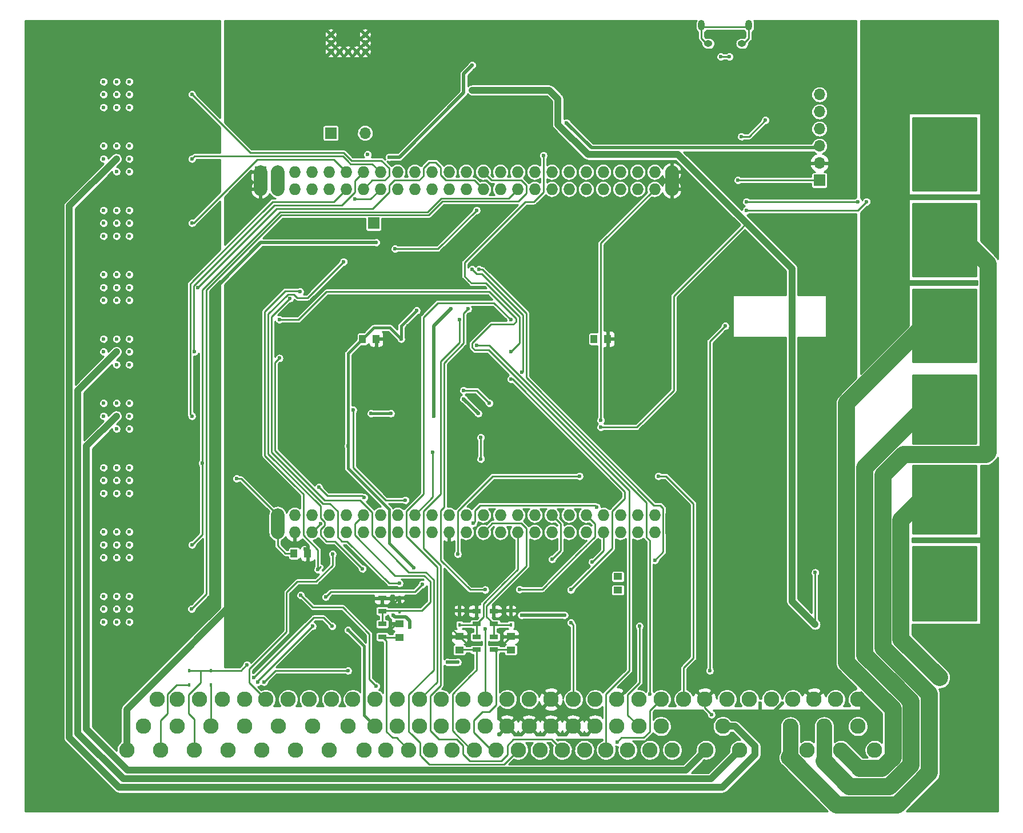
<source format=gbr>
G04 #@! TF.FileFunction,Copper,L2,Bot,Signal*
%FSLAX46Y46*%
G04 Gerber Fmt 4.6, Leading zero omitted, Abs format (unit mm)*
G04 Created by KiCad (PCBNEW 4.0.6) date 01/07/18 00:35:13*
%MOMM*%
%LPD*%
G01*
G04 APERTURE LIST*
%ADD10C,0.100000*%
%ADD11R,0.450000X0.600000*%
%ADD12C,5.500000*%
%ADD13R,1.000000X1.250000*%
%ADD14R,1.250000X1.000000*%
%ADD15R,1.727200X1.727200*%
%ADD16O,1.727200X1.727200*%
%ADD17R,1.700000X1.700000*%
%ADD18R,1.300000X0.700000*%
%ADD19O,1.700000X1.700000*%
%ADD20C,0.600000*%
%ADD21C,0.806000*%
%ADD22O,1.250000X0.950000*%
%ADD23O,1.000000X1.550000*%
%ADD24C,2.286000*%
%ADD25C,2.540000*%
%ADD26C,0.250000*%
%ADD27C,1.000000*%
%ADD28C,2.000000*%
%ADD29C,0.400000*%
%ADD30C,0.750000*%
%ADD31C,0.500000*%
%ADD32C,2.500000*%
%ADD33C,2.300000*%
%ADD34C,0.254000*%
G04 APERTURE END LIST*
D10*
D11*
X24765000Y-96740000D03*
X24765000Y-98840000D03*
X27940000Y-96740000D03*
X27940000Y-98840000D03*
D12*
X140000000Y-112000000D03*
X5000000Y-112000000D03*
X140000000Y-5000000D03*
X5000000Y-5000000D03*
D13*
X40275000Y-79375000D03*
X42275000Y-79375000D03*
D14*
X88265000Y-82820000D03*
X88265000Y-84820000D03*
D13*
X50435000Y-47625000D03*
X52435000Y-47625000D03*
X84725000Y-47625000D03*
X86725000Y-47625000D03*
D15*
X35290000Y-73710000D03*
D16*
X35290000Y-76250000D03*
X37830000Y-73710000D03*
X37830000Y-76250000D03*
X40370000Y-73710000D03*
X40370000Y-76250000D03*
X42910000Y-73710000D03*
X42910000Y-76250000D03*
X45450000Y-73710000D03*
X45450000Y-76250000D03*
X47990000Y-73710000D03*
X47990000Y-76250000D03*
X50530000Y-73710000D03*
X50530000Y-76250000D03*
X53070000Y-73710000D03*
X53070000Y-76250000D03*
X55610000Y-73710000D03*
X55610000Y-76250000D03*
X58150000Y-73710000D03*
X58150000Y-76250000D03*
X60690000Y-73710000D03*
X60690000Y-76250000D03*
X63230000Y-73710000D03*
X63230000Y-76250000D03*
X65770000Y-73710000D03*
X65770000Y-76250000D03*
X68310000Y-73710000D03*
X68310000Y-76250000D03*
X70850000Y-73710000D03*
X70850000Y-76250000D03*
X73390000Y-73710000D03*
X73390000Y-76250000D03*
X75930000Y-73710000D03*
X75930000Y-76250000D03*
X78470000Y-73710000D03*
X78470000Y-76250000D03*
X81010000Y-73710000D03*
X81010000Y-76250000D03*
X83550000Y-73710000D03*
X83550000Y-76250000D03*
X86090000Y-73710000D03*
X86090000Y-76250000D03*
X88630000Y-73710000D03*
X88630000Y-76250000D03*
X91170000Y-73710000D03*
X91170000Y-76250000D03*
X93710000Y-73710000D03*
X93710000Y-76250000D03*
X96250000Y-73710000D03*
X96250000Y-76250000D03*
D15*
X35290000Y-22910000D03*
D16*
X35290000Y-25450000D03*
X37830000Y-22910000D03*
X37830000Y-25450000D03*
X40370000Y-22910000D03*
X40370000Y-25450000D03*
X42910000Y-22910000D03*
X42910000Y-25450000D03*
X45450000Y-22910000D03*
X45450000Y-25450000D03*
X47990000Y-22910000D03*
X47990000Y-25450000D03*
X50530000Y-22910000D03*
X50530000Y-25450000D03*
X53070000Y-22910000D03*
X53070000Y-25450000D03*
X55610000Y-22910000D03*
X55610000Y-25450000D03*
X58150000Y-22910000D03*
X58150000Y-25450000D03*
X60690000Y-22910000D03*
X60690000Y-25450000D03*
X63230000Y-22910000D03*
X63230000Y-25450000D03*
X65770000Y-22910000D03*
X65770000Y-25450000D03*
X68310000Y-22910000D03*
X68310000Y-25450000D03*
X70850000Y-22910000D03*
X70850000Y-25450000D03*
X73390000Y-22910000D03*
X73390000Y-25450000D03*
X75930000Y-22910000D03*
X75930000Y-25450000D03*
X78470000Y-22910000D03*
X78470000Y-25450000D03*
X81010000Y-22910000D03*
X81010000Y-25450000D03*
X83550000Y-22910000D03*
X83550000Y-25450000D03*
X86090000Y-22910000D03*
X86090000Y-25450000D03*
X88630000Y-22910000D03*
X88630000Y-25450000D03*
X91170000Y-22910000D03*
X91170000Y-25450000D03*
X93710000Y-22910000D03*
X93710000Y-25450000D03*
X96250000Y-22910000D03*
X96250000Y-25450000D03*
D14*
X55880000Y-91805000D03*
X55880000Y-89805000D03*
X72390000Y-93710000D03*
X72390000Y-91710000D03*
X64770000Y-93710000D03*
X64770000Y-91710000D03*
D11*
X55880000Y-88045000D03*
X55880000Y-85945000D03*
X64770000Y-89950000D03*
X64770000Y-87850000D03*
X72390000Y-89950000D03*
X72390000Y-87850000D03*
D17*
X52070000Y-30480000D03*
D18*
X53340000Y-91755000D03*
X53340000Y-89855000D03*
X53340000Y-87945000D03*
X53340000Y-86045000D03*
X67310000Y-93660000D03*
X67310000Y-91760000D03*
X67310000Y-89850000D03*
X67310000Y-87950000D03*
X69850000Y-93660000D03*
X69850000Y-91760000D03*
X69850000Y-89850000D03*
X69850000Y-87950000D03*
D17*
X118110000Y-24130000D03*
D19*
X118110000Y-21590000D03*
X118110000Y-19050000D03*
X118110000Y-16510000D03*
X118110000Y-13970000D03*
X118110000Y-11430000D03*
D17*
X45720000Y-17145000D03*
D19*
X48260000Y-17145000D03*
X50800000Y-17145000D03*
D20*
X15875000Y-89535000D03*
X15875000Y-87630000D03*
X15875000Y-85725000D03*
X12065000Y-85725000D03*
X12065000Y-89535000D03*
X12065000Y-87630000D03*
X13970000Y-89535000D03*
X13970000Y-87630000D03*
X13970000Y-85725000D03*
X15875000Y-60960000D03*
X15875000Y-59055000D03*
X15875000Y-57150000D03*
X12065000Y-57150000D03*
X12065000Y-60960000D03*
X12065000Y-59055000D03*
X13970000Y-60960000D03*
X13970000Y-59055000D03*
X13970000Y-57150000D03*
X15875000Y-51435000D03*
X15875000Y-49530000D03*
X15875000Y-47625000D03*
X12065000Y-47625000D03*
X12065000Y-51435000D03*
X12065000Y-49530000D03*
X13970000Y-51435000D03*
X13970000Y-49530000D03*
X13970000Y-47625000D03*
X15875000Y-41910000D03*
X15875000Y-40005000D03*
X15875000Y-38100000D03*
X12065000Y-38100000D03*
X12065000Y-41910000D03*
X12065000Y-40005000D03*
X13970000Y-41910000D03*
X13970000Y-40005000D03*
X13970000Y-38100000D03*
X15875000Y-32385000D03*
X15875000Y-30480000D03*
X15875000Y-28575000D03*
X12065000Y-28575000D03*
X12065000Y-32385000D03*
X12065000Y-30480000D03*
X13970000Y-32385000D03*
X13970000Y-30480000D03*
X13970000Y-28575000D03*
X15875000Y-22860000D03*
X15875000Y-20955000D03*
X15875000Y-19050000D03*
X12065000Y-19050000D03*
X12065000Y-22860000D03*
X12065000Y-20955000D03*
X13970000Y-22860000D03*
X13970000Y-20955000D03*
X13970000Y-19050000D03*
X15875000Y-13335000D03*
X15875000Y-11430000D03*
X15875000Y-9525000D03*
X12065000Y-9525000D03*
X12065000Y-13335000D03*
X12065000Y-11430000D03*
X13970000Y-13335000D03*
X13970000Y-11430000D03*
X13970000Y-9525000D03*
D21*
X136580000Y-83820000D03*
X139580000Y-83820000D03*
X133580000Y-83820000D03*
X133580000Y-81320000D03*
X136580000Y-81320000D03*
X139580000Y-81320000D03*
X133580000Y-86320000D03*
X136580000Y-86320000D03*
X139580000Y-86320000D03*
D20*
X15875000Y-80010000D03*
X15875000Y-78105000D03*
X15875000Y-76200000D03*
X12065000Y-76200000D03*
X12065000Y-80010000D03*
X12065000Y-78105000D03*
X13970000Y-80010000D03*
X13970000Y-78105000D03*
X13970000Y-76200000D03*
D21*
X136580000Y-71120000D03*
X139580000Y-71120000D03*
X133580000Y-71120000D03*
X133580000Y-68620000D03*
X136580000Y-68620000D03*
X139580000Y-68620000D03*
X133580000Y-73620000D03*
X136580000Y-73620000D03*
X139580000Y-73620000D03*
D20*
X15875000Y-70485000D03*
X15875000Y-68580000D03*
X15875000Y-66675000D03*
X12065000Y-66675000D03*
X12065000Y-70485000D03*
X12065000Y-68580000D03*
X13970000Y-70485000D03*
X13970000Y-68580000D03*
X13970000Y-66675000D03*
D21*
X136580000Y-58420000D03*
X139580000Y-58420000D03*
X133580000Y-58420000D03*
X133580000Y-55920000D03*
X136580000Y-55920000D03*
X139580000Y-55920000D03*
X133580000Y-60920000D03*
X136580000Y-60920000D03*
X139580000Y-60920000D03*
X136580000Y-45720000D03*
X139580000Y-45720000D03*
X133580000Y-45720000D03*
X133580000Y-43220000D03*
X136580000Y-43220000D03*
X139580000Y-43220000D03*
X133580000Y-48220000D03*
X136580000Y-48220000D03*
X139580000Y-48220000D03*
X136580000Y-33020000D03*
X139580000Y-33020000D03*
X133580000Y-33020000D03*
X133580000Y-30520000D03*
X136580000Y-30520000D03*
X139580000Y-30520000D03*
X133580000Y-35520000D03*
X136580000Y-35520000D03*
X139580000Y-35520000D03*
X136580000Y-20320000D03*
X139580000Y-20320000D03*
X133580000Y-20320000D03*
X133580000Y-17820000D03*
X136580000Y-17820000D03*
X139580000Y-17820000D03*
X133580000Y-22820000D03*
X136580000Y-22820000D03*
X139580000Y-22820000D03*
D22*
X106640000Y-3890000D03*
X101640000Y-3890000D03*
D23*
X107640000Y-1190000D03*
X100640000Y-1190000D03*
D24*
X126292000Y-108500000D03*
X121292000Y-108500000D03*
X116292000Y-108500000D03*
X111292000Y-108500000D03*
X106292000Y-108500000D03*
X101292000Y-108500000D03*
X96292000Y-108500000D03*
X92992000Y-108500000D03*
X89692000Y-108500000D03*
X86492000Y-108500000D03*
X83292000Y-108500000D03*
X79992000Y-108500000D03*
X76692000Y-108500000D03*
X73492000Y-108500000D03*
X70192000Y-108500000D03*
X66992000Y-108500000D03*
X63692000Y-108500000D03*
X60492000Y-108500000D03*
X57292000Y-108500000D03*
X53892000Y-108500000D03*
X50692000Y-108500000D03*
X45492000Y-108500000D03*
X40492000Y-108500000D03*
X35492000Y-108500000D03*
X30492000Y-108500000D03*
X25492000Y-108500000D03*
X20492000Y-108500000D03*
X15492000Y-108500000D03*
X123792000Y-105000000D03*
X118792000Y-105000000D03*
X113792000Y-105000000D03*
X108792000Y-105000000D03*
X103792000Y-105000000D03*
X98792000Y-105000000D03*
X94642000Y-105000000D03*
X91342000Y-105000000D03*
X88092000Y-105000000D03*
X84892000Y-105000000D03*
X81642000Y-105000000D03*
X78342000Y-105000000D03*
X75092000Y-105000000D03*
X71842000Y-105000000D03*
X68592000Y-105000000D03*
X65342000Y-105000000D03*
X62092000Y-105000000D03*
X58892000Y-105000000D03*
X55592000Y-105000000D03*
X52292000Y-105000000D03*
X48292000Y-105000000D03*
X42992000Y-105000000D03*
X37992000Y-105000000D03*
X32992000Y-105000000D03*
X27992000Y-105000000D03*
X22992000Y-105000000D03*
X17992000Y-105000000D03*
X123792000Y-101000000D03*
X120492000Y-101000000D03*
X117292000Y-101000000D03*
X114192000Y-101000000D03*
X110992000Y-101000000D03*
X107692000Y-101000000D03*
X104392000Y-101000000D03*
X101092000Y-101000000D03*
X97992000Y-101000000D03*
X94642000Y-101000000D03*
X91342000Y-101000000D03*
X88092000Y-101000000D03*
X84892000Y-101000000D03*
X81642000Y-101000000D03*
X78342000Y-101000000D03*
X75092000Y-101000000D03*
X71842000Y-101000000D03*
X68592000Y-101000000D03*
X65342000Y-101000000D03*
X62092000Y-101000000D03*
X58892000Y-101000000D03*
X55592000Y-101000000D03*
X52292000Y-101000000D03*
X48992000Y-101000000D03*
X45792000Y-101000000D03*
X42492000Y-101000000D03*
X39392000Y-101000000D03*
X36092000Y-101000000D03*
X32992000Y-101000000D03*
X29692000Y-101000000D03*
X26292000Y-101000000D03*
X22992000Y-101000000D03*
X19992000Y-101000000D03*
D20*
X50800000Y-2540000D03*
X50800000Y-5080000D03*
X50800000Y-3810000D03*
X45720000Y-2540000D03*
X45720000Y-3810000D03*
X45720000Y-5080000D03*
X46990000Y-5080000D03*
X48260000Y-5080000D03*
X49530000Y-5080000D03*
X51181000Y-20320000D03*
X31750000Y-63627000D03*
X63119000Y-85852000D03*
X59436000Y-85344000D03*
X73660000Y-66040000D03*
X73660000Y-64770000D03*
X41910000Y-78740000D03*
X46355000Y-83505000D03*
X53340000Y-83693000D03*
X99060000Y-49530000D03*
X101600000Y-45720000D03*
X67310000Y-92710000D03*
X69850000Y-92710000D03*
X74660000Y-60960000D03*
X113030000Y-91186000D03*
X102108000Y-103251000D03*
X37195000Y-82550000D03*
X86725000Y-47625000D03*
X45720000Y-45720000D03*
X45720000Y-49530000D03*
X57785000Y-49530000D03*
X57150000Y-45720000D03*
X52435000Y-47625000D03*
X102616000Y-5842000D03*
X103302500Y-14402500D03*
X103302500Y-16077500D03*
X104977500Y-16077500D03*
X104977500Y-14402500D03*
X69215000Y-57150000D03*
X65405000Y-55245000D03*
X88265000Y-84820000D03*
X51689000Y-58674000D03*
X54610000Y-58674000D03*
X85725000Y-60706000D03*
X117475000Y-82230000D03*
X66675000Y-10795000D03*
X117475000Y-89916000D03*
X80645000Y-15621000D03*
X48260000Y-63500000D03*
X50435000Y-47625000D03*
X84725000Y-47625000D03*
X66675000Y-7089140D03*
X54356000Y-20701000D03*
X58420000Y-43434000D03*
X56134000Y-47625000D03*
X58039000Y-81534000D03*
X60960000Y-59055000D03*
X63500000Y-43180000D03*
X31750000Y-68326000D03*
X40275000Y-79375000D03*
X50673000Y-71120000D03*
X43942000Y-69596000D03*
X67564000Y-58674000D03*
X65405000Y-56515000D03*
X104140000Y-45720000D03*
X101854000Y-96774000D03*
X82550000Y-67945000D03*
X64516000Y-79502000D03*
X45974000Y-79502000D03*
X81280000Y-89662000D03*
X68580000Y-90551000D03*
X104775000Y-5842000D03*
X103505000Y-5842000D03*
X110109000Y-15240000D03*
X106553000Y-17653000D03*
X25146000Y-78105000D03*
X26670000Y-66040000D03*
X85090000Y-72517000D03*
X66802000Y-74930000D03*
X41148000Y-40640000D03*
X43815000Y-81755000D03*
X59309000Y-83947000D03*
X78486000Y-80264000D03*
X44958000Y-85852000D03*
X43000000Y-90170000D03*
X34925000Y-98425000D03*
X45900000Y-90170000D03*
X34290000Y-97790000D03*
X93726000Y-80391000D03*
X67691000Y-37338000D03*
X62992000Y-95504000D03*
X54930000Y-88535000D03*
X57404000Y-90297000D03*
X64516000Y-95504000D03*
X80330000Y-88535000D03*
X73980000Y-88535000D03*
X52435000Y-33340000D03*
X28956000Y-39751000D03*
X139700000Y-92710000D03*
X138430000Y-90170000D03*
X139700000Y-90170000D03*
X140970000Y-90170000D03*
X140970000Y-91440000D03*
X134620000Y-90170000D03*
X138430000Y-91440000D03*
X139700000Y-91440000D03*
X133350000Y-92710000D03*
X132080000Y-91440000D03*
X132080000Y-90170000D03*
X133350000Y-90170000D03*
X133350000Y-91440000D03*
X134620000Y-91440000D03*
X112649000Y-101600000D03*
X109347000Y-101600000D03*
X88265000Y-82820000D03*
D25*
X135890000Y-97790000D03*
D20*
X38100000Y-44770000D03*
X72390000Y-44770000D03*
X25146000Y-59055000D03*
X25527000Y-49530000D03*
X26035000Y-40005000D03*
X25146000Y-30480000D03*
X38100000Y-50480000D03*
X25146000Y-20955000D03*
X25146000Y-11430000D03*
X107315000Y-27305000D03*
X123825000Y-27305000D03*
X44196000Y-74993500D03*
X93002100Y-100215700D03*
X67310000Y-48580000D03*
X107315000Y-28575000D03*
X125095000Y-27305000D03*
X49276000Y-26924000D03*
X39624000Y-41656000D03*
X55880000Y-83820000D03*
X74041000Y-52578000D03*
X72390000Y-53594000D03*
X66675000Y-37338000D03*
X81280000Y-84775000D03*
X67310000Y-28575000D03*
X55245000Y-34290000D03*
X64770000Y-44770000D03*
X60833000Y-64389000D03*
X68580000Y-84775000D03*
X66040000Y-43180000D03*
X91440000Y-90170000D03*
X56769000Y-71501000D03*
X49022000Y-58166000D03*
X73660000Y-84709000D03*
X84455000Y-80645000D03*
X25080000Y-87630000D03*
X67945000Y-65405000D03*
X67945000Y-62230000D03*
X85725000Y-59690000D03*
X48260000Y-90738960D03*
X88138000Y-107315000D03*
X52451000Y-99060000D03*
X41275000Y-85598000D03*
X72390000Y-49530000D03*
X77216000Y-20447000D03*
X94234000Y-67945000D03*
X106045000Y-24130000D03*
X48260000Y-96774000D03*
X35814000Y-98425000D03*
X33274000Y-95885000D03*
X50419000Y-81661000D03*
X47625000Y-36195000D03*
D26*
X63119000Y-90059000D02*
X63119000Y-85852000D01*
X64770000Y-91710000D02*
X63119000Y-90059000D01*
X58835000Y-85945000D02*
X59436000Y-85344000D01*
X58835000Y-85945000D02*
X55880000Y-85945000D01*
X55880000Y-89805000D02*
X55356000Y-89805000D01*
X55356000Y-89805000D02*
X54356000Y-90805000D01*
X54703000Y-87122000D02*
X55880000Y-85945000D01*
X52070000Y-87122000D02*
X54703000Y-87122000D01*
X51562000Y-87630000D02*
X52070000Y-87122000D01*
X51562000Y-90170000D02*
X51562000Y-87630000D01*
X52197000Y-90805000D02*
X51562000Y-90170000D01*
X54356000Y-90805000D02*
X52197000Y-90805000D01*
X73660000Y-66040000D02*
X73660000Y-64770000D01*
X42275000Y-79375000D02*
X42275000Y-79105000D01*
X42275000Y-79105000D02*
X41910000Y-78740000D01*
X46543000Y-83693000D02*
X53340000Y-83693000D01*
X46355000Y-83505000D02*
X46543000Y-83693000D01*
X101600000Y-46990000D02*
X99060000Y-49530000D01*
X101600000Y-45720000D02*
X101600000Y-46990000D01*
X72390000Y-91710000D02*
X71390000Y-92710000D01*
X65770000Y-92710000D02*
X64770000Y-91710000D01*
X67310000Y-92710000D02*
X65770000Y-92710000D01*
X71390000Y-92710000D02*
X69850000Y-92710000D01*
D27*
X15492000Y-108500000D02*
X15492000Y-102491000D01*
X35433000Y-82550000D02*
X37195000Y-82550000D01*
X15492000Y-102491000D02*
X35433000Y-82550000D01*
D26*
X74660000Y-60960000D02*
X74676000Y-60960000D01*
X102108000Y-103251000D02*
X101092000Y-102235000D01*
X101092000Y-102235000D02*
X101092000Y-101000000D01*
D28*
X35290000Y-25450000D02*
X35290000Y-22910000D01*
X96250000Y-25450000D02*
X96250000Y-22910000D01*
X96250000Y-76250000D02*
X96250000Y-73710000D01*
X35290000Y-76250000D02*
X35290000Y-73710000D01*
D26*
X72290000Y-87945000D02*
X72390000Y-88045000D01*
X65405000Y-55245000D02*
X67310000Y-55245000D01*
X67310000Y-55245000D02*
X69215000Y-57150000D01*
D29*
X54610000Y-58674000D02*
X51689000Y-58674000D01*
D30*
X114046000Y-72517000D02*
X114030000Y-72533000D01*
X114030000Y-72533000D02*
X114030000Y-73660000D01*
X114046000Y-76835000D02*
X114173000Y-76835000D01*
X114173000Y-76835000D02*
X114046000Y-76835000D01*
D26*
X106680000Y-31115000D02*
X107315000Y-30480000D01*
X91059000Y-60706000D02*
X96520000Y-55245000D01*
X96520000Y-55245000D02*
X96520000Y-41275000D01*
X96520000Y-41275000D02*
X106680000Y-31115000D01*
X85725000Y-60706000D02*
X91059000Y-60706000D01*
X107315000Y-30480000D02*
X107188000Y-30607000D01*
X107188000Y-30607000D02*
X107188000Y-30353000D01*
X117475000Y-89916000D02*
X117475000Y-82230000D01*
D27*
X66675000Y-10795000D02*
X78105000Y-10795000D01*
X78105000Y-10795000D02*
X79375000Y-12065000D01*
X79375000Y-12065000D02*
X79375000Y-15875000D01*
X79375000Y-15875000D02*
X83820000Y-20320000D01*
X83820000Y-20320000D02*
X97155000Y-20320000D01*
X97155000Y-20320000D02*
X107188000Y-30353000D01*
X114046000Y-86487000D02*
X117475000Y-89916000D01*
X107188000Y-30353000D02*
X114046000Y-37211000D01*
X114046000Y-37211000D02*
X114046000Y-41275000D01*
X114046000Y-41275000D02*
X114046000Y-51308000D01*
X114046000Y-51308000D02*
X114046000Y-72517000D01*
X114046000Y-72517000D02*
X114046000Y-76835000D01*
X114046000Y-76835000D02*
X114046000Y-86487000D01*
D28*
X37830000Y-25450000D02*
X37830000Y-22910000D01*
D31*
X84328000Y-19304000D02*
X117856000Y-19304000D01*
X80645000Y-15621000D02*
X84328000Y-19304000D01*
X117856000Y-19304000D02*
X118110000Y-19050000D01*
D29*
X56134000Y-47625000D02*
X54483000Y-45974000D01*
X52086000Y-45974000D02*
X50435000Y-47625000D01*
X54483000Y-45974000D02*
X52086000Y-45974000D01*
X54356000Y-73660000D02*
X54356000Y-72898000D01*
X48260000Y-66802000D02*
X48260000Y-63500000D01*
X54356000Y-72898000D02*
X48260000Y-66802000D01*
X48260000Y-63500000D02*
X48260000Y-49800000D01*
X48260000Y-49800000D02*
X50435000Y-47625000D01*
D31*
X54356000Y-20701000D02*
X55880000Y-20701000D01*
X65405000Y-11176000D02*
X65405000Y-8359140D01*
X55880000Y-20701000D02*
X65405000Y-11176000D01*
X65405000Y-8359140D02*
X66675000Y-7089140D01*
D29*
X58420000Y-43434000D02*
X56134000Y-45720000D01*
X56134000Y-45720000D02*
X56134000Y-47625000D01*
X54356000Y-77851000D02*
X58039000Y-81534000D01*
X54356000Y-73660000D02*
X54356000Y-77851000D01*
D31*
X60960000Y-59055000D02*
X60960000Y-45720000D01*
X60960000Y-45720000D02*
X63500000Y-43180000D01*
D26*
X45593000Y-70866000D02*
X50419000Y-70866000D01*
X50419000Y-70866000D02*
X50673000Y-71120000D01*
X32446000Y-68326000D02*
X31750000Y-68326000D01*
X32446000Y-68326000D02*
X37830000Y-73710000D01*
X37830000Y-76250000D02*
X37830000Y-78216000D01*
X38989000Y-79375000D02*
X40275000Y-79375000D01*
X37830000Y-78216000D02*
X38989000Y-79375000D01*
X45212000Y-70866000D02*
X45593000Y-70866000D01*
X43942000Y-69596000D02*
X45212000Y-70866000D01*
D31*
X65405000Y-56515000D02*
X67564000Y-58674000D01*
D28*
X37830000Y-76250000D02*
X37830000Y-73710000D01*
D26*
X101854000Y-96774000D02*
X101854000Y-48006000D01*
X101854000Y-48006000D02*
X104140000Y-45720000D01*
X101854000Y-96774000D02*
X101854000Y-96740000D01*
X101854000Y-96740000D02*
X101854000Y-96774000D01*
X101854000Y-96774000D02*
X101854000Y-96740000D01*
D27*
X13716000Y-109601000D02*
X15621000Y-111506000D01*
X98286000Y-111506000D02*
X101292000Y-108500000D01*
X15621000Y-111506000D02*
X98286000Y-111506000D01*
X13716000Y-109601000D02*
X9525000Y-105410000D01*
X9525000Y-63500000D02*
X13970000Y-59055000D01*
X9525000Y-105410000D02*
X9525000Y-63500000D01*
D26*
X45974000Y-79502000D02*
X45974000Y-81153000D01*
X82550000Y-67945000D02*
X69723000Y-67945000D01*
X69723000Y-67945000D02*
X64516000Y-73152000D01*
X64516000Y-73152000D02*
X64516000Y-79502000D01*
X40767000Y-83566000D02*
X39179500Y-85153500D01*
X43561000Y-83566000D02*
X40767000Y-83566000D01*
X45974000Y-81153000D02*
X43561000Y-83566000D01*
X39179500Y-90995500D02*
X33655000Y-96520000D01*
X39179500Y-85153500D02*
X39179500Y-90995500D01*
X33655000Y-98563000D02*
X36092000Y-101000000D01*
X33655000Y-96520000D02*
X33655000Y-98563000D01*
D27*
X14986000Y-112776000D02*
X8255000Y-106045000D01*
X8255000Y-55245000D02*
X13970000Y-49530000D01*
X8255000Y-106045000D02*
X8255000Y-55245000D01*
X106292000Y-108500000D02*
X102016000Y-112776000D01*
X102016000Y-112776000D02*
X14986000Y-112776000D01*
X14351000Y-114046000D02*
X6985000Y-106680000D01*
X6985000Y-27940000D02*
X13970000Y-20955000D01*
X6985000Y-106680000D02*
X6985000Y-27940000D01*
X103792000Y-105000000D02*
X105635000Y-105000000D01*
X105635000Y-105000000D02*
X108585000Y-107950000D01*
X108585000Y-107950000D02*
X108585000Y-109220000D01*
X108585000Y-109220000D02*
X103759000Y-114046000D01*
X103759000Y-114046000D02*
X14351000Y-114046000D01*
D26*
X41021000Y-107971000D02*
X40492000Y-108500000D01*
X27940000Y-98840000D02*
X27940000Y-104948000D01*
X27940000Y-104948000D02*
X27992000Y-105000000D01*
X20492000Y-108500000D02*
X20492000Y-104095000D01*
X20492000Y-104095000D02*
X21488400Y-103098600D01*
X21488400Y-103098600D02*
X21488400Y-100203000D01*
X21488400Y-100203000D02*
X22851400Y-98840000D01*
X22851400Y-98840000D02*
X24765000Y-98840000D01*
X81642000Y-101000000D02*
X81642000Y-90024000D01*
X81642000Y-90024000D02*
X81280000Y-89662000D01*
X68592000Y-101000000D02*
X68592000Y-90563000D01*
X68592000Y-90563000D02*
X68580000Y-90551000D01*
X104775000Y-5842000D02*
X103505000Y-5842000D01*
X107696000Y-17653000D02*
X110109000Y-15240000D01*
X106553000Y-17653000D02*
X107696000Y-17653000D01*
X51816000Y-28829000D02*
X60071000Y-28829000D01*
X72043000Y-26797000D02*
X73390000Y-25450000D01*
X62103000Y-26797000D02*
X72043000Y-26797000D01*
X60071000Y-28829000D02*
X62103000Y-26797000D01*
X50927000Y-28829000D02*
X51816000Y-28829000D01*
X51816000Y-28829000D02*
X52197000Y-28829000D01*
X26670000Y-73660000D02*
X26670000Y-76581000D01*
X26670000Y-76581000D02*
X25146000Y-78105000D01*
X26670000Y-69342000D02*
X26670000Y-73660000D01*
X26670000Y-68707000D02*
X26670000Y-69342000D01*
X27686000Y-39370000D02*
X26670000Y-40386000D01*
X26670000Y-40386000D02*
X26670000Y-66040000D01*
X26670000Y-66040000D02*
X26670000Y-68707000D01*
X38227000Y-28829000D02*
X27686000Y-39370000D01*
X27686000Y-39370000D02*
X26797000Y-40259000D01*
X50927000Y-28829000D02*
X38227000Y-28829000D01*
X85090000Y-72517000D02*
X84836000Y-72263000D01*
X67056000Y-74676000D02*
X66802000Y-74930000D01*
X67056000Y-73025000D02*
X67056000Y-74676000D01*
X67818000Y-72263000D02*
X67056000Y-73025000D01*
X84836000Y-72263000D02*
X67818000Y-72263000D01*
X43815000Y-81755000D02*
X43815000Y-78867000D01*
X43815000Y-78867000D02*
X41656000Y-76708000D01*
X41656000Y-76708000D02*
X41656000Y-70612000D01*
X41656000Y-70612000D02*
X40259000Y-69215000D01*
X35941000Y-50800000D02*
X35941000Y-64897000D01*
X35941000Y-64897000D02*
X40259000Y-69215000D01*
X41148000Y-40640000D02*
X41021000Y-40513000D01*
X35941000Y-43561000D02*
X35941000Y-50800000D01*
X38989000Y-40513000D02*
X35941000Y-43561000D01*
X41021000Y-40513000D02*
X38989000Y-40513000D01*
X44196000Y-81374000D02*
X43815000Y-81755000D01*
X78486000Y-80264000D02*
X79756000Y-78994000D01*
X79756000Y-74996000D02*
X78470000Y-73710000D01*
X79756000Y-78994000D02*
X79756000Y-74996000D01*
X56515000Y-85090000D02*
X58166000Y-85090000D01*
X58166000Y-85090000D02*
X59309000Y-83947000D01*
X44958000Y-85852000D02*
X45720000Y-85090000D01*
X45720000Y-85090000D02*
X56515000Y-85090000D01*
X78486000Y-80264000D02*
X78470000Y-80248000D01*
X34925000Y-98245000D02*
X34925000Y-98425000D01*
X43000000Y-90170000D02*
X34925000Y-98245000D01*
X43180000Y-88900000D02*
X34290000Y-97790000D01*
X44630000Y-88900000D02*
X43180000Y-88900000D01*
X45900000Y-90170000D02*
X44630000Y-88900000D01*
X67691000Y-37338000D02*
X68199000Y-37338000D01*
X93599000Y-72263000D02*
X94488000Y-72263000D01*
X74676000Y-53340000D02*
X93599000Y-72263000D01*
X74676000Y-43815000D02*
X74676000Y-53340000D01*
X68199000Y-37338000D02*
X74676000Y-43815000D01*
X94932500Y-73025000D02*
X94932500Y-72707500D01*
X94932500Y-72707500D02*
X94488000Y-72263000D01*
X94932500Y-79184500D02*
X93726000Y-80391000D01*
X94932500Y-73025000D02*
X94932500Y-79184500D01*
D31*
X64516000Y-95504000D02*
X62992000Y-95504000D01*
X57404000Y-89408000D02*
X57404000Y-90297000D01*
X56832500Y-88836500D02*
X57404000Y-89408000D01*
X55231500Y-88836500D02*
X56832500Y-88836500D01*
X55231500Y-88836500D02*
X54930000Y-88535000D01*
X80330000Y-88535000D02*
X76835000Y-88535000D01*
X77200000Y-88535000D02*
X76835000Y-88535000D01*
X76835000Y-88535000D02*
X73980000Y-88535000D01*
X28956000Y-39751000D02*
X35367000Y-33340000D01*
X35367000Y-33340000D02*
X52435000Y-33340000D01*
X138430000Y-90170000D02*
X134620000Y-90170000D01*
X108792000Y-105000000D02*
X109249000Y-105000000D01*
X109249000Y-105000000D02*
X112649000Y-101600000D01*
X108792000Y-105000000D02*
X109347000Y-104445000D01*
X109347000Y-104445000D02*
X109347000Y-101600000D01*
D32*
X130175000Y-74525000D02*
X133580000Y-71120000D01*
X130175000Y-92075000D02*
X130175000Y-74525000D01*
X135890000Y-97790000D02*
X130175000Y-92075000D01*
X133580000Y-71120000D02*
X136580000Y-71120000D01*
D33*
X118792000Y-105000000D02*
X118792000Y-110156000D01*
D32*
X118792000Y-110156000D02*
X122568002Y-113932002D01*
X125222000Y-113932002D02*
X122568002Y-113932002D01*
X129359452Y-98986548D02*
X131712002Y-101339098D01*
X128491094Y-113932002D02*
X125222000Y-113932002D01*
X125222000Y-113932002D02*
X122822002Y-113932002D01*
X131712002Y-110711094D02*
X128491094Y-113932002D01*
X131712002Y-101339098D02*
X131712002Y-110711094D01*
X133580000Y-58420000D02*
X133115904Y-58420000D01*
X124814996Y-94442092D02*
X129359452Y-98986548D01*
X124814996Y-66720908D02*
X124814996Y-94442092D01*
X133115904Y-58420000D02*
X124814996Y-66720908D01*
X133580000Y-58420000D02*
X136580000Y-58420000D01*
X133580000Y-45720000D02*
X122134994Y-57165006D01*
D33*
X124044000Y-111252000D02*
X121292000Y-108500000D01*
D32*
X127381000Y-111252000D02*
X124044000Y-111252000D01*
X129032000Y-109601000D02*
X127381000Y-111252000D01*
X129032000Y-102449192D02*
X129032000Y-109601000D01*
X122134994Y-95552186D02*
X129032000Y-102449192D01*
X122134994Y-57165006D02*
X122134994Y-95552186D01*
X133580000Y-45720000D02*
X136580000Y-45720000D01*
D33*
X113792000Y-105000000D02*
X113792000Y-109728000D01*
D32*
X131127500Y-96964500D02*
X134392004Y-100229004D01*
X120676004Y-116612004D02*
X113792000Y-109728000D01*
X113792000Y-109728000D02*
X113665000Y-109601000D01*
X129640996Y-116612004D02*
X120676004Y-116612004D01*
X134392004Y-111860996D02*
X129640996Y-116612004D01*
X134392004Y-100229004D02*
X134392004Y-111860996D01*
X139580000Y-33020000D02*
X143129000Y-36569000D01*
X127494998Y-93331998D02*
X131127500Y-96964500D01*
X127494998Y-67831002D02*
X127494998Y-93331998D01*
X130556000Y-64770000D02*
X127494998Y-67831002D01*
X142748000Y-64770000D02*
X130556000Y-64770000D01*
X143129000Y-64389000D02*
X142748000Y-64770000D01*
X143129000Y-36569000D02*
X143129000Y-64389000D01*
X139580000Y-33020000D02*
X136580000Y-33020000D01*
D30*
X136580000Y-20445000D02*
X136580000Y-20320000D01*
D26*
X68008500Y-46926500D02*
X66675000Y-48260000D01*
X89916000Y-70104000D02*
X89916000Y-72517000D01*
X69088000Y-49276000D02*
X89916000Y-70104000D01*
X67056000Y-49276000D02*
X69088000Y-49276000D01*
X66675000Y-48895000D02*
X67056000Y-49276000D01*
X66675000Y-48260000D02*
X66675000Y-48895000D01*
X45085000Y-40640000D02*
X40955000Y-44770000D01*
X40955000Y-44770000D02*
X38100000Y-44770000D01*
X86487000Y-101981000D02*
X86487000Y-100203000D01*
X86487000Y-101981000D02*
X86487000Y-108495000D01*
X89916000Y-96774000D02*
X89916000Y-72517000D01*
X86487000Y-100203000D02*
X89916000Y-96774000D01*
X72390000Y-43815000D02*
X73152000Y-44577000D01*
X69469000Y-45466000D02*
X68008500Y-46926500D01*
X72771000Y-45466000D02*
X69469000Y-45466000D01*
X73152000Y-45085000D02*
X72771000Y-45466000D01*
X73152000Y-44577000D02*
X73152000Y-45085000D01*
X45085000Y-40640000D02*
X69215000Y-40640000D01*
X69215000Y-40640000D02*
X72390000Y-43815000D01*
X86487000Y-108495000D02*
X86492000Y-108500000D01*
X56896000Y-73787000D02*
X56896000Y-73152000D01*
X59436000Y-70612000D02*
X59436000Y-67818000D01*
X56896000Y-73152000D02*
X59436000Y-70612000D01*
X61468000Y-84074000D02*
X61468000Y-81407000D01*
X56896000Y-76835000D02*
X56896000Y-73787000D01*
X61468000Y-81407000D02*
X56896000Y-76835000D01*
X59436000Y-48514000D02*
X59436000Y-44450000D01*
X61595000Y-42291000D02*
X65786000Y-42291000D01*
X59436000Y-44450000D02*
X61595000Y-42291000D01*
X72390000Y-44770000D02*
X69911000Y-42291000D01*
X69911000Y-42291000D02*
X65786000Y-42291000D01*
X59436000Y-48514000D02*
X59436000Y-67818000D01*
X61468000Y-98424000D02*
X58892000Y-101000000D01*
X61468000Y-84074000D02*
X61468000Y-98424000D01*
X59436000Y-100456000D02*
X58892000Y-101000000D01*
X44831000Y-27305000D02*
X46135000Y-27305000D01*
X46135000Y-27305000D02*
X47990000Y-25450000D01*
X24892000Y-55499000D02*
X24892000Y-58801000D01*
X24892000Y-58801000D02*
X25146000Y-59055000D01*
X25336500Y-39052500D02*
X24892000Y-39497000D01*
X24892000Y-39497000D02*
X24892000Y-55499000D01*
X37084000Y-27305000D02*
X25336500Y-39052500D01*
X44831000Y-27305000D02*
X37084000Y-27305000D01*
X45593000Y-27813000D02*
X47371000Y-27813000D01*
X49276000Y-24164000D02*
X50530000Y-22910000D01*
X49276000Y-25908000D02*
X49276000Y-24164000D01*
X47371000Y-27813000D02*
X49276000Y-25908000D01*
X45593000Y-27813000D02*
X37338000Y-27813000D01*
X37338000Y-27813000D02*
X25654000Y-39497000D01*
X25400000Y-39751000D02*
X25400000Y-47879000D01*
X25654000Y-39497000D02*
X25400000Y-39751000D01*
X25400000Y-49403000D02*
X25527000Y-49530000D01*
X25400000Y-47879000D02*
X25400000Y-49403000D01*
X66990000Y-24130000D02*
X62738000Y-24130000D01*
X55118000Y-24130000D02*
X54356000Y-24892000D01*
X54356000Y-24892000D02*
X54356000Y-25908000D01*
X54356000Y-25908000D02*
X51943000Y-28321000D01*
X51943000Y-28321000D02*
X37719000Y-28321000D01*
X37719000Y-28321000D02*
X26924000Y-39116000D01*
X26924000Y-39116000D02*
X26035000Y-40005000D01*
X66990000Y-24130000D02*
X68310000Y-25450000D01*
X58801000Y-24130000D02*
X55118000Y-24130000D01*
X59436000Y-23495000D02*
X58801000Y-24130000D01*
X59436000Y-22352000D02*
X59436000Y-23495000D01*
X60325000Y-21463000D02*
X59436000Y-22352000D01*
X61214000Y-21463000D02*
X60325000Y-21463000D01*
X61976000Y-22225000D02*
X61214000Y-21463000D01*
X61976000Y-23368000D02*
X61976000Y-22225000D01*
X62738000Y-24130000D02*
X61976000Y-23368000D01*
X42037000Y-21082000D02*
X46162000Y-21082000D01*
X46162000Y-21082000D02*
X47990000Y-22910000D01*
X27559000Y-28321000D02*
X25400000Y-30480000D01*
X25400000Y-30480000D02*
X25146000Y-30480000D01*
X33464500Y-22415500D02*
X27559000Y-28321000D01*
X34798000Y-21082000D02*
X33464500Y-22415500D01*
X33464500Y-22415500D02*
X33401000Y-22479000D01*
X42037000Y-21082000D02*
X34798000Y-21082000D01*
X45974000Y-71501000D02*
X50038000Y-71501000D01*
X50038000Y-71501000D02*
X51435000Y-72898000D01*
X56007000Y-80899000D02*
X57277000Y-82169000D01*
X60960000Y-83312000D02*
X60960000Y-84709000D01*
X59817000Y-82169000D02*
X60960000Y-83312000D01*
X57277000Y-82169000D02*
X59817000Y-82169000D01*
X38100000Y-50480000D02*
X37465000Y-51115000D01*
X51435000Y-72898000D02*
X51816000Y-73279000D01*
X44831000Y-71501000D02*
X45974000Y-71501000D01*
X37465000Y-64135000D02*
X44831000Y-71501000D01*
X37465000Y-51115000D02*
X37465000Y-64135000D01*
X51816000Y-75184000D02*
X51816000Y-73279000D01*
X60960000Y-96647000D02*
X57277000Y-100330000D01*
X60960000Y-86360000D02*
X60960000Y-96647000D01*
X58928000Y-107442000D02*
X57658000Y-106172000D01*
X58928000Y-109220000D02*
X58928000Y-107442000D01*
X59245500Y-109537500D02*
X58928000Y-109220000D01*
X57277000Y-100330000D02*
X57277000Y-105791000D01*
X57277000Y-105791000D02*
X57658000Y-106172000D01*
X60325000Y-110617000D02*
X71375000Y-110617000D01*
X71375000Y-110617000D02*
X73492000Y-108500000D01*
X59245500Y-109537500D02*
X60325000Y-110617000D01*
X51816000Y-76708000D02*
X56007000Y-80899000D01*
X51816000Y-75184000D02*
X51816000Y-76708000D01*
X60960000Y-84709000D02*
X60960000Y-86360000D01*
X48260000Y-21336000D02*
X48641000Y-21717000D01*
X51877000Y-21717000D02*
X53070000Y-22910000D01*
X48641000Y-21717000D02*
X51877000Y-21717000D01*
X35052000Y-20574000D02*
X25527000Y-20574000D01*
X25527000Y-20574000D02*
X25146000Y-20955000D01*
X47498000Y-20574000D02*
X35052000Y-20574000D01*
X48260000Y-21336000D02*
X47498000Y-20574000D01*
X49657000Y-21209000D02*
X53213000Y-21209000D01*
X51850000Y-24130000D02*
X50530000Y-25450000D01*
X53721000Y-24130000D02*
X51850000Y-24130000D01*
X54356000Y-23495000D02*
X53721000Y-24130000D01*
X54356000Y-22352000D02*
X54356000Y-23495000D01*
X53213000Y-21209000D02*
X54356000Y-22352000D01*
X46482000Y-20066000D02*
X47625000Y-20066000D01*
X48768000Y-21209000D02*
X49657000Y-21209000D01*
X49657000Y-21209000D02*
X50292000Y-21209000D01*
X47625000Y-20066000D02*
X48768000Y-21209000D01*
X35052000Y-20066000D02*
X33782000Y-20066000D01*
X33782000Y-20066000D02*
X25146000Y-11430000D01*
X47686000Y-20066000D02*
X46482000Y-20066000D01*
X46482000Y-20066000D02*
X35052000Y-20066000D01*
X107315000Y-27305000D02*
X120650000Y-27305000D01*
X120650000Y-27305000D02*
X123825000Y-27305000D01*
X44196000Y-74993500D02*
X42939500Y-76250000D01*
X42939500Y-76250000D02*
X42910000Y-76250000D01*
X42910000Y-76216000D02*
X42910000Y-76250000D01*
X67310000Y-48580000D02*
X69154000Y-48580000D01*
X92456000Y-71882000D02*
X92456000Y-73025000D01*
X69154000Y-48580000D02*
X92456000Y-71882000D01*
X92456000Y-76962000D02*
X92456000Y-73025000D01*
X92992000Y-77498000D02*
X92456000Y-76962000D01*
X92992000Y-80518000D02*
X92992000Y-99631500D01*
X92992000Y-80518000D02*
X92992000Y-77498000D01*
X93002100Y-100215700D02*
X92989400Y-100203000D01*
X92989400Y-100203000D02*
X92989400Y-99631500D01*
X92989400Y-99631500D02*
X92992000Y-99631500D01*
X107315000Y-28575000D02*
X120650000Y-28575000D01*
X123825000Y-28575000D02*
X125095000Y-27305000D01*
X120650000Y-28575000D02*
X123825000Y-28575000D01*
X51596000Y-26924000D02*
X53070000Y-25450000D01*
X49276000Y-26924000D02*
X51596000Y-26924000D01*
X55880000Y-83820000D02*
X54356000Y-83820000D01*
X46736000Y-73152000D02*
X45593000Y-72009000D01*
X46736000Y-76962000D02*
X46736000Y-73152000D01*
X47371000Y-77597000D02*
X46736000Y-76962000D01*
X48133000Y-77597000D02*
X47371000Y-77597000D01*
X54356000Y-83820000D02*
X48133000Y-77597000D01*
X39624000Y-41656000D02*
X36957000Y-44323000D01*
X44577000Y-72009000D02*
X45593000Y-72009000D01*
X36957000Y-64389000D02*
X44577000Y-72009000D01*
X36957000Y-44323000D02*
X36957000Y-64389000D01*
X87376000Y-73152000D02*
X89281000Y-71247000D01*
X74168000Y-52451000D02*
X74168000Y-51181000D01*
X74041000Y-52578000D02*
X74168000Y-52451000D01*
X72644000Y-53594000D02*
X72390000Y-53594000D01*
X89281000Y-70231000D02*
X72644000Y-53594000D01*
X89281000Y-71247000D02*
X89281000Y-70231000D01*
X67310000Y-37973000D02*
X68072000Y-37973000D01*
X74168000Y-51181000D02*
X74168000Y-45085000D01*
X74168000Y-44069000D02*
X74168000Y-45085000D01*
X66675000Y-37338000D02*
X67310000Y-37973000D01*
X68072000Y-37973000D02*
X74168000Y-44069000D01*
X87376000Y-78679000D02*
X87376000Y-73152000D01*
X87376000Y-78679000D02*
X81280000Y-84775000D01*
X61595000Y-34290000D02*
X67310000Y-28575000D01*
X55245000Y-34290000D02*
X61595000Y-34290000D01*
X59436000Y-74549000D02*
X59436000Y-73152000D01*
X61976000Y-70612000D02*
X61976000Y-70104000D01*
X59436000Y-73152000D02*
X61976000Y-70612000D01*
X61976000Y-66929000D02*
X61976000Y-70104000D01*
X64770000Y-44770000D02*
X64770000Y-48133000D01*
X64770000Y-48133000D02*
X61976000Y-50927000D01*
X61976000Y-50927000D02*
X61976000Y-66929000D01*
X73279000Y-106934000D02*
X72771000Y-106934000D01*
X65278000Y-107823000D02*
X64389000Y-106934000D01*
X65278000Y-109093000D02*
X65278000Y-107823000D01*
X66294000Y-110109000D02*
X65278000Y-109093000D01*
X70993000Y-110109000D02*
X66294000Y-110109000D01*
X71882000Y-109220000D02*
X70993000Y-110109000D01*
X71882000Y-107823000D02*
X71882000Y-109220000D01*
X72771000Y-106934000D02*
X71882000Y-107823000D01*
X61976000Y-81280000D02*
X61976000Y-81153000D01*
X60452000Y-100457000D02*
X60452000Y-105029000D01*
X61976000Y-98933000D02*
X60452000Y-100457000D01*
X61976000Y-81280000D02*
X61976000Y-98933000D01*
X61976000Y-81153000D02*
X59436000Y-78613000D01*
X59436000Y-78613000D02*
X59436000Y-74549000D01*
X79992000Y-108500000D02*
X78426000Y-106934000D01*
X61722000Y-106934000D02*
X61468000Y-106680000D01*
X78426000Y-106934000D02*
X73279000Y-106934000D01*
X64389000Y-106934000D02*
X61722000Y-106934000D01*
X60452000Y-105664000D02*
X60452000Y-105029000D01*
X61468000Y-106680000D02*
X60452000Y-105664000D01*
X60452000Y-105029000D02*
X60452000Y-105156000D01*
X58150000Y-73710000D02*
X60833000Y-71027000D01*
X60833000Y-71027000D02*
X60833000Y-64389000D01*
X66040000Y-43180000D02*
X65405000Y-43815000D01*
X62484000Y-72517000D02*
X61976000Y-73025000D01*
X62484000Y-51181000D02*
X62484000Y-72517000D01*
X65405000Y-48260000D02*
X62484000Y-51181000D01*
X65405000Y-43815000D02*
X65405000Y-48260000D01*
X68580000Y-84775000D02*
X66360000Y-84775000D01*
X61976000Y-80391000D02*
X61976000Y-73025000D01*
X66360000Y-84775000D02*
X61976000Y-80391000D01*
X91342000Y-105000000D02*
X89662000Y-103320000D01*
X91440000Y-98552000D02*
X91440000Y-90170000D01*
X89662000Y-100330000D02*
X91440000Y-98552000D01*
X89662000Y-103320000D02*
X89662000Y-100330000D01*
X56388000Y-87884000D02*
X53401000Y-87884000D01*
X53401000Y-87884000D02*
X53340000Y-87945000D01*
X56388000Y-82677000D02*
X55245000Y-82677000D01*
X49276000Y-74964000D02*
X50530000Y-73710000D01*
X49276000Y-76708000D02*
X49276000Y-74964000D01*
X55245000Y-82677000D02*
X49276000Y-76708000D01*
X60452000Y-83566000D02*
X60452000Y-85598000D01*
X59563000Y-82677000D02*
X60452000Y-83566000D01*
X56261000Y-82677000D02*
X56388000Y-82677000D01*
X56388000Y-82677000D02*
X59563000Y-82677000D01*
X60452000Y-85598000D02*
X60452000Y-86614000D01*
X60452000Y-86614000D02*
X59182000Y-87884000D01*
X59182000Y-87884000D02*
X56388000Y-87884000D01*
X56388000Y-87884000D02*
X56041000Y-87884000D01*
X56041000Y-87884000D02*
X55880000Y-88045000D01*
X56041000Y-87884000D02*
X55880000Y-88045000D01*
X53440000Y-88045000D02*
X53340000Y-87945000D01*
X53340000Y-89855000D02*
X53340000Y-87945000D01*
X56769000Y-71501000D02*
X53848000Y-71501000D01*
X53848000Y-71501000D02*
X49022000Y-66675000D01*
X49022000Y-66675000D02*
X49022000Y-58166000D01*
X74676000Y-76073000D02*
X74676000Y-75692000D01*
X69630000Y-74930000D02*
X68310000Y-76250000D01*
X73914000Y-74930000D02*
X69630000Y-74930000D01*
X74676000Y-75692000D02*
X73914000Y-74930000D01*
X72009000Y-83947000D02*
X74676000Y-81280000D01*
X74676000Y-81280000D02*
X74676000Y-76073000D01*
X69850000Y-89850000D02*
X69950000Y-89950000D01*
X69950000Y-89950000D02*
X72390000Y-89950000D01*
X69850000Y-89850000D02*
X68756002Y-88756002D01*
X68756002Y-87199998D02*
X72009000Y-83947000D01*
X68756002Y-88756002D02*
X68756002Y-87199998D01*
X69850000Y-91760000D02*
X69850000Y-89850000D01*
X71437500Y-83756500D02*
X73390000Y-81804000D01*
X73390000Y-81804000D02*
X73390000Y-76250000D01*
X67310000Y-89850000D02*
X67210000Y-89950000D01*
X67210000Y-89950000D02*
X64770000Y-89950000D01*
X67310000Y-89850000D02*
X68326000Y-88834000D01*
X68326000Y-86868000D02*
X71437500Y-83756500D01*
X68326000Y-88834000D02*
X68326000Y-86868000D01*
X67310000Y-91760000D02*
X67310000Y-89850000D01*
X82613500Y-79184500D02*
X84836000Y-76962000D01*
X84836000Y-74996000D02*
X83550000Y-73710000D01*
X84836000Y-76962000D02*
X84836000Y-74996000D01*
X77089000Y-84709000D02*
X73660000Y-84709000D01*
X83550000Y-78248000D02*
X82613500Y-79184500D01*
X82613500Y-79184500D02*
X77089000Y-84709000D01*
X84455000Y-80645000D02*
X86090000Y-79010000D01*
X86090000Y-79010000D02*
X86090000Y-76250000D01*
X52324000Y-29259002D02*
X60249112Y-29259002D01*
X62281112Y-27227002D02*
X71247000Y-27227002D01*
X60249112Y-29259002D02*
X62281112Y-27227002D01*
X71247000Y-27227002D02*
X73483998Y-27227002D01*
X73483998Y-27227002D02*
X74676000Y-26035000D01*
X74676000Y-26035000D02*
X74676000Y-24892000D01*
X74676000Y-24892000D02*
X73914000Y-24130000D01*
X73914000Y-24130000D02*
X69530000Y-24130000D01*
X69530000Y-24130000D02*
X68310000Y-22910000D01*
X50292000Y-29259002D02*
X52324000Y-29259002D01*
X52324000Y-29259002D02*
X52401998Y-29259002D01*
X71247000Y-27227002D02*
X72009000Y-27227002D01*
X38405112Y-29259002D02*
X50292000Y-29259002D01*
X27305000Y-40359114D02*
X38405112Y-29259002D01*
X27305000Y-85405000D02*
X27305000Y-40359114D01*
X27305000Y-85405000D02*
X25080000Y-87630000D01*
X85725000Y-34925000D02*
X85725000Y-33435000D01*
X85725000Y-33435000D02*
X93710000Y-25450000D01*
X67945000Y-62230000D02*
X67945000Y-65405000D01*
X85725000Y-34925000D02*
X85725000Y-59690000D01*
D29*
X50673000Y-93151960D02*
X48260000Y-90738960D01*
X50673000Y-93151960D02*
X50673000Y-103381000D01*
D26*
X92964000Y-102678000D02*
X94642000Y-101000000D01*
D29*
X50673000Y-103381000D02*
X52292000Y-105000000D01*
D26*
X88138000Y-107315000D02*
X88773000Y-106680000D01*
X92964000Y-105791000D02*
X92964000Y-102678000D01*
X92075000Y-106680000D02*
X92964000Y-105791000D01*
X88773000Y-106680000D02*
X92075000Y-106680000D01*
X52451000Y-99060000D02*
X51435000Y-98044000D01*
X51435000Y-98044000D02*
X51435000Y-91313000D01*
X51435000Y-91313000D02*
X47498000Y-87376000D01*
X47498000Y-87376000D02*
X43053000Y-87376000D01*
X43053000Y-87376000D02*
X41275000Y-85598000D01*
X68199000Y-39370000D02*
X68707000Y-39370000D01*
X73660000Y-48260000D02*
X73660000Y-44323000D01*
X72390000Y-49530000D02*
X73660000Y-48260000D01*
X73660000Y-44323000D02*
X68707000Y-39370000D01*
X66548000Y-39370000D02*
X68199000Y-39370000D01*
X65532000Y-37719000D02*
X65532000Y-38354000D01*
X65532000Y-36322000D02*
X65532000Y-37719000D01*
X75057000Y-27305000D02*
X74549000Y-27305000D01*
X77216000Y-25908000D02*
X75819000Y-27305000D01*
X75819000Y-27305000D02*
X75057000Y-27305000D01*
X77216000Y-20447000D02*
X77216000Y-25146000D01*
X77216000Y-25146000D02*
X77216000Y-25908000D01*
X74549000Y-27305000D02*
X65913000Y-35941000D01*
X65913000Y-35941000D02*
X65532000Y-36322000D01*
X65532000Y-38354000D02*
X66167000Y-38989000D01*
X66167000Y-38989000D02*
X66548000Y-39370000D01*
X97992000Y-96318000D02*
X97992000Y-101000000D01*
X98298000Y-96012000D02*
X97992000Y-96318000D01*
X94234000Y-67945000D02*
X95377000Y-67945000D01*
X95377000Y-67945000D02*
X99441000Y-72009000D01*
X99441000Y-72009000D02*
X99441000Y-94869000D01*
X99441000Y-94869000D02*
X98298000Y-96012000D01*
X55880000Y-91805000D02*
X53390000Y-91805000D01*
X53390000Y-91805000D02*
X53340000Y-91755000D01*
X57292000Y-108500000D02*
X55472000Y-106680000D01*
X53975000Y-92390000D02*
X53340000Y-91755000D01*
X53975000Y-105791000D02*
X53975000Y-92390000D01*
X54864000Y-106680000D02*
X53975000Y-105791000D01*
X55472000Y-106680000D02*
X54864000Y-106680000D01*
X72390000Y-93710000D02*
X72340000Y-93660000D01*
X72340000Y-93660000D02*
X69850000Y-93660000D01*
X70231000Y-101854000D02*
X70231000Y-94742000D01*
X69215000Y-102870000D02*
X70231000Y-101854000D01*
X68199000Y-102870000D02*
X69215000Y-102870000D01*
X66929000Y-104140000D02*
X68199000Y-102870000D01*
X66929000Y-105918000D02*
X66929000Y-104140000D01*
X69511000Y-108500000D02*
X66929000Y-105918000D01*
X70231000Y-94041000D02*
X69850000Y-93660000D01*
X70231000Y-94742000D02*
X70231000Y-94041000D01*
X70192000Y-108500000D02*
X69511000Y-108500000D01*
X64770000Y-93710000D02*
X64820000Y-93660000D01*
X64820000Y-93660000D02*
X67310000Y-93660000D01*
X66421000Y-97536000D02*
X67310000Y-96647000D01*
X67310000Y-96647000D02*
X67310000Y-93660000D01*
X66992000Y-108500000D02*
X66590000Y-108500000D01*
X66590000Y-108500000D02*
X63754000Y-105664000D01*
X63754000Y-105664000D02*
X63754000Y-100203000D01*
X63754000Y-100203000D02*
X66421000Y-97536000D01*
X106045000Y-24130000D02*
X118110000Y-24130000D01*
X37719000Y-96740000D02*
X48226000Y-96740000D01*
X48226000Y-96740000D02*
X48260000Y-96774000D01*
X48226000Y-96740000D02*
X48260000Y-96774000D01*
X48226000Y-96740000D02*
X44450000Y-96740000D01*
X32702500Y-96456500D02*
X33274000Y-95885000D01*
X35814000Y-98425000D02*
X37499000Y-96740000D01*
X37499000Y-96740000D02*
X37719000Y-96740000D01*
X37719000Y-96740000D02*
X37973000Y-96740000D01*
X25492000Y-108500000D02*
X25492000Y-103978000D01*
X26416000Y-98552000D02*
X26416000Y-96740000D01*
X24638000Y-100330000D02*
X26416000Y-98552000D01*
X24638000Y-103124000D02*
X24638000Y-100330000D01*
X25492000Y-103978000D02*
X24638000Y-103124000D01*
X50419000Y-81661000D02*
X48641000Y-79883000D01*
X46355000Y-77597000D02*
X45085000Y-77597000D01*
X45085000Y-77597000D02*
X44196000Y-76708000D01*
X44196000Y-76708000D02*
X44196000Y-76581000D01*
X48641000Y-79883000D02*
X46355000Y-77597000D01*
X44196000Y-76581000D02*
X44196000Y-76136500D01*
X44196000Y-75849480D02*
X44831000Y-75214480D01*
X44831000Y-75214480D02*
X44831000Y-74747120D01*
X44831000Y-74747120D02*
X44196000Y-74112120D01*
X44196000Y-74112120D02*
X44196000Y-72390000D01*
X36449000Y-50800000D02*
X36449000Y-64643000D01*
X36449000Y-50800000D02*
X36449000Y-43942000D01*
X36449000Y-43942000D02*
X39370000Y-41021000D01*
X39370000Y-41021000D02*
X40259000Y-41021000D01*
X40259000Y-41021000D02*
X40767000Y-41529000D01*
X40767000Y-41529000D02*
X42291000Y-41529000D01*
X42291000Y-41529000D02*
X47625000Y-36195000D01*
X36449000Y-64643000D02*
X44196000Y-72390000D01*
X44196000Y-76136500D02*
X44196000Y-75849480D01*
X27940000Y-96740000D02*
X31115000Y-96740000D01*
X37973000Y-96740000D02*
X39370000Y-96740000D01*
X39370000Y-96740000D02*
X41275000Y-96740000D01*
X41275000Y-96740000D02*
X44450000Y-96740000D01*
X24765000Y-96740000D02*
X26416000Y-96740000D01*
X26416000Y-96740000D02*
X27940000Y-96740000D01*
X27940000Y-96740000D02*
X32419000Y-96740000D01*
X32419000Y-96740000D02*
X32702500Y-96456500D01*
X100640900Y-1402540D02*
X107640900Y-1402540D01*
X101640900Y-4102540D02*
X100640900Y-3102540D01*
X100640900Y-3102540D02*
X100640900Y-1402540D01*
X106640900Y-4102540D02*
X107640900Y-3102540D01*
X107640900Y-3102540D02*
X107640900Y-1402540D01*
D34*
G36*
X75046990Y-72826868D02*
X74892158Y-73014029D01*
X74776627Y-73227698D01*
X74704799Y-73459738D01*
X74679408Y-73701311D01*
X74701423Y-73943215D01*
X74770005Y-74176235D01*
X74882541Y-74391497D01*
X75034745Y-74580801D01*
X75220820Y-74736936D01*
X75433678Y-74853956D01*
X75665211Y-74927403D01*
X75906601Y-74954479D01*
X75923978Y-74954600D01*
X75936022Y-74954600D01*
X76177766Y-74930897D01*
X76410302Y-74860690D01*
X76624773Y-74746654D01*
X76813010Y-74593132D01*
X76967842Y-74405971D01*
X77083373Y-74192302D01*
X77155201Y-73960262D01*
X77180592Y-73718689D01*
X77158577Y-73476785D01*
X77089995Y-73243765D01*
X76977459Y-73028503D01*
X76825255Y-72839199D01*
X76741595Y-72769000D01*
X77657943Y-72769000D01*
X77586990Y-72826868D01*
X77432158Y-73014029D01*
X77316627Y-73227698D01*
X77244799Y-73459738D01*
X77219408Y-73701311D01*
X77241423Y-73943215D01*
X77310005Y-74176235D01*
X77422541Y-74391497D01*
X77574745Y-74580801D01*
X77760820Y-74736936D01*
X77973678Y-74853956D01*
X78205211Y-74927403D01*
X78446601Y-74954479D01*
X78463978Y-74954600D01*
X78476022Y-74954600D01*
X78717766Y-74930897D01*
X78915581Y-74871173D01*
X79250000Y-75205592D01*
X79250000Y-75282489D01*
X79179180Y-75223064D01*
X78966322Y-75106044D01*
X78734789Y-75032597D01*
X78493399Y-75005521D01*
X78476022Y-75005400D01*
X78463978Y-75005400D01*
X78222234Y-75029103D01*
X77989698Y-75099310D01*
X77775227Y-75213346D01*
X77586990Y-75366868D01*
X77432158Y-75554029D01*
X77316627Y-75767698D01*
X77244799Y-75999738D01*
X77219408Y-76241311D01*
X77241423Y-76483215D01*
X77310005Y-76716235D01*
X77422541Y-76931497D01*
X77574745Y-77120801D01*
X77760820Y-77276936D01*
X77973678Y-77393956D01*
X78205211Y-77467403D01*
X78446601Y-77494479D01*
X78463978Y-77494600D01*
X78476022Y-77494600D01*
X78717766Y-77470897D01*
X78950302Y-77400690D01*
X79164773Y-77286654D01*
X79250000Y-77217145D01*
X79250000Y-78784408D01*
X78451693Y-79582715D01*
X78423981Y-79582521D01*
X78292795Y-79607546D01*
X78168969Y-79657575D01*
X78057218Y-79730703D01*
X77961800Y-79824144D01*
X77886348Y-79934338D01*
X77833736Y-80057090D01*
X77805970Y-80187722D01*
X77804105Y-80321260D01*
X77828213Y-80452617D01*
X77877377Y-80576790D01*
X77949722Y-80689048D01*
X78042495Y-80785117D01*
X78152160Y-80861336D01*
X78274541Y-80914803D01*
X78404977Y-80943481D01*
X78538498Y-80946278D01*
X78670020Y-80923087D01*
X78794533Y-80874792D01*
X78907294Y-80803232D01*
X79004008Y-80711132D01*
X79080991Y-80602002D01*
X79135311Y-80479997D01*
X79164899Y-80349765D01*
X79165594Y-80299998D01*
X80113796Y-79351796D01*
X80143460Y-79315682D01*
X80173507Y-79279873D01*
X80174789Y-79277542D01*
X80176478Y-79275485D01*
X80198561Y-79234301D01*
X80221082Y-79193335D01*
X80221887Y-79190797D01*
X80223144Y-79188453D01*
X80236803Y-79143778D01*
X80250943Y-79099203D01*
X80251240Y-79096557D01*
X80252017Y-79094015D01*
X80256737Y-79047545D01*
X80261951Y-79001065D01*
X80261987Y-78995865D01*
X80261997Y-78995767D01*
X80261988Y-78995676D01*
X80262000Y-78994000D01*
X80262000Y-77244362D01*
X80300820Y-77276936D01*
X80513678Y-77393956D01*
X80745211Y-77467403D01*
X80986601Y-77494479D01*
X81003978Y-77494600D01*
X81016022Y-77494600D01*
X81257766Y-77470897D01*
X81490302Y-77400690D01*
X81704773Y-77286654D01*
X81893010Y-77133132D01*
X82047842Y-76945971D01*
X82163373Y-76732302D01*
X82235201Y-76500262D01*
X82260592Y-76258689D01*
X82238577Y-76016785D01*
X82169995Y-75783765D01*
X82057459Y-75568503D01*
X81905255Y-75379199D01*
X81719180Y-75223064D01*
X81506322Y-75106044D01*
X81274789Y-75032597D01*
X81033399Y-75005521D01*
X81016022Y-75005400D01*
X81003978Y-75005400D01*
X80762234Y-75029103D01*
X80529698Y-75099310D01*
X80315227Y-75213346D01*
X80262000Y-75256757D01*
X80262000Y-74996000D01*
X80257442Y-74949511D01*
X80253365Y-74902921D01*
X80252623Y-74900366D01*
X80252363Y-74897717D01*
X80238851Y-74852964D01*
X80225814Y-74808089D01*
X80224589Y-74805727D01*
X80223820Y-74803178D01*
X80201897Y-74761946D01*
X80180368Y-74720412D01*
X80178704Y-74718328D01*
X80177458Y-74715984D01*
X80147939Y-74679790D01*
X80118757Y-74643235D01*
X80115107Y-74639534D01*
X80115043Y-74639455D01*
X80114970Y-74639395D01*
X80113796Y-74638204D01*
X79633897Y-74158305D01*
X79695201Y-73960262D01*
X79720592Y-73718689D01*
X79698577Y-73476785D01*
X79629995Y-73243765D01*
X79517459Y-73028503D01*
X79365255Y-72839199D01*
X79281595Y-72769000D01*
X80197943Y-72769000D01*
X80126990Y-72826868D01*
X79972158Y-73014029D01*
X79856627Y-73227698D01*
X79784799Y-73459738D01*
X79759408Y-73701311D01*
X79781423Y-73943215D01*
X79850005Y-74176235D01*
X79962541Y-74391497D01*
X80114745Y-74580801D01*
X80300820Y-74736936D01*
X80513678Y-74853956D01*
X80745211Y-74927403D01*
X80986601Y-74954479D01*
X81003978Y-74954600D01*
X81016022Y-74954600D01*
X81257766Y-74930897D01*
X81490302Y-74860690D01*
X81704773Y-74746654D01*
X81893010Y-74593132D01*
X82047842Y-74405971D01*
X82163373Y-74192302D01*
X82235201Y-73960262D01*
X82260592Y-73718689D01*
X82238577Y-73476785D01*
X82169995Y-73243765D01*
X82057459Y-73028503D01*
X81905255Y-72839199D01*
X81821595Y-72769000D01*
X82737943Y-72769000D01*
X82666990Y-72826868D01*
X82512158Y-73014029D01*
X82396627Y-73227698D01*
X82324799Y-73459738D01*
X82299408Y-73701311D01*
X82321423Y-73943215D01*
X82390005Y-74176235D01*
X82502541Y-74391497D01*
X82654745Y-74580801D01*
X82840820Y-74736936D01*
X83053678Y-74853956D01*
X83285211Y-74927403D01*
X83526601Y-74954479D01*
X83543978Y-74954600D01*
X83556022Y-74954600D01*
X83797766Y-74930897D01*
X83995581Y-74871173D01*
X84330000Y-75205592D01*
X84330000Y-75282489D01*
X84259180Y-75223064D01*
X84046322Y-75106044D01*
X83814789Y-75032597D01*
X83573399Y-75005521D01*
X83556022Y-75005400D01*
X83543978Y-75005400D01*
X83302234Y-75029103D01*
X83069698Y-75099310D01*
X82855227Y-75213346D01*
X82666990Y-75366868D01*
X82512158Y-75554029D01*
X82396627Y-75767698D01*
X82324799Y-75999738D01*
X82299408Y-76241311D01*
X82321423Y-76483215D01*
X82390005Y-76716235D01*
X82502541Y-76931497D01*
X82654745Y-77120801D01*
X82840820Y-77276936D01*
X83053678Y-77393956D01*
X83285211Y-77467403D01*
X83526601Y-77494479D01*
X83543978Y-77494600D01*
X83556022Y-77494600D01*
X83591263Y-77491145D01*
X76879408Y-84203000D01*
X74117296Y-84203000D01*
X74096186Y-84181742D01*
X73985467Y-84107061D01*
X73862352Y-84055308D01*
X73731528Y-84028454D01*
X73597981Y-84027521D01*
X73466795Y-84052546D01*
X73342969Y-84102575D01*
X73231218Y-84175703D01*
X73135800Y-84269144D01*
X73060348Y-84379338D01*
X73007736Y-84502090D01*
X72979970Y-84632722D01*
X72978105Y-84766260D01*
X73002213Y-84897617D01*
X73051377Y-85021790D01*
X73123722Y-85134048D01*
X73216495Y-85230117D01*
X73326160Y-85306336D01*
X73448541Y-85359803D01*
X73578977Y-85388481D01*
X73712498Y-85391278D01*
X73844020Y-85368087D01*
X73968533Y-85319792D01*
X74081294Y-85248232D01*
X74116191Y-85215000D01*
X77089000Y-85215000D01*
X77135530Y-85210438D01*
X77182079Y-85206365D01*
X77184634Y-85205623D01*
X77187283Y-85205363D01*
X77232022Y-85191855D01*
X77276912Y-85178814D01*
X77279276Y-85177589D01*
X77281822Y-85176820D01*
X77323075Y-85154885D01*
X77364588Y-85133367D01*
X77366668Y-85131706D01*
X77369016Y-85130458D01*
X77405213Y-85100936D01*
X77441766Y-85071757D01*
X77445468Y-85068106D01*
X77445545Y-85068043D01*
X77445604Y-85067972D01*
X77446796Y-85066796D01*
X85193796Y-77319796D01*
X85223460Y-77283682D01*
X85253507Y-77247873D01*
X85254789Y-77245542D01*
X85256478Y-77243485D01*
X85278580Y-77202266D01*
X85282763Y-77194657D01*
X85380820Y-77276936D01*
X85584000Y-77388635D01*
X85584000Y-78800408D01*
X84420693Y-79963715D01*
X84392981Y-79963521D01*
X84261795Y-79988546D01*
X84137969Y-80038575D01*
X84026218Y-80111703D01*
X83930800Y-80205144D01*
X83855348Y-80315338D01*
X83802736Y-80438090D01*
X83774970Y-80568722D01*
X83773105Y-80702260D01*
X83797213Y-80833617D01*
X83846377Y-80957790D01*
X83918722Y-81070048D01*
X84011495Y-81166117D01*
X84106949Y-81232459D01*
X81245693Y-84093715D01*
X81217981Y-84093521D01*
X81086795Y-84118546D01*
X80962969Y-84168575D01*
X80851218Y-84241703D01*
X80755800Y-84335144D01*
X80680348Y-84445338D01*
X80627736Y-84568090D01*
X80599970Y-84698722D01*
X80598105Y-84832260D01*
X80622213Y-84963617D01*
X80671377Y-85087790D01*
X80743722Y-85200048D01*
X80836495Y-85296117D01*
X80946160Y-85372336D01*
X81068541Y-85425803D01*
X81198977Y-85454481D01*
X81332498Y-85457278D01*
X81464020Y-85434087D01*
X81588533Y-85385792D01*
X81701294Y-85314232D01*
X81798008Y-85222132D01*
X81874991Y-85113002D01*
X81929311Y-84990997D01*
X81958899Y-84860765D01*
X81959594Y-84810998D01*
X82450592Y-84320000D01*
X87257157Y-84320000D01*
X87257157Y-85320000D01*
X87261995Y-85380673D01*
X87293864Y-85483580D01*
X87353140Y-85573535D01*
X87435130Y-85643415D01*
X87533342Y-85687686D01*
X87640000Y-85702843D01*
X88890000Y-85702843D01*
X88950673Y-85698005D01*
X89053580Y-85666136D01*
X89143535Y-85606860D01*
X89213415Y-85524870D01*
X89257686Y-85426658D01*
X89272843Y-85320000D01*
X89272843Y-84320000D01*
X89268005Y-84259327D01*
X89236136Y-84156420D01*
X89176860Y-84066465D01*
X89094870Y-83996585D01*
X88996658Y-83952314D01*
X88890000Y-83937157D01*
X87640000Y-83937157D01*
X87579327Y-83941995D01*
X87476420Y-83973864D01*
X87386465Y-84033140D01*
X87316585Y-84115130D01*
X87272314Y-84213342D01*
X87257157Y-84320000D01*
X82450592Y-84320000D01*
X84450592Y-82320000D01*
X87257157Y-82320000D01*
X87257157Y-83320000D01*
X87261995Y-83380673D01*
X87293864Y-83483580D01*
X87353140Y-83573535D01*
X87435130Y-83643415D01*
X87533342Y-83687686D01*
X87640000Y-83702843D01*
X88890000Y-83702843D01*
X88950673Y-83698005D01*
X89053580Y-83666136D01*
X89143535Y-83606860D01*
X89213415Y-83524870D01*
X89257686Y-83426658D01*
X89272843Y-83320000D01*
X89272843Y-82320000D01*
X89268005Y-82259327D01*
X89236136Y-82156420D01*
X89176860Y-82066465D01*
X89094870Y-81996585D01*
X88996658Y-81952314D01*
X88890000Y-81937157D01*
X87640000Y-81937157D01*
X87579327Y-81941995D01*
X87476420Y-81973864D01*
X87386465Y-82033140D01*
X87316585Y-82115130D01*
X87272314Y-82213342D01*
X87257157Y-82320000D01*
X84450592Y-82320000D01*
X87733796Y-79036796D01*
X87763460Y-79000682D01*
X87793507Y-78964873D01*
X87794789Y-78962542D01*
X87796478Y-78960485D01*
X87818580Y-78919266D01*
X87841082Y-78878335D01*
X87841886Y-78875802D01*
X87843145Y-78873453D01*
X87856817Y-78828732D01*
X87870943Y-78784203D01*
X87871240Y-78781557D01*
X87872017Y-78779015D01*
X87876737Y-78732549D01*
X87881951Y-78686065D01*
X87881987Y-78680864D01*
X87881997Y-78680766D01*
X87881988Y-78680675D01*
X87882000Y-78679000D01*
X87882000Y-77244362D01*
X87920820Y-77276936D01*
X88133678Y-77393956D01*
X88365211Y-77467403D01*
X88606601Y-77494479D01*
X88623978Y-77494600D01*
X88636022Y-77494600D01*
X88877766Y-77470897D01*
X89110302Y-77400690D01*
X89324773Y-77286654D01*
X89410000Y-77217145D01*
X89410000Y-96564408D01*
X86129204Y-99845204D01*
X86099540Y-99881318D01*
X86069493Y-99917127D01*
X86068211Y-99919458D01*
X86066522Y-99921515D01*
X86044439Y-99962699D01*
X86032091Y-99985161D01*
X85868135Y-99820056D01*
X85620359Y-99652929D01*
X85344840Y-99537112D01*
X85052072Y-99477015D01*
X84753208Y-99474929D01*
X84459630Y-99530932D01*
X84182520Y-99642891D01*
X83932435Y-99806542D01*
X83718899Y-100015652D01*
X83550047Y-100262255D01*
X83432309Y-100536959D01*
X83370170Y-100829299D01*
X83365997Y-101128142D01*
X83419949Y-101422104D01*
X83529971Y-101699988D01*
X83691872Y-101951210D01*
X83899486Y-102166200D01*
X84144904Y-102336770D01*
X84418779Y-102456423D01*
X84710679Y-102520602D01*
X85009486Y-102526861D01*
X85303817Y-102474962D01*
X85582462Y-102366883D01*
X85834808Y-102206739D01*
X85981000Y-102067522D01*
X85981000Y-103731392D01*
X85949754Y-103762638D01*
X85836736Y-103483616D01*
X85522751Y-103328444D01*
X85184527Y-103237509D01*
X84835062Y-103214306D01*
X84487784Y-103259725D01*
X84156040Y-103372023D01*
X83947264Y-103483616D01*
X83834245Y-103762640D01*
X84892000Y-104820395D01*
X84906143Y-104806253D01*
X85085748Y-104985858D01*
X85071605Y-105000000D01*
X85085748Y-105014143D01*
X84906143Y-105193748D01*
X84892000Y-105179605D01*
X83834245Y-106237360D01*
X83859212Y-106299000D01*
X82674788Y-106299000D01*
X82699755Y-106237360D01*
X81642000Y-105179605D01*
X80584245Y-106237360D01*
X80609212Y-106299000D01*
X79374788Y-106299000D01*
X79399755Y-106237360D01*
X78342000Y-105179605D01*
X77284245Y-106237360D01*
X77309212Y-106299000D01*
X76124788Y-106299000D01*
X76149755Y-106237360D01*
X75092000Y-105179605D01*
X74034245Y-106237360D01*
X74059212Y-106299000D01*
X72874788Y-106299000D01*
X72899755Y-106237360D01*
X71842000Y-105179605D01*
X70784245Y-106237360D01*
X70809212Y-106299000D01*
X70485000Y-106299000D01*
X70485000Y-106009295D01*
X70604640Y-106057755D01*
X71662395Y-105000000D01*
X72021605Y-105000000D01*
X73079360Y-106057755D01*
X73358384Y-105944736D01*
X73463022Y-105733004D01*
X73464023Y-105735960D01*
X73575616Y-105944736D01*
X73854640Y-106057755D01*
X74912395Y-105000000D01*
X75271605Y-105000000D01*
X76329360Y-106057755D01*
X76608384Y-105944736D01*
X76713022Y-105733004D01*
X76714023Y-105735960D01*
X76825616Y-105944736D01*
X77104640Y-106057755D01*
X78162395Y-105000000D01*
X78521605Y-105000000D01*
X79579360Y-106057755D01*
X79858384Y-105944736D01*
X79992697Y-105672959D01*
X80014023Y-105735960D01*
X80125616Y-105944736D01*
X80404640Y-106057755D01*
X81462395Y-105000000D01*
X81821605Y-105000000D01*
X82879360Y-106057755D01*
X83158384Y-105944736D01*
X83263022Y-105733004D01*
X83264023Y-105735960D01*
X83375616Y-105944736D01*
X83654640Y-106057755D01*
X84712395Y-105000000D01*
X83654640Y-103942245D01*
X83375616Y-104055264D01*
X83270978Y-104266996D01*
X83269977Y-104264040D01*
X83158384Y-104055264D01*
X82879360Y-103942245D01*
X81821605Y-105000000D01*
X81462395Y-105000000D01*
X80404640Y-103942245D01*
X80125616Y-104055264D01*
X79991303Y-104327041D01*
X79969977Y-104264040D01*
X79858384Y-104055264D01*
X79579360Y-103942245D01*
X78521605Y-105000000D01*
X78162395Y-105000000D01*
X77104640Y-103942245D01*
X76825616Y-104055264D01*
X76720978Y-104266996D01*
X76719977Y-104264040D01*
X76608384Y-104055264D01*
X76329360Y-103942245D01*
X75271605Y-105000000D01*
X74912395Y-105000000D01*
X73854640Y-103942245D01*
X73575616Y-104055264D01*
X73470978Y-104266996D01*
X73469977Y-104264040D01*
X73358384Y-104055264D01*
X73079360Y-103942245D01*
X72021605Y-105000000D01*
X71662395Y-105000000D01*
X70604640Y-103942245D01*
X70485000Y-103990705D01*
X70485000Y-103762640D01*
X70784245Y-103762640D01*
X71842000Y-104820395D01*
X72899755Y-103762640D01*
X74034245Y-103762640D01*
X75092000Y-104820395D01*
X76149755Y-103762640D01*
X77284245Y-103762640D01*
X78342000Y-104820395D01*
X79399755Y-103762640D01*
X80584245Y-103762640D01*
X81642000Y-104820395D01*
X82699755Y-103762640D01*
X82586736Y-103483616D01*
X82272751Y-103328444D01*
X81934527Y-103237509D01*
X81585062Y-103214306D01*
X81237784Y-103259725D01*
X80906040Y-103372023D01*
X80697264Y-103483616D01*
X80584245Y-103762640D01*
X79399755Y-103762640D01*
X79286736Y-103483616D01*
X78972751Y-103328444D01*
X78634527Y-103237509D01*
X78285062Y-103214306D01*
X77937784Y-103259725D01*
X77606040Y-103372023D01*
X77397264Y-103483616D01*
X77284245Y-103762640D01*
X76149755Y-103762640D01*
X76036736Y-103483616D01*
X75722751Y-103328444D01*
X75384527Y-103237509D01*
X75035062Y-103214306D01*
X74687784Y-103259725D01*
X74356040Y-103372023D01*
X74147264Y-103483616D01*
X74034245Y-103762640D01*
X72899755Y-103762640D01*
X72786736Y-103483616D01*
X72472751Y-103328444D01*
X72134527Y-103237509D01*
X71785062Y-103214306D01*
X71437784Y-103259725D01*
X71106040Y-103372023D01*
X70897264Y-103483616D01*
X70784245Y-103762640D01*
X70485000Y-103762640D01*
X70485000Y-102315592D01*
X70588796Y-102211796D01*
X70618460Y-102175682D01*
X70648507Y-102139873D01*
X70649789Y-102137542D01*
X70651478Y-102135485D01*
X70673561Y-102094301D01*
X70696082Y-102053335D01*
X70696887Y-102050797D01*
X70698144Y-102048453D01*
X70707194Y-102018853D01*
X70849486Y-102166200D01*
X71094904Y-102336770D01*
X71368779Y-102456423D01*
X71660679Y-102520602D01*
X71959486Y-102526861D01*
X72253817Y-102474962D01*
X72532462Y-102366883D01*
X72784808Y-102206739D01*
X73001243Y-102000631D01*
X73173522Y-101756410D01*
X73295084Y-101483377D01*
X73361299Y-101191932D01*
X73362189Y-101128142D01*
X73565997Y-101128142D01*
X73619949Y-101422104D01*
X73729971Y-101699988D01*
X73891872Y-101951210D01*
X74099486Y-102166200D01*
X74344904Y-102336770D01*
X74618779Y-102456423D01*
X74910679Y-102520602D01*
X75209486Y-102526861D01*
X75503817Y-102474962D01*
X75782462Y-102366883D01*
X75986557Y-102237360D01*
X77284245Y-102237360D01*
X77397264Y-102516384D01*
X77711249Y-102671556D01*
X78049473Y-102762491D01*
X78398938Y-102785694D01*
X78746216Y-102740275D01*
X79077960Y-102627977D01*
X79286736Y-102516384D01*
X79399755Y-102237360D01*
X78342000Y-101179605D01*
X77284245Y-102237360D01*
X75986557Y-102237360D01*
X76034808Y-102206739D01*
X76251243Y-102000631D01*
X76423522Y-101756410D01*
X76545084Y-101483377D01*
X76587602Y-101296233D01*
X76601725Y-101404216D01*
X76714023Y-101735960D01*
X76825616Y-101944736D01*
X77104640Y-102057755D01*
X78162395Y-101000000D01*
X78521605Y-101000000D01*
X79579360Y-102057755D01*
X79858384Y-101944736D01*
X80013556Y-101630751D01*
X80104491Y-101292527D01*
X80116155Y-101116860D01*
X80115997Y-101128142D01*
X80169949Y-101422104D01*
X80279971Y-101699988D01*
X80441872Y-101951210D01*
X80649486Y-102166200D01*
X80894904Y-102336770D01*
X81168779Y-102456423D01*
X81460679Y-102520602D01*
X81759486Y-102526861D01*
X82053817Y-102474962D01*
X82332462Y-102366883D01*
X82584808Y-102206739D01*
X82801243Y-102000631D01*
X82973522Y-101756410D01*
X83095084Y-101483377D01*
X83161299Y-101191932D01*
X83166065Y-100850564D01*
X83108014Y-100557384D01*
X82994123Y-100281063D01*
X82828730Y-100032127D01*
X82618135Y-99820056D01*
X82370359Y-99652929D01*
X82148000Y-99559458D01*
X82148000Y-90024000D01*
X82143438Y-89977475D01*
X82139365Y-89930920D01*
X82138623Y-89928365D01*
X82138363Y-89925717D01*
X82124859Y-89880990D01*
X82111814Y-89836088D01*
X82110589Y-89833724D01*
X82109820Y-89831178D01*
X82087885Y-89789925D01*
X82066367Y-89748412D01*
X82064706Y-89746332D01*
X82063458Y-89743984D01*
X82033936Y-89707787D01*
X82004757Y-89671234D01*
X82001106Y-89667532D01*
X82001043Y-89667455D01*
X82000972Y-89667396D01*
X81999796Y-89666204D01*
X81960585Y-89626993D01*
X81961029Y-89595225D01*
X81935089Y-89464217D01*
X81884197Y-89340743D01*
X81810291Y-89229506D01*
X81716186Y-89134742D01*
X81605467Y-89060061D01*
X81482352Y-89008308D01*
X81351528Y-88981454D01*
X81217981Y-88980521D01*
X81086795Y-89005546D01*
X80962969Y-89055575D01*
X80851218Y-89128703D01*
X80755800Y-89222144D01*
X80680348Y-89332338D01*
X80627736Y-89455090D01*
X80599970Y-89585722D01*
X80598105Y-89719260D01*
X80622213Y-89850617D01*
X80671377Y-89974790D01*
X80743722Y-90087048D01*
X80836495Y-90183117D01*
X80946160Y-90259336D01*
X81068541Y-90312803D01*
X81136000Y-90327635D01*
X81136000Y-99560680D01*
X80932520Y-99642891D01*
X80682435Y-99806542D01*
X80468899Y-100015652D01*
X80300047Y-100262255D01*
X80182309Y-100536959D01*
X80120170Y-100829299D01*
X80119461Y-100880108D01*
X80082275Y-100595784D01*
X79969977Y-100264040D01*
X79858384Y-100055264D01*
X79579360Y-99942245D01*
X78521605Y-101000000D01*
X78162395Y-101000000D01*
X77104640Y-99942245D01*
X76825616Y-100055264D01*
X76670444Y-100369249D01*
X76584245Y-100689859D01*
X76558014Y-100557384D01*
X76444123Y-100281063D01*
X76278730Y-100032127D01*
X76068135Y-99820056D01*
X75983013Y-99762640D01*
X77284245Y-99762640D01*
X78342000Y-100820395D01*
X79399755Y-99762640D01*
X79286736Y-99483616D01*
X78972751Y-99328444D01*
X78634527Y-99237509D01*
X78285062Y-99214306D01*
X77937784Y-99259725D01*
X77606040Y-99372023D01*
X77397264Y-99483616D01*
X77284245Y-99762640D01*
X75983013Y-99762640D01*
X75820359Y-99652929D01*
X75544840Y-99537112D01*
X75252072Y-99477015D01*
X74953208Y-99474929D01*
X74659630Y-99530932D01*
X74382520Y-99642891D01*
X74132435Y-99806542D01*
X73918899Y-100015652D01*
X73750047Y-100262255D01*
X73632309Y-100536959D01*
X73570170Y-100829299D01*
X73565997Y-101128142D01*
X73362189Y-101128142D01*
X73366065Y-100850564D01*
X73308014Y-100557384D01*
X73194123Y-100281063D01*
X73028730Y-100032127D01*
X72818135Y-99820056D01*
X72570359Y-99652929D01*
X72294840Y-99537112D01*
X72002072Y-99477015D01*
X71703208Y-99474929D01*
X71409630Y-99530932D01*
X71132520Y-99642891D01*
X70882435Y-99806542D01*
X70737000Y-99948963D01*
X70737000Y-94307756D01*
X70753535Y-94296860D01*
X70823415Y-94214870D01*
X70845444Y-94166000D01*
X71382157Y-94166000D01*
X71382157Y-94210000D01*
X71386995Y-94270673D01*
X71418864Y-94373580D01*
X71478140Y-94463535D01*
X71560130Y-94533415D01*
X71658342Y-94577686D01*
X71765000Y-94592843D01*
X73015000Y-94592843D01*
X73075673Y-94588005D01*
X73178580Y-94556136D01*
X73268535Y-94496860D01*
X73338415Y-94414870D01*
X73382686Y-94316658D01*
X73397843Y-94210000D01*
X73397843Y-93210000D01*
X73393005Y-93149327D01*
X73361136Y-93046420D01*
X73301860Y-92956465D01*
X73219870Y-92886585D01*
X73121658Y-92842314D01*
X73103802Y-92839777D01*
X73200223Y-92820597D01*
X73315785Y-92772730D01*
X73419789Y-92703237D01*
X73508237Y-92614789D01*
X73577730Y-92510785D01*
X73625597Y-92395223D01*
X73650000Y-92272542D01*
X73650000Y-91995750D01*
X73491250Y-91837000D01*
X72517000Y-91837000D01*
X72517000Y-91857000D01*
X72263000Y-91857000D01*
X72263000Y-91837000D01*
X71288750Y-91837000D01*
X71130000Y-91995750D01*
X71130000Y-92272542D01*
X71154403Y-92395223D01*
X71202270Y-92510785D01*
X71271763Y-92614789D01*
X71360211Y-92703237D01*
X71464215Y-92772730D01*
X71579777Y-92820597D01*
X71678026Y-92840140D01*
X71601420Y-92863864D01*
X71511465Y-92923140D01*
X71441585Y-93005130D01*
X71397314Y-93103342D01*
X71390115Y-93154000D01*
X70848483Y-93154000D01*
X70846136Y-93146420D01*
X70786860Y-93056465D01*
X70704870Y-92986585D01*
X70606658Y-92942314D01*
X70500000Y-92927157D01*
X69200000Y-92927157D01*
X69139327Y-92931995D01*
X69098000Y-92944793D01*
X69098000Y-92478348D01*
X69200000Y-92492843D01*
X70500000Y-92492843D01*
X70560673Y-92488005D01*
X70663580Y-92456136D01*
X70753535Y-92396860D01*
X70823415Y-92314870D01*
X70867686Y-92216658D01*
X70882843Y-92110000D01*
X70882843Y-91410000D01*
X70878005Y-91349327D01*
X70846136Y-91246420D01*
X70786860Y-91156465D01*
X70704870Y-91086585D01*
X70606658Y-91042314D01*
X70500000Y-91027157D01*
X70356000Y-91027157D01*
X70356000Y-90582843D01*
X70500000Y-90582843D01*
X70560673Y-90578005D01*
X70663580Y-90546136D01*
X70753535Y-90486860D01*
X70779837Y-90456000D01*
X71846817Y-90456000D01*
X71878140Y-90503535D01*
X71960130Y-90573415D01*
X71963646Y-90575000D01*
X71702458Y-90575000D01*
X71579777Y-90599403D01*
X71464215Y-90647270D01*
X71360211Y-90716763D01*
X71271763Y-90805211D01*
X71202270Y-90909215D01*
X71154403Y-91024777D01*
X71130000Y-91147458D01*
X71130000Y-91424250D01*
X71288750Y-91583000D01*
X72263000Y-91583000D01*
X72263000Y-91563000D01*
X72517000Y-91563000D01*
X72517000Y-91583000D01*
X73491250Y-91583000D01*
X73650000Y-91424250D01*
X73650000Y-91147458D01*
X73625597Y-91024777D01*
X73577730Y-90909215D01*
X73508237Y-90805211D01*
X73419789Y-90716763D01*
X73315785Y-90647270D01*
X73200223Y-90599403D01*
X73077542Y-90575000D01*
X72810655Y-90575000D01*
X72868535Y-90536860D01*
X72938415Y-90454870D01*
X72982686Y-90356658D01*
X72997843Y-90250000D01*
X72997843Y-89650000D01*
X72993005Y-89589327D01*
X72961136Y-89486420D01*
X72901860Y-89396465D01*
X72819870Y-89326585D01*
X72721658Y-89282314D01*
X72615000Y-89267157D01*
X72165000Y-89267157D01*
X72104327Y-89271995D01*
X72001420Y-89303864D01*
X71911465Y-89363140D01*
X71842548Y-89444000D01*
X70878378Y-89444000D01*
X70878005Y-89439327D01*
X70846136Y-89336420D01*
X70786860Y-89246465D01*
X70704870Y-89176585D01*
X70606658Y-89132314D01*
X70500000Y-89117157D01*
X69832749Y-89117157D01*
X69607421Y-88891829D01*
X69723000Y-88776250D01*
X69723000Y-88077000D01*
X69977000Y-88077000D01*
X69977000Y-88776250D01*
X70135750Y-88935000D01*
X70562542Y-88935000D01*
X70685223Y-88910597D01*
X70800785Y-88862730D01*
X70904789Y-88793237D01*
X70993237Y-88704789D01*
X71062730Y-88600785D01*
X71110597Y-88485223D01*
X71135000Y-88362542D01*
X71135000Y-88235750D01*
X71035000Y-88135750D01*
X71530000Y-88135750D01*
X71530000Y-88212542D01*
X71554403Y-88335223D01*
X71602270Y-88450785D01*
X71671763Y-88554789D01*
X71760211Y-88643237D01*
X71864215Y-88712730D01*
X71979777Y-88760597D01*
X72102458Y-88785000D01*
X72118750Y-88785000D01*
X72277500Y-88626250D01*
X72277500Y-87977000D01*
X72502500Y-87977000D01*
X72502500Y-88626250D01*
X72661250Y-88785000D01*
X72677542Y-88785000D01*
X72800223Y-88760597D01*
X72915785Y-88712730D01*
X73019789Y-88643237D01*
X73070766Y-88592260D01*
X73298105Y-88592260D01*
X73322213Y-88723617D01*
X73371377Y-88847790D01*
X73443722Y-88960048D01*
X73536495Y-89056117D01*
X73646160Y-89132336D01*
X73768541Y-89185803D01*
X73898977Y-89214481D01*
X74032498Y-89217278D01*
X74164020Y-89194087D01*
X74236433Y-89166000D01*
X80073214Y-89166000D01*
X80118541Y-89185803D01*
X80248977Y-89214481D01*
X80382498Y-89217278D01*
X80514020Y-89194087D01*
X80638533Y-89145792D01*
X80751294Y-89074232D01*
X80848008Y-88982132D01*
X80924991Y-88873002D01*
X80979311Y-88750997D01*
X81008899Y-88620765D01*
X81011029Y-88468225D01*
X80985089Y-88337217D01*
X80934197Y-88213743D01*
X80860291Y-88102506D01*
X80766186Y-88007742D01*
X80655467Y-87933061D01*
X80532352Y-87881308D01*
X80401528Y-87854454D01*
X80267981Y-87853521D01*
X80136795Y-87878546D01*
X80073794Y-87904000D01*
X74236334Y-87904000D01*
X74182352Y-87881308D01*
X74051528Y-87854454D01*
X73917981Y-87853521D01*
X73786795Y-87878546D01*
X73662969Y-87928575D01*
X73551218Y-88001703D01*
X73455800Y-88095144D01*
X73380348Y-88205338D01*
X73327736Y-88328090D01*
X73299970Y-88458722D01*
X73298105Y-88592260D01*
X73070766Y-88592260D01*
X73108237Y-88554789D01*
X73177730Y-88450785D01*
X73225597Y-88335223D01*
X73250000Y-88212542D01*
X73250000Y-88135750D01*
X73091250Y-87977000D01*
X72502500Y-87977000D01*
X72277500Y-87977000D01*
X71688750Y-87977000D01*
X71530000Y-88135750D01*
X71035000Y-88135750D01*
X70976250Y-88077000D01*
X69977000Y-88077000D01*
X69723000Y-88077000D01*
X69703000Y-88077000D01*
X69703000Y-87823000D01*
X69723000Y-87823000D01*
X69723000Y-87123750D01*
X69977000Y-87123750D01*
X69977000Y-87823000D01*
X70976250Y-87823000D01*
X71135000Y-87664250D01*
X71135000Y-87537458D01*
X71125055Y-87487458D01*
X71530000Y-87487458D01*
X71530000Y-87564250D01*
X71688750Y-87723000D01*
X72277500Y-87723000D01*
X72277500Y-87073750D01*
X72502500Y-87073750D01*
X72502500Y-87723000D01*
X73091250Y-87723000D01*
X73250000Y-87564250D01*
X73250000Y-87487458D01*
X73225597Y-87364777D01*
X73177730Y-87249215D01*
X73108237Y-87145211D01*
X73019789Y-87056763D01*
X72915785Y-86987270D01*
X72800223Y-86939403D01*
X72677542Y-86915000D01*
X72661250Y-86915000D01*
X72502500Y-87073750D01*
X72277500Y-87073750D01*
X72118750Y-86915000D01*
X72102458Y-86915000D01*
X71979777Y-86939403D01*
X71864215Y-86987270D01*
X71760211Y-87056763D01*
X71671763Y-87145211D01*
X71602270Y-87249215D01*
X71554403Y-87364777D01*
X71530000Y-87487458D01*
X71125055Y-87487458D01*
X71110597Y-87414777D01*
X71062730Y-87299215D01*
X70993237Y-87195211D01*
X70904789Y-87106763D01*
X70800785Y-87037270D01*
X70685223Y-86989403D01*
X70562542Y-86965000D01*
X70135750Y-86965000D01*
X69977000Y-87123750D01*
X69723000Y-87123750D01*
X69635421Y-87036171D01*
X75033796Y-81637796D01*
X75063483Y-81601655D01*
X75093507Y-81565873D01*
X75094787Y-81563545D01*
X75096479Y-81561485D01*
X75118601Y-81520227D01*
X75141082Y-81479335D01*
X75141886Y-81476802D01*
X75143145Y-81474453D01*
X75156813Y-81429744D01*
X75170943Y-81385203D01*
X75171240Y-81382556D01*
X75172017Y-81380014D01*
X75176736Y-81333554D01*
X75181951Y-81287065D01*
X75181987Y-81281864D01*
X75181997Y-81281766D01*
X75181988Y-81281675D01*
X75182000Y-81280000D01*
X75182000Y-77244362D01*
X75220820Y-77276936D01*
X75433678Y-77393956D01*
X75665211Y-77467403D01*
X75906601Y-77494479D01*
X75923978Y-77494600D01*
X75936022Y-77494600D01*
X76177766Y-77470897D01*
X76410302Y-77400690D01*
X76624773Y-77286654D01*
X76813010Y-77133132D01*
X76967842Y-76945971D01*
X77083373Y-76732302D01*
X77155201Y-76500262D01*
X77180592Y-76258689D01*
X77158577Y-76016785D01*
X77089995Y-75783765D01*
X76977459Y-75568503D01*
X76825255Y-75379199D01*
X76639180Y-75223064D01*
X76426322Y-75106044D01*
X76194789Y-75032597D01*
X75953399Y-75005521D01*
X75936022Y-75005400D01*
X75923978Y-75005400D01*
X75682234Y-75029103D01*
X75449698Y-75099310D01*
X75235227Y-75213346D01*
X75055364Y-75360038D01*
X75038757Y-75339235D01*
X75035107Y-75335534D01*
X75035043Y-75335455D01*
X75034970Y-75335395D01*
X75033796Y-75334204D01*
X74281935Y-74582343D01*
X74427842Y-74405971D01*
X74543373Y-74192302D01*
X74615201Y-73960262D01*
X74640592Y-73718689D01*
X74618577Y-73476785D01*
X74549995Y-73243765D01*
X74437459Y-73028503D01*
X74285255Y-72839199D01*
X74201595Y-72769000D01*
X75117943Y-72769000D01*
X75046990Y-72826868D01*
X75046990Y-72826868D01*
G37*
X75046990Y-72826868D02*
X74892158Y-73014029D01*
X74776627Y-73227698D01*
X74704799Y-73459738D01*
X74679408Y-73701311D01*
X74701423Y-73943215D01*
X74770005Y-74176235D01*
X74882541Y-74391497D01*
X75034745Y-74580801D01*
X75220820Y-74736936D01*
X75433678Y-74853956D01*
X75665211Y-74927403D01*
X75906601Y-74954479D01*
X75923978Y-74954600D01*
X75936022Y-74954600D01*
X76177766Y-74930897D01*
X76410302Y-74860690D01*
X76624773Y-74746654D01*
X76813010Y-74593132D01*
X76967842Y-74405971D01*
X77083373Y-74192302D01*
X77155201Y-73960262D01*
X77180592Y-73718689D01*
X77158577Y-73476785D01*
X77089995Y-73243765D01*
X76977459Y-73028503D01*
X76825255Y-72839199D01*
X76741595Y-72769000D01*
X77657943Y-72769000D01*
X77586990Y-72826868D01*
X77432158Y-73014029D01*
X77316627Y-73227698D01*
X77244799Y-73459738D01*
X77219408Y-73701311D01*
X77241423Y-73943215D01*
X77310005Y-74176235D01*
X77422541Y-74391497D01*
X77574745Y-74580801D01*
X77760820Y-74736936D01*
X77973678Y-74853956D01*
X78205211Y-74927403D01*
X78446601Y-74954479D01*
X78463978Y-74954600D01*
X78476022Y-74954600D01*
X78717766Y-74930897D01*
X78915581Y-74871173D01*
X79250000Y-75205592D01*
X79250000Y-75282489D01*
X79179180Y-75223064D01*
X78966322Y-75106044D01*
X78734789Y-75032597D01*
X78493399Y-75005521D01*
X78476022Y-75005400D01*
X78463978Y-75005400D01*
X78222234Y-75029103D01*
X77989698Y-75099310D01*
X77775227Y-75213346D01*
X77586990Y-75366868D01*
X77432158Y-75554029D01*
X77316627Y-75767698D01*
X77244799Y-75999738D01*
X77219408Y-76241311D01*
X77241423Y-76483215D01*
X77310005Y-76716235D01*
X77422541Y-76931497D01*
X77574745Y-77120801D01*
X77760820Y-77276936D01*
X77973678Y-77393956D01*
X78205211Y-77467403D01*
X78446601Y-77494479D01*
X78463978Y-77494600D01*
X78476022Y-77494600D01*
X78717766Y-77470897D01*
X78950302Y-77400690D01*
X79164773Y-77286654D01*
X79250000Y-77217145D01*
X79250000Y-78784408D01*
X78451693Y-79582715D01*
X78423981Y-79582521D01*
X78292795Y-79607546D01*
X78168969Y-79657575D01*
X78057218Y-79730703D01*
X77961800Y-79824144D01*
X77886348Y-79934338D01*
X77833736Y-80057090D01*
X77805970Y-80187722D01*
X77804105Y-80321260D01*
X77828213Y-80452617D01*
X77877377Y-80576790D01*
X77949722Y-80689048D01*
X78042495Y-80785117D01*
X78152160Y-80861336D01*
X78274541Y-80914803D01*
X78404977Y-80943481D01*
X78538498Y-80946278D01*
X78670020Y-80923087D01*
X78794533Y-80874792D01*
X78907294Y-80803232D01*
X79004008Y-80711132D01*
X79080991Y-80602002D01*
X79135311Y-80479997D01*
X79164899Y-80349765D01*
X79165594Y-80299998D01*
X80113796Y-79351796D01*
X80143460Y-79315682D01*
X80173507Y-79279873D01*
X80174789Y-79277542D01*
X80176478Y-79275485D01*
X80198561Y-79234301D01*
X80221082Y-79193335D01*
X80221887Y-79190797D01*
X80223144Y-79188453D01*
X80236803Y-79143778D01*
X80250943Y-79099203D01*
X80251240Y-79096557D01*
X80252017Y-79094015D01*
X80256737Y-79047545D01*
X80261951Y-79001065D01*
X80261987Y-78995865D01*
X80261997Y-78995767D01*
X80261988Y-78995676D01*
X80262000Y-78994000D01*
X80262000Y-77244362D01*
X80300820Y-77276936D01*
X80513678Y-77393956D01*
X80745211Y-77467403D01*
X80986601Y-77494479D01*
X81003978Y-77494600D01*
X81016022Y-77494600D01*
X81257766Y-77470897D01*
X81490302Y-77400690D01*
X81704773Y-77286654D01*
X81893010Y-77133132D01*
X82047842Y-76945971D01*
X82163373Y-76732302D01*
X82235201Y-76500262D01*
X82260592Y-76258689D01*
X82238577Y-76016785D01*
X82169995Y-75783765D01*
X82057459Y-75568503D01*
X81905255Y-75379199D01*
X81719180Y-75223064D01*
X81506322Y-75106044D01*
X81274789Y-75032597D01*
X81033399Y-75005521D01*
X81016022Y-75005400D01*
X81003978Y-75005400D01*
X80762234Y-75029103D01*
X80529698Y-75099310D01*
X80315227Y-75213346D01*
X80262000Y-75256757D01*
X80262000Y-74996000D01*
X80257442Y-74949511D01*
X80253365Y-74902921D01*
X80252623Y-74900366D01*
X80252363Y-74897717D01*
X80238851Y-74852964D01*
X80225814Y-74808089D01*
X80224589Y-74805727D01*
X80223820Y-74803178D01*
X80201897Y-74761946D01*
X80180368Y-74720412D01*
X80178704Y-74718328D01*
X80177458Y-74715984D01*
X80147939Y-74679790D01*
X80118757Y-74643235D01*
X80115107Y-74639534D01*
X80115043Y-74639455D01*
X80114970Y-74639395D01*
X80113796Y-74638204D01*
X79633897Y-74158305D01*
X79695201Y-73960262D01*
X79720592Y-73718689D01*
X79698577Y-73476785D01*
X79629995Y-73243765D01*
X79517459Y-73028503D01*
X79365255Y-72839199D01*
X79281595Y-72769000D01*
X80197943Y-72769000D01*
X80126990Y-72826868D01*
X79972158Y-73014029D01*
X79856627Y-73227698D01*
X79784799Y-73459738D01*
X79759408Y-73701311D01*
X79781423Y-73943215D01*
X79850005Y-74176235D01*
X79962541Y-74391497D01*
X80114745Y-74580801D01*
X80300820Y-74736936D01*
X80513678Y-74853956D01*
X80745211Y-74927403D01*
X80986601Y-74954479D01*
X81003978Y-74954600D01*
X81016022Y-74954600D01*
X81257766Y-74930897D01*
X81490302Y-74860690D01*
X81704773Y-74746654D01*
X81893010Y-74593132D01*
X82047842Y-74405971D01*
X82163373Y-74192302D01*
X82235201Y-73960262D01*
X82260592Y-73718689D01*
X82238577Y-73476785D01*
X82169995Y-73243765D01*
X82057459Y-73028503D01*
X81905255Y-72839199D01*
X81821595Y-72769000D01*
X82737943Y-72769000D01*
X82666990Y-72826868D01*
X82512158Y-73014029D01*
X82396627Y-73227698D01*
X82324799Y-73459738D01*
X82299408Y-73701311D01*
X82321423Y-73943215D01*
X82390005Y-74176235D01*
X82502541Y-74391497D01*
X82654745Y-74580801D01*
X82840820Y-74736936D01*
X83053678Y-74853956D01*
X83285211Y-74927403D01*
X83526601Y-74954479D01*
X83543978Y-74954600D01*
X83556022Y-74954600D01*
X83797766Y-74930897D01*
X83995581Y-74871173D01*
X84330000Y-75205592D01*
X84330000Y-75282489D01*
X84259180Y-75223064D01*
X84046322Y-75106044D01*
X83814789Y-75032597D01*
X83573399Y-75005521D01*
X83556022Y-75005400D01*
X83543978Y-75005400D01*
X83302234Y-75029103D01*
X83069698Y-75099310D01*
X82855227Y-75213346D01*
X82666990Y-75366868D01*
X82512158Y-75554029D01*
X82396627Y-75767698D01*
X82324799Y-75999738D01*
X82299408Y-76241311D01*
X82321423Y-76483215D01*
X82390005Y-76716235D01*
X82502541Y-76931497D01*
X82654745Y-77120801D01*
X82840820Y-77276936D01*
X83053678Y-77393956D01*
X83285211Y-77467403D01*
X83526601Y-77494479D01*
X83543978Y-77494600D01*
X83556022Y-77494600D01*
X83591263Y-77491145D01*
X76879408Y-84203000D01*
X74117296Y-84203000D01*
X74096186Y-84181742D01*
X73985467Y-84107061D01*
X73862352Y-84055308D01*
X73731528Y-84028454D01*
X73597981Y-84027521D01*
X73466795Y-84052546D01*
X73342969Y-84102575D01*
X73231218Y-84175703D01*
X73135800Y-84269144D01*
X73060348Y-84379338D01*
X73007736Y-84502090D01*
X72979970Y-84632722D01*
X72978105Y-84766260D01*
X73002213Y-84897617D01*
X73051377Y-85021790D01*
X73123722Y-85134048D01*
X73216495Y-85230117D01*
X73326160Y-85306336D01*
X73448541Y-85359803D01*
X73578977Y-85388481D01*
X73712498Y-85391278D01*
X73844020Y-85368087D01*
X73968533Y-85319792D01*
X74081294Y-85248232D01*
X74116191Y-85215000D01*
X77089000Y-85215000D01*
X77135530Y-85210438D01*
X77182079Y-85206365D01*
X77184634Y-85205623D01*
X77187283Y-85205363D01*
X77232022Y-85191855D01*
X77276912Y-85178814D01*
X77279276Y-85177589D01*
X77281822Y-85176820D01*
X77323075Y-85154885D01*
X77364588Y-85133367D01*
X77366668Y-85131706D01*
X77369016Y-85130458D01*
X77405213Y-85100936D01*
X77441766Y-85071757D01*
X77445468Y-85068106D01*
X77445545Y-85068043D01*
X77445604Y-85067972D01*
X77446796Y-85066796D01*
X85193796Y-77319796D01*
X85223460Y-77283682D01*
X85253507Y-77247873D01*
X85254789Y-77245542D01*
X85256478Y-77243485D01*
X85278580Y-77202266D01*
X85282763Y-77194657D01*
X85380820Y-77276936D01*
X85584000Y-77388635D01*
X85584000Y-78800408D01*
X84420693Y-79963715D01*
X84392981Y-79963521D01*
X84261795Y-79988546D01*
X84137969Y-80038575D01*
X84026218Y-80111703D01*
X83930800Y-80205144D01*
X83855348Y-80315338D01*
X83802736Y-80438090D01*
X83774970Y-80568722D01*
X83773105Y-80702260D01*
X83797213Y-80833617D01*
X83846377Y-80957790D01*
X83918722Y-81070048D01*
X84011495Y-81166117D01*
X84106949Y-81232459D01*
X81245693Y-84093715D01*
X81217981Y-84093521D01*
X81086795Y-84118546D01*
X80962969Y-84168575D01*
X80851218Y-84241703D01*
X80755800Y-84335144D01*
X80680348Y-84445338D01*
X80627736Y-84568090D01*
X80599970Y-84698722D01*
X80598105Y-84832260D01*
X80622213Y-84963617D01*
X80671377Y-85087790D01*
X80743722Y-85200048D01*
X80836495Y-85296117D01*
X80946160Y-85372336D01*
X81068541Y-85425803D01*
X81198977Y-85454481D01*
X81332498Y-85457278D01*
X81464020Y-85434087D01*
X81588533Y-85385792D01*
X81701294Y-85314232D01*
X81798008Y-85222132D01*
X81874991Y-85113002D01*
X81929311Y-84990997D01*
X81958899Y-84860765D01*
X81959594Y-84810998D01*
X82450592Y-84320000D01*
X87257157Y-84320000D01*
X87257157Y-85320000D01*
X87261995Y-85380673D01*
X87293864Y-85483580D01*
X87353140Y-85573535D01*
X87435130Y-85643415D01*
X87533342Y-85687686D01*
X87640000Y-85702843D01*
X88890000Y-85702843D01*
X88950673Y-85698005D01*
X89053580Y-85666136D01*
X89143535Y-85606860D01*
X89213415Y-85524870D01*
X89257686Y-85426658D01*
X89272843Y-85320000D01*
X89272843Y-84320000D01*
X89268005Y-84259327D01*
X89236136Y-84156420D01*
X89176860Y-84066465D01*
X89094870Y-83996585D01*
X88996658Y-83952314D01*
X88890000Y-83937157D01*
X87640000Y-83937157D01*
X87579327Y-83941995D01*
X87476420Y-83973864D01*
X87386465Y-84033140D01*
X87316585Y-84115130D01*
X87272314Y-84213342D01*
X87257157Y-84320000D01*
X82450592Y-84320000D01*
X84450592Y-82320000D01*
X87257157Y-82320000D01*
X87257157Y-83320000D01*
X87261995Y-83380673D01*
X87293864Y-83483580D01*
X87353140Y-83573535D01*
X87435130Y-83643415D01*
X87533342Y-83687686D01*
X87640000Y-83702843D01*
X88890000Y-83702843D01*
X88950673Y-83698005D01*
X89053580Y-83666136D01*
X89143535Y-83606860D01*
X89213415Y-83524870D01*
X89257686Y-83426658D01*
X89272843Y-83320000D01*
X89272843Y-82320000D01*
X89268005Y-82259327D01*
X89236136Y-82156420D01*
X89176860Y-82066465D01*
X89094870Y-81996585D01*
X88996658Y-81952314D01*
X88890000Y-81937157D01*
X87640000Y-81937157D01*
X87579327Y-81941995D01*
X87476420Y-81973864D01*
X87386465Y-82033140D01*
X87316585Y-82115130D01*
X87272314Y-82213342D01*
X87257157Y-82320000D01*
X84450592Y-82320000D01*
X87733796Y-79036796D01*
X87763460Y-79000682D01*
X87793507Y-78964873D01*
X87794789Y-78962542D01*
X87796478Y-78960485D01*
X87818580Y-78919266D01*
X87841082Y-78878335D01*
X87841886Y-78875802D01*
X87843145Y-78873453D01*
X87856817Y-78828732D01*
X87870943Y-78784203D01*
X87871240Y-78781557D01*
X87872017Y-78779015D01*
X87876737Y-78732549D01*
X87881951Y-78686065D01*
X87881987Y-78680864D01*
X87881997Y-78680766D01*
X87881988Y-78680675D01*
X87882000Y-78679000D01*
X87882000Y-77244362D01*
X87920820Y-77276936D01*
X88133678Y-77393956D01*
X88365211Y-77467403D01*
X88606601Y-77494479D01*
X88623978Y-77494600D01*
X88636022Y-77494600D01*
X88877766Y-77470897D01*
X89110302Y-77400690D01*
X89324773Y-77286654D01*
X89410000Y-77217145D01*
X89410000Y-96564408D01*
X86129204Y-99845204D01*
X86099540Y-99881318D01*
X86069493Y-99917127D01*
X86068211Y-99919458D01*
X86066522Y-99921515D01*
X86044439Y-99962699D01*
X86032091Y-99985161D01*
X85868135Y-99820056D01*
X85620359Y-99652929D01*
X85344840Y-99537112D01*
X85052072Y-99477015D01*
X84753208Y-99474929D01*
X84459630Y-99530932D01*
X84182520Y-99642891D01*
X83932435Y-99806542D01*
X83718899Y-100015652D01*
X83550047Y-100262255D01*
X83432309Y-100536959D01*
X83370170Y-100829299D01*
X83365997Y-101128142D01*
X83419949Y-101422104D01*
X83529971Y-101699988D01*
X83691872Y-101951210D01*
X83899486Y-102166200D01*
X84144904Y-102336770D01*
X84418779Y-102456423D01*
X84710679Y-102520602D01*
X85009486Y-102526861D01*
X85303817Y-102474962D01*
X85582462Y-102366883D01*
X85834808Y-102206739D01*
X85981000Y-102067522D01*
X85981000Y-103731392D01*
X85949754Y-103762638D01*
X85836736Y-103483616D01*
X85522751Y-103328444D01*
X85184527Y-103237509D01*
X84835062Y-103214306D01*
X84487784Y-103259725D01*
X84156040Y-103372023D01*
X83947264Y-103483616D01*
X83834245Y-103762640D01*
X84892000Y-104820395D01*
X84906143Y-104806253D01*
X85085748Y-104985858D01*
X85071605Y-105000000D01*
X85085748Y-105014143D01*
X84906143Y-105193748D01*
X84892000Y-105179605D01*
X83834245Y-106237360D01*
X83859212Y-106299000D01*
X82674788Y-106299000D01*
X82699755Y-106237360D01*
X81642000Y-105179605D01*
X80584245Y-106237360D01*
X80609212Y-106299000D01*
X79374788Y-106299000D01*
X79399755Y-106237360D01*
X78342000Y-105179605D01*
X77284245Y-106237360D01*
X77309212Y-106299000D01*
X76124788Y-106299000D01*
X76149755Y-106237360D01*
X75092000Y-105179605D01*
X74034245Y-106237360D01*
X74059212Y-106299000D01*
X72874788Y-106299000D01*
X72899755Y-106237360D01*
X71842000Y-105179605D01*
X70784245Y-106237360D01*
X70809212Y-106299000D01*
X70485000Y-106299000D01*
X70485000Y-106009295D01*
X70604640Y-106057755D01*
X71662395Y-105000000D01*
X72021605Y-105000000D01*
X73079360Y-106057755D01*
X73358384Y-105944736D01*
X73463022Y-105733004D01*
X73464023Y-105735960D01*
X73575616Y-105944736D01*
X73854640Y-106057755D01*
X74912395Y-105000000D01*
X75271605Y-105000000D01*
X76329360Y-106057755D01*
X76608384Y-105944736D01*
X76713022Y-105733004D01*
X76714023Y-105735960D01*
X76825616Y-105944736D01*
X77104640Y-106057755D01*
X78162395Y-105000000D01*
X78521605Y-105000000D01*
X79579360Y-106057755D01*
X79858384Y-105944736D01*
X79992697Y-105672959D01*
X80014023Y-105735960D01*
X80125616Y-105944736D01*
X80404640Y-106057755D01*
X81462395Y-105000000D01*
X81821605Y-105000000D01*
X82879360Y-106057755D01*
X83158384Y-105944736D01*
X83263022Y-105733004D01*
X83264023Y-105735960D01*
X83375616Y-105944736D01*
X83654640Y-106057755D01*
X84712395Y-105000000D01*
X83654640Y-103942245D01*
X83375616Y-104055264D01*
X83270978Y-104266996D01*
X83269977Y-104264040D01*
X83158384Y-104055264D01*
X82879360Y-103942245D01*
X81821605Y-105000000D01*
X81462395Y-105000000D01*
X80404640Y-103942245D01*
X80125616Y-104055264D01*
X79991303Y-104327041D01*
X79969977Y-104264040D01*
X79858384Y-104055264D01*
X79579360Y-103942245D01*
X78521605Y-105000000D01*
X78162395Y-105000000D01*
X77104640Y-103942245D01*
X76825616Y-104055264D01*
X76720978Y-104266996D01*
X76719977Y-104264040D01*
X76608384Y-104055264D01*
X76329360Y-103942245D01*
X75271605Y-105000000D01*
X74912395Y-105000000D01*
X73854640Y-103942245D01*
X73575616Y-104055264D01*
X73470978Y-104266996D01*
X73469977Y-104264040D01*
X73358384Y-104055264D01*
X73079360Y-103942245D01*
X72021605Y-105000000D01*
X71662395Y-105000000D01*
X70604640Y-103942245D01*
X70485000Y-103990705D01*
X70485000Y-103762640D01*
X70784245Y-103762640D01*
X71842000Y-104820395D01*
X72899755Y-103762640D01*
X74034245Y-103762640D01*
X75092000Y-104820395D01*
X76149755Y-103762640D01*
X77284245Y-103762640D01*
X78342000Y-104820395D01*
X79399755Y-103762640D01*
X80584245Y-103762640D01*
X81642000Y-104820395D01*
X82699755Y-103762640D01*
X82586736Y-103483616D01*
X82272751Y-103328444D01*
X81934527Y-103237509D01*
X81585062Y-103214306D01*
X81237784Y-103259725D01*
X80906040Y-103372023D01*
X80697264Y-103483616D01*
X80584245Y-103762640D01*
X79399755Y-103762640D01*
X79286736Y-103483616D01*
X78972751Y-103328444D01*
X78634527Y-103237509D01*
X78285062Y-103214306D01*
X77937784Y-103259725D01*
X77606040Y-103372023D01*
X77397264Y-103483616D01*
X77284245Y-103762640D01*
X76149755Y-103762640D01*
X76036736Y-103483616D01*
X75722751Y-103328444D01*
X75384527Y-103237509D01*
X75035062Y-103214306D01*
X74687784Y-103259725D01*
X74356040Y-103372023D01*
X74147264Y-103483616D01*
X74034245Y-103762640D01*
X72899755Y-103762640D01*
X72786736Y-103483616D01*
X72472751Y-103328444D01*
X72134527Y-103237509D01*
X71785062Y-103214306D01*
X71437784Y-103259725D01*
X71106040Y-103372023D01*
X70897264Y-103483616D01*
X70784245Y-103762640D01*
X70485000Y-103762640D01*
X70485000Y-102315592D01*
X70588796Y-102211796D01*
X70618460Y-102175682D01*
X70648507Y-102139873D01*
X70649789Y-102137542D01*
X70651478Y-102135485D01*
X70673561Y-102094301D01*
X70696082Y-102053335D01*
X70696887Y-102050797D01*
X70698144Y-102048453D01*
X70707194Y-102018853D01*
X70849486Y-102166200D01*
X71094904Y-102336770D01*
X71368779Y-102456423D01*
X71660679Y-102520602D01*
X71959486Y-102526861D01*
X72253817Y-102474962D01*
X72532462Y-102366883D01*
X72784808Y-102206739D01*
X73001243Y-102000631D01*
X73173522Y-101756410D01*
X73295084Y-101483377D01*
X73361299Y-101191932D01*
X73362189Y-101128142D01*
X73565997Y-101128142D01*
X73619949Y-101422104D01*
X73729971Y-101699988D01*
X73891872Y-101951210D01*
X74099486Y-102166200D01*
X74344904Y-102336770D01*
X74618779Y-102456423D01*
X74910679Y-102520602D01*
X75209486Y-102526861D01*
X75503817Y-102474962D01*
X75782462Y-102366883D01*
X75986557Y-102237360D01*
X77284245Y-102237360D01*
X77397264Y-102516384D01*
X77711249Y-102671556D01*
X78049473Y-102762491D01*
X78398938Y-102785694D01*
X78746216Y-102740275D01*
X79077960Y-102627977D01*
X79286736Y-102516384D01*
X79399755Y-102237360D01*
X78342000Y-101179605D01*
X77284245Y-102237360D01*
X75986557Y-102237360D01*
X76034808Y-102206739D01*
X76251243Y-102000631D01*
X76423522Y-101756410D01*
X76545084Y-101483377D01*
X76587602Y-101296233D01*
X76601725Y-101404216D01*
X76714023Y-101735960D01*
X76825616Y-101944736D01*
X77104640Y-102057755D01*
X78162395Y-101000000D01*
X78521605Y-101000000D01*
X79579360Y-102057755D01*
X79858384Y-101944736D01*
X80013556Y-101630751D01*
X80104491Y-101292527D01*
X80116155Y-101116860D01*
X80115997Y-101128142D01*
X80169949Y-101422104D01*
X80279971Y-101699988D01*
X80441872Y-101951210D01*
X80649486Y-102166200D01*
X80894904Y-102336770D01*
X81168779Y-102456423D01*
X81460679Y-102520602D01*
X81759486Y-102526861D01*
X82053817Y-102474962D01*
X82332462Y-102366883D01*
X82584808Y-102206739D01*
X82801243Y-102000631D01*
X82973522Y-101756410D01*
X83095084Y-101483377D01*
X83161299Y-101191932D01*
X83166065Y-100850564D01*
X83108014Y-100557384D01*
X82994123Y-100281063D01*
X82828730Y-100032127D01*
X82618135Y-99820056D01*
X82370359Y-99652929D01*
X82148000Y-99559458D01*
X82148000Y-90024000D01*
X82143438Y-89977475D01*
X82139365Y-89930920D01*
X82138623Y-89928365D01*
X82138363Y-89925717D01*
X82124859Y-89880990D01*
X82111814Y-89836088D01*
X82110589Y-89833724D01*
X82109820Y-89831178D01*
X82087885Y-89789925D01*
X82066367Y-89748412D01*
X82064706Y-89746332D01*
X82063458Y-89743984D01*
X82033936Y-89707787D01*
X82004757Y-89671234D01*
X82001106Y-89667532D01*
X82001043Y-89667455D01*
X82000972Y-89667396D01*
X81999796Y-89666204D01*
X81960585Y-89626993D01*
X81961029Y-89595225D01*
X81935089Y-89464217D01*
X81884197Y-89340743D01*
X81810291Y-89229506D01*
X81716186Y-89134742D01*
X81605467Y-89060061D01*
X81482352Y-89008308D01*
X81351528Y-88981454D01*
X81217981Y-88980521D01*
X81086795Y-89005546D01*
X80962969Y-89055575D01*
X80851218Y-89128703D01*
X80755800Y-89222144D01*
X80680348Y-89332338D01*
X80627736Y-89455090D01*
X80599970Y-89585722D01*
X80598105Y-89719260D01*
X80622213Y-89850617D01*
X80671377Y-89974790D01*
X80743722Y-90087048D01*
X80836495Y-90183117D01*
X80946160Y-90259336D01*
X81068541Y-90312803D01*
X81136000Y-90327635D01*
X81136000Y-99560680D01*
X80932520Y-99642891D01*
X80682435Y-99806542D01*
X80468899Y-100015652D01*
X80300047Y-100262255D01*
X80182309Y-100536959D01*
X80120170Y-100829299D01*
X80119461Y-100880108D01*
X80082275Y-100595784D01*
X79969977Y-100264040D01*
X79858384Y-100055264D01*
X79579360Y-99942245D01*
X78521605Y-101000000D01*
X78162395Y-101000000D01*
X77104640Y-99942245D01*
X76825616Y-100055264D01*
X76670444Y-100369249D01*
X76584245Y-100689859D01*
X76558014Y-100557384D01*
X76444123Y-100281063D01*
X76278730Y-100032127D01*
X76068135Y-99820056D01*
X75983013Y-99762640D01*
X77284245Y-99762640D01*
X78342000Y-100820395D01*
X79399755Y-99762640D01*
X79286736Y-99483616D01*
X78972751Y-99328444D01*
X78634527Y-99237509D01*
X78285062Y-99214306D01*
X77937784Y-99259725D01*
X77606040Y-99372023D01*
X77397264Y-99483616D01*
X77284245Y-99762640D01*
X75983013Y-99762640D01*
X75820359Y-99652929D01*
X75544840Y-99537112D01*
X75252072Y-99477015D01*
X74953208Y-99474929D01*
X74659630Y-99530932D01*
X74382520Y-99642891D01*
X74132435Y-99806542D01*
X73918899Y-100015652D01*
X73750047Y-100262255D01*
X73632309Y-100536959D01*
X73570170Y-100829299D01*
X73565997Y-101128142D01*
X73362189Y-101128142D01*
X73366065Y-100850564D01*
X73308014Y-100557384D01*
X73194123Y-100281063D01*
X73028730Y-100032127D01*
X72818135Y-99820056D01*
X72570359Y-99652929D01*
X72294840Y-99537112D01*
X72002072Y-99477015D01*
X71703208Y-99474929D01*
X71409630Y-99530932D01*
X71132520Y-99642891D01*
X70882435Y-99806542D01*
X70737000Y-99948963D01*
X70737000Y-94307756D01*
X70753535Y-94296860D01*
X70823415Y-94214870D01*
X70845444Y-94166000D01*
X71382157Y-94166000D01*
X71382157Y-94210000D01*
X71386995Y-94270673D01*
X71418864Y-94373580D01*
X71478140Y-94463535D01*
X71560130Y-94533415D01*
X71658342Y-94577686D01*
X71765000Y-94592843D01*
X73015000Y-94592843D01*
X73075673Y-94588005D01*
X73178580Y-94556136D01*
X73268535Y-94496860D01*
X73338415Y-94414870D01*
X73382686Y-94316658D01*
X73397843Y-94210000D01*
X73397843Y-93210000D01*
X73393005Y-93149327D01*
X73361136Y-93046420D01*
X73301860Y-92956465D01*
X73219870Y-92886585D01*
X73121658Y-92842314D01*
X73103802Y-92839777D01*
X73200223Y-92820597D01*
X73315785Y-92772730D01*
X73419789Y-92703237D01*
X73508237Y-92614789D01*
X73577730Y-92510785D01*
X73625597Y-92395223D01*
X73650000Y-92272542D01*
X73650000Y-91995750D01*
X73491250Y-91837000D01*
X72517000Y-91837000D01*
X72517000Y-91857000D01*
X72263000Y-91857000D01*
X72263000Y-91837000D01*
X71288750Y-91837000D01*
X71130000Y-91995750D01*
X71130000Y-92272542D01*
X71154403Y-92395223D01*
X71202270Y-92510785D01*
X71271763Y-92614789D01*
X71360211Y-92703237D01*
X71464215Y-92772730D01*
X71579777Y-92820597D01*
X71678026Y-92840140D01*
X71601420Y-92863864D01*
X71511465Y-92923140D01*
X71441585Y-93005130D01*
X71397314Y-93103342D01*
X71390115Y-93154000D01*
X70848483Y-93154000D01*
X70846136Y-93146420D01*
X70786860Y-93056465D01*
X70704870Y-92986585D01*
X70606658Y-92942314D01*
X70500000Y-92927157D01*
X69200000Y-92927157D01*
X69139327Y-92931995D01*
X69098000Y-92944793D01*
X69098000Y-92478348D01*
X69200000Y-92492843D01*
X70500000Y-92492843D01*
X70560673Y-92488005D01*
X70663580Y-92456136D01*
X70753535Y-92396860D01*
X70823415Y-92314870D01*
X70867686Y-92216658D01*
X70882843Y-92110000D01*
X70882843Y-91410000D01*
X70878005Y-91349327D01*
X70846136Y-91246420D01*
X70786860Y-91156465D01*
X70704870Y-91086585D01*
X70606658Y-91042314D01*
X70500000Y-91027157D01*
X70356000Y-91027157D01*
X70356000Y-90582843D01*
X70500000Y-90582843D01*
X70560673Y-90578005D01*
X70663580Y-90546136D01*
X70753535Y-90486860D01*
X70779837Y-90456000D01*
X71846817Y-90456000D01*
X71878140Y-90503535D01*
X71960130Y-90573415D01*
X71963646Y-90575000D01*
X71702458Y-90575000D01*
X71579777Y-90599403D01*
X71464215Y-90647270D01*
X71360211Y-90716763D01*
X71271763Y-90805211D01*
X71202270Y-90909215D01*
X71154403Y-91024777D01*
X71130000Y-91147458D01*
X71130000Y-91424250D01*
X71288750Y-91583000D01*
X72263000Y-91583000D01*
X72263000Y-91563000D01*
X72517000Y-91563000D01*
X72517000Y-91583000D01*
X73491250Y-91583000D01*
X73650000Y-91424250D01*
X73650000Y-91147458D01*
X73625597Y-91024777D01*
X73577730Y-90909215D01*
X73508237Y-90805211D01*
X73419789Y-90716763D01*
X73315785Y-90647270D01*
X73200223Y-90599403D01*
X73077542Y-90575000D01*
X72810655Y-90575000D01*
X72868535Y-90536860D01*
X72938415Y-90454870D01*
X72982686Y-90356658D01*
X72997843Y-90250000D01*
X72997843Y-89650000D01*
X72993005Y-89589327D01*
X72961136Y-89486420D01*
X72901860Y-89396465D01*
X72819870Y-89326585D01*
X72721658Y-89282314D01*
X72615000Y-89267157D01*
X72165000Y-89267157D01*
X72104327Y-89271995D01*
X72001420Y-89303864D01*
X71911465Y-89363140D01*
X71842548Y-89444000D01*
X70878378Y-89444000D01*
X70878005Y-89439327D01*
X70846136Y-89336420D01*
X70786860Y-89246465D01*
X70704870Y-89176585D01*
X70606658Y-89132314D01*
X70500000Y-89117157D01*
X69832749Y-89117157D01*
X69607421Y-88891829D01*
X69723000Y-88776250D01*
X69723000Y-88077000D01*
X69977000Y-88077000D01*
X69977000Y-88776250D01*
X70135750Y-88935000D01*
X70562542Y-88935000D01*
X70685223Y-88910597D01*
X70800785Y-88862730D01*
X70904789Y-88793237D01*
X70993237Y-88704789D01*
X71062730Y-88600785D01*
X71110597Y-88485223D01*
X71135000Y-88362542D01*
X71135000Y-88235750D01*
X71035000Y-88135750D01*
X71530000Y-88135750D01*
X71530000Y-88212542D01*
X71554403Y-88335223D01*
X71602270Y-88450785D01*
X71671763Y-88554789D01*
X71760211Y-88643237D01*
X71864215Y-88712730D01*
X71979777Y-88760597D01*
X72102458Y-88785000D01*
X72118750Y-88785000D01*
X72277500Y-88626250D01*
X72277500Y-87977000D01*
X72502500Y-87977000D01*
X72502500Y-88626250D01*
X72661250Y-88785000D01*
X72677542Y-88785000D01*
X72800223Y-88760597D01*
X72915785Y-88712730D01*
X73019789Y-88643237D01*
X73070766Y-88592260D01*
X73298105Y-88592260D01*
X73322213Y-88723617D01*
X73371377Y-88847790D01*
X73443722Y-88960048D01*
X73536495Y-89056117D01*
X73646160Y-89132336D01*
X73768541Y-89185803D01*
X73898977Y-89214481D01*
X74032498Y-89217278D01*
X74164020Y-89194087D01*
X74236433Y-89166000D01*
X80073214Y-89166000D01*
X80118541Y-89185803D01*
X80248977Y-89214481D01*
X80382498Y-89217278D01*
X80514020Y-89194087D01*
X80638533Y-89145792D01*
X80751294Y-89074232D01*
X80848008Y-88982132D01*
X80924991Y-88873002D01*
X80979311Y-88750997D01*
X81008899Y-88620765D01*
X81011029Y-88468225D01*
X80985089Y-88337217D01*
X80934197Y-88213743D01*
X80860291Y-88102506D01*
X80766186Y-88007742D01*
X80655467Y-87933061D01*
X80532352Y-87881308D01*
X80401528Y-87854454D01*
X80267981Y-87853521D01*
X80136795Y-87878546D01*
X80073794Y-87904000D01*
X74236334Y-87904000D01*
X74182352Y-87881308D01*
X74051528Y-87854454D01*
X73917981Y-87853521D01*
X73786795Y-87878546D01*
X73662969Y-87928575D01*
X73551218Y-88001703D01*
X73455800Y-88095144D01*
X73380348Y-88205338D01*
X73327736Y-88328090D01*
X73299970Y-88458722D01*
X73298105Y-88592260D01*
X73070766Y-88592260D01*
X73108237Y-88554789D01*
X73177730Y-88450785D01*
X73225597Y-88335223D01*
X73250000Y-88212542D01*
X73250000Y-88135750D01*
X73091250Y-87977000D01*
X72502500Y-87977000D01*
X72277500Y-87977000D01*
X71688750Y-87977000D01*
X71530000Y-88135750D01*
X71035000Y-88135750D01*
X70976250Y-88077000D01*
X69977000Y-88077000D01*
X69723000Y-88077000D01*
X69703000Y-88077000D01*
X69703000Y-87823000D01*
X69723000Y-87823000D01*
X69723000Y-87123750D01*
X69977000Y-87123750D01*
X69977000Y-87823000D01*
X70976250Y-87823000D01*
X71135000Y-87664250D01*
X71135000Y-87537458D01*
X71125055Y-87487458D01*
X71530000Y-87487458D01*
X71530000Y-87564250D01*
X71688750Y-87723000D01*
X72277500Y-87723000D01*
X72277500Y-87073750D01*
X72502500Y-87073750D01*
X72502500Y-87723000D01*
X73091250Y-87723000D01*
X73250000Y-87564250D01*
X73250000Y-87487458D01*
X73225597Y-87364777D01*
X73177730Y-87249215D01*
X73108237Y-87145211D01*
X73019789Y-87056763D01*
X72915785Y-86987270D01*
X72800223Y-86939403D01*
X72677542Y-86915000D01*
X72661250Y-86915000D01*
X72502500Y-87073750D01*
X72277500Y-87073750D01*
X72118750Y-86915000D01*
X72102458Y-86915000D01*
X71979777Y-86939403D01*
X71864215Y-86987270D01*
X71760211Y-87056763D01*
X71671763Y-87145211D01*
X71602270Y-87249215D01*
X71554403Y-87364777D01*
X71530000Y-87487458D01*
X71125055Y-87487458D01*
X71110597Y-87414777D01*
X71062730Y-87299215D01*
X70993237Y-87195211D01*
X70904789Y-87106763D01*
X70800785Y-87037270D01*
X70685223Y-86989403D01*
X70562542Y-86965000D01*
X70135750Y-86965000D01*
X69977000Y-87123750D01*
X69723000Y-87123750D01*
X69635421Y-87036171D01*
X75033796Y-81637796D01*
X75063483Y-81601655D01*
X75093507Y-81565873D01*
X75094787Y-81563545D01*
X75096479Y-81561485D01*
X75118601Y-81520227D01*
X75141082Y-81479335D01*
X75141886Y-81476802D01*
X75143145Y-81474453D01*
X75156813Y-81429744D01*
X75170943Y-81385203D01*
X75171240Y-81382556D01*
X75172017Y-81380014D01*
X75176736Y-81333554D01*
X75181951Y-81287065D01*
X75181987Y-81281864D01*
X75181997Y-81281766D01*
X75181988Y-81281675D01*
X75182000Y-81280000D01*
X75182000Y-77244362D01*
X75220820Y-77276936D01*
X75433678Y-77393956D01*
X75665211Y-77467403D01*
X75906601Y-77494479D01*
X75923978Y-77494600D01*
X75936022Y-77494600D01*
X76177766Y-77470897D01*
X76410302Y-77400690D01*
X76624773Y-77286654D01*
X76813010Y-77133132D01*
X76967842Y-76945971D01*
X77083373Y-76732302D01*
X77155201Y-76500262D01*
X77180592Y-76258689D01*
X77158577Y-76016785D01*
X77089995Y-75783765D01*
X76977459Y-75568503D01*
X76825255Y-75379199D01*
X76639180Y-75223064D01*
X76426322Y-75106044D01*
X76194789Y-75032597D01*
X75953399Y-75005521D01*
X75936022Y-75005400D01*
X75923978Y-75005400D01*
X75682234Y-75029103D01*
X75449698Y-75099310D01*
X75235227Y-75213346D01*
X75055364Y-75360038D01*
X75038757Y-75339235D01*
X75035107Y-75335534D01*
X75035043Y-75335455D01*
X75034970Y-75335395D01*
X75033796Y-75334204D01*
X74281935Y-74582343D01*
X74427842Y-74405971D01*
X74543373Y-74192302D01*
X74615201Y-73960262D01*
X74640592Y-73718689D01*
X74618577Y-73476785D01*
X74549995Y-73243765D01*
X74437459Y-73028503D01*
X74285255Y-72839199D01*
X74201595Y-72769000D01*
X75117943Y-72769000D01*
X75046990Y-72826868D01*
G36*
X66045550Y-11411403D02*
X66177264Y-11521925D01*
X66327937Y-11604758D01*
X66491830Y-11656748D01*
X66662699Y-11675914D01*
X66675000Y-11676000D01*
X77740078Y-11676000D01*
X78494000Y-12429922D01*
X78494000Y-15875000D01*
X78501943Y-15956002D01*
X78509034Y-16037061D01*
X78510327Y-16041512D01*
X78510779Y-16046120D01*
X78534292Y-16124000D01*
X78557004Y-16202175D01*
X78559136Y-16206288D01*
X78560475Y-16210723D01*
X78598683Y-16282582D01*
X78636131Y-16354827D01*
X78639021Y-16358447D01*
X78641196Y-16362538D01*
X78692659Y-16425638D01*
X78743402Y-16489202D01*
X78749756Y-16495646D01*
X78749868Y-16495783D01*
X78749995Y-16495888D01*
X78752039Y-16497961D01*
X83197039Y-20942961D01*
X83259915Y-20994608D01*
X83322264Y-21046925D01*
X83326327Y-21049159D01*
X83329903Y-21052096D01*
X83401578Y-21090528D01*
X83472937Y-21129758D01*
X83477354Y-21131159D01*
X83481436Y-21133348D01*
X83559275Y-21157146D01*
X83636830Y-21181748D01*
X83641432Y-21182264D01*
X83645863Y-21183619D01*
X83726858Y-21191846D01*
X83807699Y-21200914D01*
X83816751Y-21200977D01*
X83816925Y-21200995D01*
X83817088Y-21200980D01*
X83820000Y-21201000D01*
X96790078Y-21201000D01*
X106334243Y-30745165D01*
X96162204Y-40917204D01*
X96132540Y-40953318D01*
X96102493Y-40989127D01*
X96101211Y-40991458D01*
X96099522Y-40993515D01*
X96077439Y-41034699D01*
X96054918Y-41075665D01*
X96054113Y-41078203D01*
X96052856Y-41080547D01*
X96039197Y-41125222D01*
X96025057Y-41169797D01*
X96024760Y-41172443D01*
X96023983Y-41174985D01*
X96019263Y-41221451D01*
X96014049Y-41267935D01*
X96014013Y-41273136D01*
X96014003Y-41273234D01*
X96014012Y-41273325D01*
X96014000Y-41275000D01*
X96014000Y-55035408D01*
X90849408Y-60200000D01*
X86182296Y-60200000D01*
X86179717Y-60197403D01*
X86243008Y-60137132D01*
X86319991Y-60028002D01*
X86374311Y-59905997D01*
X86403899Y-59775765D01*
X86406029Y-59623225D01*
X86380089Y-59492217D01*
X86329197Y-59368743D01*
X86255291Y-59257506D01*
X86231000Y-59233045D01*
X86231000Y-48885000D01*
X86439250Y-48885000D01*
X86598000Y-48726250D01*
X86598000Y-47752000D01*
X86852000Y-47752000D01*
X86852000Y-48726250D01*
X87010750Y-48885000D01*
X87287542Y-48885000D01*
X87410223Y-48860597D01*
X87525785Y-48812730D01*
X87629789Y-48743237D01*
X87718237Y-48654789D01*
X87787730Y-48550785D01*
X87835597Y-48435223D01*
X87860000Y-48312542D01*
X87860000Y-47910750D01*
X87701250Y-47752000D01*
X86852000Y-47752000D01*
X86598000Y-47752000D01*
X86578000Y-47752000D01*
X86578000Y-47498000D01*
X86598000Y-47498000D01*
X86598000Y-46523750D01*
X86852000Y-46523750D01*
X86852000Y-47498000D01*
X87701250Y-47498000D01*
X87860000Y-47339250D01*
X87860000Y-46937458D01*
X87835597Y-46814777D01*
X87787730Y-46699215D01*
X87718237Y-46595211D01*
X87629789Y-46506763D01*
X87525785Y-46437270D01*
X87410223Y-46389403D01*
X87287542Y-46365000D01*
X87010750Y-46365000D01*
X86852000Y-46523750D01*
X86598000Y-46523750D01*
X86439250Y-46365000D01*
X86231000Y-46365000D01*
X86231000Y-33644592D01*
X93265270Y-26610322D01*
X93445211Y-26667403D01*
X93686601Y-26694479D01*
X93703978Y-26694600D01*
X93716022Y-26694600D01*
X93957766Y-26670897D01*
X94190302Y-26600690D01*
X94404773Y-26486654D01*
X94593010Y-26333132D01*
X94747842Y-26145971D01*
X94844397Y-25967397D01*
X94967316Y-26224944D01*
X95143146Y-26460293D01*
X95361512Y-26656817D01*
X95614022Y-26806964D01*
X95890973Y-26904963D01*
X96123000Y-26784464D01*
X96123000Y-25577000D01*
X96377000Y-25577000D01*
X96377000Y-26784464D01*
X96609027Y-26904963D01*
X96885978Y-26806964D01*
X97138488Y-26656817D01*
X97356854Y-26460293D01*
X97532684Y-26224944D01*
X97659222Y-25959814D01*
X97704958Y-25809026D01*
X97583817Y-25577000D01*
X96377000Y-25577000D01*
X96123000Y-25577000D01*
X96103000Y-25577000D01*
X96103000Y-25323000D01*
X96123000Y-25323000D01*
X96123000Y-23037000D01*
X96377000Y-23037000D01*
X96377000Y-25323000D01*
X97583817Y-25323000D01*
X97704958Y-25090974D01*
X97659222Y-24940186D01*
X97532684Y-24675056D01*
X97356854Y-24439707D01*
X97138488Y-24243183D01*
X97032230Y-24180000D01*
X97138488Y-24116817D01*
X97356854Y-23920293D01*
X97532684Y-23684944D01*
X97659222Y-23419814D01*
X97704958Y-23269026D01*
X97583817Y-23037000D01*
X96377000Y-23037000D01*
X96123000Y-23037000D01*
X96103000Y-23037000D01*
X96103000Y-22783000D01*
X96123000Y-22783000D01*
X96123000Y-21575536D01*
X96377000Y-21575536D01*
X96377000Y-22783000D01*
X97583817Y-22783000D01*
X97704958Y-22550974D01*
X97659222Y-22400186D01*
X97532684Y-22135056D01*
X97356854Y-21899707D01*
X97138488Y-21703183D01*
X96885978Y-21553036D01*
X96609027Y-21455037D01*
X96377000Y-21575536D01*
X96123000Y-21575536D01*
X95890973Y-21455037D01*
X95614022Y-21553036D01*
X95361512Y-21703183D01*
X95143146Y-21899707D01*
X94967316Y-22135056D01*
X94843849Y-22393752D01*
X94757459Y-22228503D01*
X94605255Y-22039199D01*
X94419180Y-21883064D01*
X94206322Y-21766044D01*
X93974789Y-21692597D01*
X93733399Y-21665521D01*
X93716022Y-21665400D01*
X93703978Y-21665400D01*
X93462234Y-21689103D01*
X93229698Y-21759310D01*
X93015227Y-21873346D01*
X92826990Y-22026868D01*
X92672158Y-22214029D01*
X92556627Y-22427698D01*
X92484799Y-22659738D01*
X92459408Y-22901311D01*
X92481423Y-23143215D01*
X92550005Y-23376235D01*
X92662541Y-23591497D01*
X92814745Y-23780801D01*
X93000820Y-23936936D01*
X93213678Y-24053956D01*
X93445211Y-24127403D01*
X93686601Y-24154479D01*
X93703978Y-24154600D01*
X93716022Y-24154600D01*
X93957766Y-24130897D01*
X94190302Y-24060690D01*
X94404773Y-23946654D01*
X94593010Y-23793132D01*
X94747842Y-23605971D01*
X94844397Y-23427397D01*
X94967316Y-23684944D01*
X95143146Y-23920293D01*
X95361512Y-24116817D01*
X95467770Y-24180000D01*
X95361512Y-24243183D01*
X95143146Y-24439707D01*
X94967316Y-24675056D01*
X94843849Y-24933752D01*
X94757459Y-24768503D01*
X94605255Y-24579199D01*
X94419180Y-24423064D01*
X94206322Y-24306044D01*
X93974789Y-24232597D01*
X93733399Y-24205521D01*
X93716022Y-24205400D01*
X93703978Y-24205400D01*
X93462234Y-24229103D01*
X93229698Y-24299310D01*
X93015227Y-24413346D01*
X92826990Y-24566868D01*
X92672158Y-24754029D01*
X92556627Y-24967698D01*
X92484799Y-25199738D01*
X92459408Y-25441311D01*
X92481423Y-25683215D01*
X92545041Y-25899367D01*
X85367204Y-33077204D01*
X85337540Y-33113318D01*
X85307493Y-33149127D01*
X85306211Y-33151458D01*
X85304522Y-33153515D01*
X85282439Y-33194699D01*
X85259918Y-33235665D01*
X85259113Y-33238203D01*
X85257856Y-33240547D01*
X85244197Y-33285222D01*
X85230057Y-33329797D01*
X85229760Y-33332443D01*
X85228983Y-33334985D01*
X85224263Y-33381451D01*
X85219049Y-33427935D01*
X85219013Y-33433136D01*
X85219003Y-33433234D01*
X85219012Y-33433325D01*
X85219000Y-33435000D01*
X85219000Y-46617157D01*
X84225000Y-46617157D01*
X84164327Y-46621995D01*
X84061420Y-46653864D01*
X83971465Y-46713140D01*
X83901585Y-46795130D01*
X83857314Y-46893342D01*
X83842157Y-47000000D01*
X83842157Y-48250000D01*
X83846995Y-48310673D01*
X83878864Y-48413580D01*
X83938140Y-48503535D01*
X84020130Y-48573415D01*
X84118342Y-48617686D01*
X84225000Y-48632843D01*
X85219000Y-48632843D01*
X85219000Y-59232321D01*
X85200800Y-59250144D01*
X85125348Y-59360338D01*
X85072736Y-59483090D01*
X85044970Y-59613722D01*
X85043105Y-59747260D01*
X85067213Y-59878617D01*
X85116377Y-60002790D01*
X85188722Y-60115048D01*
X85269585Y-60198784D01*
X85200800Y-60266144D01*
X85125348Y-60376338D01*
X85072736Y-60499090D01*
X85044970Y-60629722D01*
X85043105Y-60763260D01*
X85067213Y-60894617D01*
X85116377Y-61018790D01*
X85188722Y-61131048D01*
X85281495Y-61227117D01*
X85391160Y-61303336D01*
X85513541Y-61356803D01*
X85643977Y-61385481D01*
X85777498Y-61388278D01*
X85909020Y-61365087D01*
X86033533Y-61316792D01*
X86146294Y-61245232D01*
X86181191Y-61212000D01*
X91059000Y-61212000D01*
X91105530Y-61207438D01*
X91152079Y-61203365D01*
X91154634Y-61202623D01*
X91157283Y-61202363D01*
X91202022Y-61188855D01*
X91246912Y-61175814D01*
X91249276Y-61174589D01*
X91251822Y-61173820D01*
X91293075Y-61151885D01*
X91334588Y-61130367D01*
X91336668Y-61128706D01*
X91339016Y-61127458D01*
X91375213Y-61097936D01*
X91411766Y-61068757D01*
X91415468Y-61065106D01*
X91415545Y-61065043D01*
X91415604Y-61064972D01*
X91416796Y-61063796D01*
X96877796Y-55602796D01*
X96907460Y-55566682D01*
X96937507Y-55530873D01*
X96938789Y-55528542D01*
X96940478Y-55526485D01*
X96962561Y-55485301D01*
X96985082Y-55444335D01*
X96985887Y-55441797D01*
X96987144Y-55439453D01*
X97000803Y-55394778D01*
X97014943Y-55350203D01*
X97015240Y-55347557D01*
X97016017Y-55345015D01*
X97020737Y-55298545D01*
X97025951Y-55252065D01*
X97025987Y-55246865D01*
X97025997Y-55246767D01*
X97025988Y-55246676D01*
X97026000Y-55245000D01*
X97026000Y-41484592D01*
X107049835Y-31460757D01*
X113165000Y-37575922D01*
X113165000Y-41148000D01*
X105410000Y-41148000D01*
X105363841Y-41156685D01*
X105321447Y-41183965D01*
X105293006Y-41225590D01*
X105283000Y-41275000D01*
X105283000Y-47244000D01*
X105291685Y-47290159D01*
X105318965Y-47332553D01*
X105360590Y-47360994D01*
X105410000Y-47371000D01*
X113165000Y-47371000D01*
X113165000Y-86487000D01*
X113172943Y-86568002D01*
X113180034Y-86649061D01*
X113181327Y-86653512D01*
X113181779Y-86658120D01*
X113205292Y-86736000D01*
X113228004Y-86814175D01*
X113230136Y-86818288D01*
X113231475Y-86822723D01*
X113269683Y-86894582D01*
X113307131Y-86966827D01*
X113310021Y-86970447D01*
X113312196Y-86974538D01*
X113363659Y-87037638D01*
X113414402Y-87101202D01*
X113420756Y-87107646D01*
X113420868Y-87107783D01*
X113420995Y-87107888D01*
X113423039Y-87109961D01*
X116852039Y-90538961D01*
X116984903Y-90648096D01*
X117136436Y-90729348D01*
X117300863Y-90779619D01*
X117471925Y-90796995D01*
X117643102Y-90780813D01*
X117807877Y-90731691D01*
X117959973Y-90651501D01*
X118093597Y-90543295D01*
X118203658Y-90411195D01*
X118285964Y-90260234D01*
X118337382Y-90096161D01*
X118355951Y-89925225D01*
X118340966Y-89753939D01*
X118292996Y-89588825D01*
X118213868Y-89436173D01*
X118106598Y-89301798D01*
X118097961Y-89293039D01*
X117981000Y-89176078D01*
X117981000Y-82688567D01*
X117993008Y-82677132D01*
X118069991Y-82568002D01*
X118124311Y-82445997D01*
X118153899Y-82315765D01*
X118156029Y-82163225D01*
X118130089Y-82032217D01*
X118079197Y-81908743D01*
X118005291Y-81797506D01*
X117911186Y-81702742D01*
X117800467Y-81628061D01*
X117677352Y-81576308D01*
X117546528Y-81549454D01*
X117412981Y-81548521D01*
X117281795Y-81573546D01*
X117157969Y-81623575D01*
X117046218Y-81696703D01*
X116950800Y-81790144D01*
X116875348Y-81900338D01*
X116822736Y-82023090D01*
X116794970Y-82153722D01*
X116793105Y-82287260D01*
X116817213Y-82418617D01*
X116866377Y-82542790D01*
X116938722Y-82655048D01*
X116969000Y-82686402D01*
X116969000Y-88164078D01*
X114927000Y-86122078D01*
X114927000Y-76859135D01*
X114928982Y-76840278D01*
X114927000Y-76818500D01*
X114927000Y-47371000D01*
X118999000Y-47371000D01*
X119045159Y-47362315D01*
X119087553Y-47335035D01*
X119115994Y-47293410D01*
X119126000Y-47244000D01*
X119126000Y-41275000D01*
X119117315Y-41228841D01*
X119090035Y-41186447D01*
X119048410Y-41158006D01*
X118999000Y-41148000D01*
X114927000Y-41148000D01*
X114927000Y-37211000D01*
X114919057Y-37129998D01*
X114911966Y-37048939D01*
X114910673Y-37044488D01*
X114910221Y-37039880D01*
X114886704Y-36961986D01*
X114863996Y-36883826D01*
X114861865Y-36879714D01*
X114860525Y-36875277D01*
X114822308Y-36803400D01*
X114784869Y-36731173D01*
X114781979Y-36727553D01*
X114779804Y-36723462D01*
X114728365Y-36660392D01*
X114677599Y-36596798D01*
X114671242Y-36590352D01*
X114671132Y-36590217D01*
X114671007Y-36590113D01*
X114668961Y-36588039D01*
X107337573Y-29256651D01*
X107367498Y-29257278D01*
X107499020Y-29234087D01*
X107623533Y-29185792D01*
X107736294Y-29114232D01*
X107771191Y-29081000D01*
X123571000Y-29081000D01*
X123571000Y-53422418D01*
X120981703Y-56011715D01*
X120886074Y-56128135D01*
X120789234Y-56243545D01*
X120785103Y-56251059D01*
X120779658Y-56257688D01*
X120708452Y-56390487D01*
X120635884Y-56522487D01*
X120633291Y-56530661D01*
X120629238Y-56538220D01*
X120585184Y-56682314D01*
X120539635Y-56825902D01*
X120538679Y-56834423D01*
X120536171Y-56842627D01*
X120520944Y-56992540D01*
X120504153Y-57142234D01*
X120504036Y-57158997D01*
X120504004Y-57159312D01*
X120504032Y-57159605D01*
X120503994Y-57165006D01*
X120503994Y-95552186D01*
X120518697Y-95702136D01*
X120531827Y-95852211D01*
X120534219Y-95860444D01*
X120535056Y-95868982D01*
X120578619Y-96013270D01*
X120620634Y-96157887D01*
X120624579Y-96165498D01*
X120627059Y-96173712D01*
X120697815Y-96306786D01*
X120767122Y-96440492D01*
X120772471Y-96447193D01*
X120776499Y-96454768D01*
X120871743Y-96571548D01*
X120965713Y-96689262D01*
X120977483Y-96701198D01*
X120977684Y-96701444D01*
X120977912Y-96701632D01*
X120981703Y-96705477D01*
X123571000Y-99294774D01*
X123571000Y-99490611D01*
X123359630Y-99530932D01*
X123082520Y-99642891D01*
X122832435Y-99806542D01*
X122618899Y-100015652D01*
X122450047Y-100262255D01*
X122332309Y-100536959D01*
X122270170Y-100829299D01*
X122265997Y-101128142D01*
X122319949Y-101422104D01*
X122429971Y-101699988D01*
X122591872Y-101951210D01*
X122620640Y-101981000D01*
X121665091Y-101981000D01*
X121823522Y-101756410D01*
X121945084Y-101483377D01*
X122011299Y-101191932D01*
X122016065Y-100850564D01*
X121958014Y-100557384D01*
X121844123Y-100281063D01*
X121678730Y-100032127D01*
X121468135Y-99820056D01*
X121220359Y-99652929D01*
X120944840Y-99537112D01*
X120652072Y-99477015D01*
X120353208Y-99474929D01*
X120059630Y-99530932D01*
X119782520Y-99642891D01*
X119532435Y-99806542D01*
X119318899Y-100015652D01*
X119150047Y-100262255D01*
X119032309Y-100536959D01*
X119024615Y-100573156D01*
X118919977Y-100264040D01*
X118808384Y-100055264D01*
X118529360Y-99942245D01*
X117471605Y-101000000D01*
X117485748Y-101014143D01*
X117306143Y-101193748D01*
X117292000Y-101179605D01*
X117277858Y-101193748D01*
X117098253Y-101014143D01*
X117112395Y-101000000D01*
X116054640Y-99942245D01*
X115775616Y-100055264D01*
X115620444Y-100369249D01*
X115604663Y-100427945D01*
X115544123Y-100281063D01*
X115378730Y-100032127D01*
X115168135Y-99820056D01*
X115083013Y-99762640D01*
X116234245Y-99762640D01*
X117292000Y-100820395D01*
X118349755Y-99762640D01*
X118236736Y-99483616D01*
X117922751Y-99328444D01*
X117584527Y-99237509D01*
X117235062Y-99214306D01*
X116887784Y-99259725D01*
X116556040Y-99372023D01*
X116347264Y-99483616D01*
X116234245Y-99762640D01*
X115083013Y-99762640D01*
X114920359Y-99652929D01*
X114644840Y-99537112D01*
X114352072Y-99477015D01*
X114053208Y-99474929D01*
X113759630Y-99530932D01*
X113482520Y-99642891D01*
X113232435Y-99806542D01*
X113018899Y-100015652D01*
X112850047Y-100262255D01*
X112732309Y-100536959D01*
X112670170Y-100829299D01*
X112668916Y-100919093D01*
X112586981Y-100918521D01*
X112514924Y-100932267D01*
X112516065Y-100850564D01*
X112458014Y-100557384D01*
X112344123Y-100281063D01*
X112178730Y-100032127D01*
X111968135Y-99820056D01*
X111720359Y-99652929D01*
X111444840Y-99537112D01*
X111152072Y-99477015D01*
X110853208Y-99474929D01*
X110559630Y-99530932D01*
X110282520Y-99642891D01*
X110032435Y-99806542D01*
X109818899Y-100015652D01*
X109650047Y-100262255D01*
X109532309Y-100536959D01*
X109470170Y-100829299D01*
X109468767Y-100929766D01*
X109418528Y-100919454D01*
X109284981Y-100918521D01*
X109214930Y-100931884D01*
X109216065Y-100850564D01*
X109158014Y-100557384D01*
X109044123Y-100281063D01*
X108878730Y-100032127D01*
X108668135Y-99820056D01*
X108420359Y-99652929D01*
X108144840Y-99537112D01*
X107852072Y-99477015D01*
X107553208Y-99474929D01*
X107259630Y-99530932D01*
X106982520Y-99642891D01*
X106732435Y-99806542D01*
X106518899Y-100015652D01*
X106350047Y-100262255D01*
X106232309Y-100536959D01*
X106170170Y-100829299D01*
X106165997Y-101128142D01*
X106219949Y-101422104D01*
X106329971Y-101699988D01*
X106491872Y-101951210D01*
X106520640Y-101981000D01*
X105565091Y-101981000D01*
X105723522Y-101756410D01*
X105845084Y-101483377D01*
X105911299Y-101191932D01*
X105916065Y-100850564D01*
X105858014Y-100557384D01*
X105744123Y-100281063D01*
X105578730Y-100032127D01*
X105368135Y-99820056D01*
X105120359Y-99652929D01*
X104844840Y-99537112D01*
X104552072Y-99477015D01*
X104253208Y-99474929D01*
X103959630Y-99530932D01*
X103682520Y-99642891D01*
X103432435Y-99806542D01*
X103218899Y-100015652D01*
X103050047Y-100262255D01*
X102932309Y-100536959D01*
X102870170Y-100829299D01*
X102869461Y-100880108D01*
X102832275Y-100595784D01*
X102719977Y-100264040D01*
X102608384Y-100055264D01*
X102329360Y-99942245D01*
X101271605Y-101000000D01*
X101285748Y-101014143D01*
X101106143Y-101193748D01*
X101092000Y-101179605D01*
X101077858Y-101193748D01*
X100898253Y-101014143D01*
X100912395Y-101000000D01*
X99854640Y-99942245D01*
X99575616Y-100055264D01*
X99420444Y-100369249D01*
X99404663Y-100427945D01*
X99344123Y-100281063D01*
X99178730Y-100032127D01*
X98968135Y-99820056D01*
X98883013Y-99762640D01*
X100034245Y-99762640D01*
X101092000Y-100820395D01*
X102149755Y-99762640D01*
X102036736Y-99483616D01*
X101722751Y-99328444D01*
X101384527Y-99237509D01*
X101035062Y-99214306D01*
X100687784Y-99259725D01*
X100356040Y-99372023D01*
X100147264Y-99483616D01*
X100034245Y-99762640D01*
X98883013Y-99762640D01*
X98720359Y-99652929D01*
X98498000Y-99559458D01*
X98498000Y-96831260D01*
X101172105Y-96831260D01*
X101196213Y-96962617D01*
X101245377Y-97086790D01*
X101317722Y-97199048D01*
X101410495Y-97295117D01*
X101520160Y-97371336D01*
X101642541Y-97424803D01*
X101772977Y-97453481D01*
X101906498Y-97456278D01*
X102038020Y-97433087D01*
X102162533Y-97384792D01*
X102275294Y-97313232D01*
X102372008Y-97221132D01*
X102448991Y-97112002D01*
X102503311Y-96989997D01*
X102532899Y-96859765D01*
X102535029Y-96707225D01*
X102509089Y-96576217D01*
X102458197Y-96452743D01*
X102384291Y-96341506D01*
X102360000Y-96317045D01*
X102360000Y-48215592D01*
X104173708Y-46401884D01*
X104192498Y-46402278D01*
X104324020Y-46379087D01*
X104448533Y-46330792D01*
X104561294Y-46259232D01*
X104658008Y-46167132D01*
X104734991Y-46058002D01*
X104789311Y-45935997D01*
X104818899Y-45805765D01*
X104821029Y-45653225D01*
X104795089Y-45522217D01*
X104744197Y-45398743D01*
X104670291Y-45287506D01*
X104576186Y-45192742D01*
X104465467Y-45118061D01*
X104342352Y-45066308D01*
X104211528Y-45039454D01*
X104077981Y-45038521D01*
X103946795Y-45063546D01*
X103822969Y-45113575D01*
X103711218Y-45186703D01*
X103615800Y-45280144D01*
X103540348Y-45390338D01*
X103487736Y-45513090D01*
X103459970Y-45643722D01*
X103459393Y-45685015D01*
X101496204Y-47648204D01*
X101466540Y-47684318D01*
X101436493Y-47720127D01*
X101435211Y-47722458D01*
X101433522Y-47724515D01*
X101411439Y-47765699D01*
X101388918Y-47806665D01*
X101388113Y-47809203D01*
X101386856Y-47811547D01*
X101373197Y-47856222D01*
X101359057Y-47900797D01*
X101358760Y-47903443D01*
X101357983Y-47905985D01*
X101353263Y-47952451D01*
X101348049Y-47998935D01*
X101348013Y-48004136D01*
X101348003Y-48004234D01*
X101348012Y-48004325D01*
X101348000Y-48006000D01*
X101348000Y-96316321D01*
X101329800Y-96334144D01*
X101254348Y-96444338D01*
X101201736Y-96567090D01*
X101173970Y-96697722D01*
X101172105Y-96831260D01*
X98498000Y-96831260D01*
X98498000Y-96527592D01*
X99798796Y-95226796D01*
X99828460Y-95190682D01*
X99858507Y-95154873D01*
X99859789Y-95152542D01*
X99861478Y-95150485D01*
X99883561Y-95109301D01*
X99906082Y-95068335D01*
X99906887Y-95065797D01*
X99908144Y-95063453D01*
X99921803Y-95018778D01*
X99935943Y-94974203D01*
X99936240Y-94971557D01*
X99937017Y-94969015D01*
X99941737Y-94922549D01*
X99946951Y-94876065D01*
X99946987Y-94870864D01*
X99946997Y-94870766D01*
X99946988Y-94870675D01*
X99947000Y-94869000D01*
X99947000Y-72009000D01*
X99942438Y-71962470D01*
X99938365Y-71915921D01*
X99937623Y-71913366D01*
X99937363Y-71910717D01*
X99923851Y-71865964D01*
X99910814Y-71821089D01*
X99909589Y-71818727D01*
X99908820Y-71816178D01*
X99886876Y-71774907D01*
X99865367Y-71733412D01*
X99863706Y-71731332D01*
X99862458Y-71728984D01*
X99832936Y-71692787D01*
X99803757Y-71656234D01*
X99800106Y-71652532D01*
X99800043Y-71652455D01*
X99799972Y-71652396D01*
X99798796Y-71651204D01*
X95734796Y-67587204D01*
X95698682Y-67557540D01*
X95662873Y-67527493D01*
X95660542Y-67526211D01*
X95658485Y-67524522D01*
X95617301Y-67502439D01*
X95576335Y-67479918D01*
X95573797Y-67479113D01*
X95571453Y-67477856D01*
X95526778Y-67464197D01*
X95482203Y-67450057D01*
X95479557Y-67449760D01*
X95477015Y-67448983D01*
X95430549Y-67444263D01*
X95384065Y-67439049D01*
X95378864Y-67439013D01*
X95378766Y-67439003D01*
X95378675Y-67439012D01*
X95377000Y-67439000D01*
X94691296Y-67439000D01*
X94670186Y-67417742D01*
X94559467Y-67343061D01*
X94436352Y-67291308D01*
X94305528Y-67264454D01*
X94171981Y-67263521D01*
X94040795Y-67288546D01*
X93916969Y-67338575D01*
X93805218Y-67411703D01*
X93709800Y-67505144D01*
X93634348Y-67615338D01*
X93581736Y-67738090D01*
X93553970Y-67868722D01*
X93552105Y-68002260D01*
X93576213Y-68133617D01*
X93625377Y-68257790D01*
X93697722Y-68370048D01*
X93790495Y-68466117D01*
X93900160Y-68542336D01*
X94022541Y-68595803D01*
X94152977Y-68624481D01*
X94286498Y-68627278D01*
X94418020Y-68604087D01*
X94542533Y-68555792D01*
X94655294Y-68484232D01*
X94690191Y-68451000D01*
X95167408Y-68451000D01*
X98935000Y-72218592D01*
X98935000Y-94659408D01*
X97634204Y-95960204D01*
X97604540Y-95996318D01*
X97574493Y-96032127D01*
X97573211Y-96034458D01*
X97571522Y-96036515D01*
X97549439Y-96077699D01*
X97526918Y-96118665D01*
X97526113Y-96121203D01*
X97524856Y-96123547D01*
X97511197Y-96168222D01*
X97497057Y-96212797D01*
X97496760Y-96215443D01*
X97495983Y-96217985D01*
X97491263Y-96264451D01*
X97486049Y-96310935D01*
X97486013Y-96316136D01*
X97486003Y-96316234D01*
X97486012Y-96316325D01*
X97486000Y-96318000D01*
X97486000Y-99560680D01*
X97282520Y-99642891D01*
X97032435Y-99806542D01*
X96818899Y-100015652D01*
X96650047Y-100262255D01*
X96532309Y-100536959D01*
X96470170Y-100829299D01*
X96465997Y-101128142D01*
X96519949Y-101422104D01*
X96629971Y-101699988D01*
X96791872Y-101951210D01*
X96820640Y-101981000D01*
X95815091Y-101981000D01*
X95973522Y-101756410D01*
X96095084Y-101483377D01*
X96161299Y-101191932D01*
X96166065Y-100850564D01*
X96108014Y-100557384D01*
X95994123Y-100281063D01*
X95828730Y-100032127D01*
X95618135Y-99820056D01*
X95370359Y-99652929D01*
X95094840Y-99537112D01*
X94802072Y-99477015D01*
X94503208Y-99474929D01*
X94209630Y-99530932D01*
X93932520Y-99642891D01*
X93682435Y-99806542D01*
X93600927Y-99886361D01*
X93532391Y-99783206D01*
X93495400Y-99745956D01*
X93495400Y-99661308D01*
X93497951Y-99638565D01*
X93497975Y-99635160D01*
X93497988Y-99635033D01*
X93497976Y-99634905D01*
X93498000Y-99631500D01*
X93498000Y-81034576D01*
X93514541Y-81041803D01*
X93644977Y-81070481D01*
X93778498Y-81073278D01*
X93910020Y-81050087D01*
X94034533Y-81001792D01*
X94147294Y-80930232D01*
X94244008Y-80838132D01*
X94320991Y-80729002D01*
X94375311Y-80606997D01*
X94404899Y-80476765D01*
X94405594Y-80426998D01*
X95290296Y-79542296D01*
X95319960Y-79506182D01*
X95350007Y-79470373D01*
X95351289Y-79468042D01*
X95352978Y-79465985D01*
X95375080Y-79424766D01*
X95397582Y-79383835D01*
X95398386Y-79381302D01*
X95399645Y-79378953D01*
X95413313Y-79334244D01*
X95427443Y-79289703D01*
X95427740Y-79287056D01*
X95428517Y-79284514D01*
X95433236Y-79238054D01*
X95438451Y-79191565D01*
X95438487Y-79186364D01*
X95438497Y-79186266D01*
X95438488Y-79186175D01*
X95438500Y-79184500D01*
X95438500Y-72707500D01*
X95433938Y-72660970D01*
X95429865Y-72614421D01*
X95429123Y-72611866D01*
X95428863Y-72609217D01*
X95415351Y-72564464D01*
X95402314Y-72519589D01*
X95401089Y-72517227D01*
X95400320Y-72514678D01*
X95378376Y-72473407D01*
X95356867Y-72431912D01*
X95355206Y-72429832D01*
X95353958Y-72427484D01*
X95324436Y-72391287D01*
X95295257Y-72354734D01*
X95291606Y-72351032D01*
X95291543Y-72350955D01*
X95291472Y-72350896D01*
X95290296Y-72349704D01*
X94845796Y-71905204D01*
X94809682Y-71875540D01*
X94773873Y-71845493D01*
X94771542Y-71844211D01*
X94769485Y-71842522D01*
X94728301Y-71820439D01*
X94687335Y-71797918D01*
X94684797Y-71797113D01*
X94682453Y-71795856D01*
X94637778Y-71782197D01*
X94593203Y-71768057D01*
X94590557Y-71767760D01*
X94588015Y-71766983D01*
X94541549Y-71762263D01*
X94495065Y-71757049D01*
X94489864Y-71757013D01*
X94489766Y-71757003D01*
X94489675Y-71757012D01*
X94488000Y-71757000D01*
X93808592Y-71757000D01*
X75182000Y-53130408D01*
X75182000Y-43815000D01*
X75177438Y-43768470D01*
X75173365Y-43721921D01*
X75172623Y-43719366D01*
X75172363Y-43716717D01*
X75158855Y-43671978D01*
X75145814Y-43627088D01*
X75144589Y-43624724D01*
X75143820Y-43622178D01*
X75121885Y-43580925D01*
X75100367Y-43539412D01*
X75098706Y-43537332D01*
X75097458Y-43534984D01*
X75067936Y-43498787D01*
X75038757Y-43462234D01*
X75035106Y-43458532D01*
X75035043Y-43458455D01*
X75034972Y-43458396D01*
X75033796Y-43457204D01*
X68556796Y-36980204D01*
X68520682Y-36950540D01*
X68484873Y-36920493D01*
X68482542Y-36919211D01*
X68480485Y-36917522D01*
X68439301Y-36895439D01*
X68398335Y-36872918D01*
X68395797Y-36872113D01*
X68393453Y-36870856D01*
X68348778Y-36857197D01*
X68304203Y-36843057D01*
X68301557Y-36842760D01*
X68299015Y-36841983D01*
X68252549Y-36837263D01*
X68206065Y-36832049D01*
X68200864Y-36832013D01*
X68200766Y-36832003D01*
X68200675Y-36832012D01*
X68199000Y-36832000D01*
X68148296Y-36832000D01*
X68127186Y-36810742D01*
X68016467Y-36736061D01*
X67893352Y-36684308D01*
X67762528Y-36657454D01*
X67628981Y-36656521D01*
X67497795Y-36681546D01*
X67373969Y-36731575D01*
X67262218Y-36804703D01*
X67182608Y-36882664D01*
X67111186Y-36810742D01*
X67000467Y-36736061D01*
X66877352Y-36684308D01*
X66746528Y-36657454D01*
X66612981Y-36656521D01*
X66481795Y-36681546D01*
X66357969Y-36731575D01*
X66246218Y-36804703D01*
X66150800Y-36898144D01*
X66075348Y-37008338D01*
X66038000Y-37095477D01*
X66038000Y-36531592D01*
X74758592Y-27811000D01*
X75819000Y-27811000D01*
X75865530Y-27806438D01*
X75912079Y-27802365D01*
X75914634Y-27801623D01*
X75917283Y-27801363D01*
X75962022Y-27787855D01*
X76006912Y-27774814D01*
X76009276Y-27773589D01*
X76011822Y-27772820D01*
X76053075Y-27750885D01*
X76094588Y-27729367D01*
X76096668Y-27727706D01*
X76099016Y-27726458D01*
X76135213Y-27696936D01*
X76171766Y-27667757D01*
X76175468Y-27664106D01*
X76175545Y-27664043D01*
X76175604Y-27663972D01*
X76176796Y-27662796D01*
X77549807Y-26289785D01*
X77574745Y-26320801D01*
X77760820Y-26476936D01*
X77973678Y-26593956D01*
X78205211Y-26667403D01*
X78446601Y-26694479D01*
X78463978Y-26694600D01*
X78476022Y-26694600D01*
X78717766Y-26670897D01*
X78950302Y-26600690D01*
X79164773Y-26486654D01*
X79353010Y-26333132D01*
X79507842Y-26145971D01*
X79623373Y-25932302D01*
X79695201Y-25700262D01*
X79720592Y-25458689D01*
X79719011Y-25441311D01*
X79759408Y-25441311D01*
X79781423Y-25683215D01*
X79850005Y-25916235D01*
X79962541Y-26131497D01*
X80114745Y-26320801D01*
X80300820Y-26476936D01*
X80513678Y-26593956D01*
X80745211Y-26667403D01*
X80986601Y-26694479D01*
X81003978Y-26694600D01*
X81016022Y-26694600D01*
X81257766Y-26670897D01*
X81490302Y-26600690D01*
X81704773Y-26486654D01*
X81893010Y-26333132D01*
X82047842Y-26145971D01*
X82163373Y-25932302D01*
X82235201Y-25700262D01*
X82260592Y-25458689D01*
X82259011Y-25441311D01*
X82299408Y-25441311D01*
X82321423Y-25683215D01*
X82390005Y-25916235D01*
X82502541Y-26131497D01*
X82654745Y-26320801D01*
X82840820Y-26476936D01*
X83053678Y-26593956D01*
X83285211Y-26667403D01*
X83526601Y-26694479D01*
X83543978Y-26694600D01*
X83556022Y-26694600D01*
X83797766Y-26670897D01*
X84030302Y-26600690D01*
X84244773Y-26486654D01*
X84433010Y-26333132D01*
X84587842Y-26145971D01*
X84703373Y-25932302D01*
X84775201Y-25700262D01*
X84800592Y-25458689D01*
X84799011Y-25441311D01*
X84839408Y-25441311D01*
X84861423Y-25683215D01*
X84930005Y-25916235D01*
X85042541Y-26131497D01*
X85194745Y-26320801D01*
X85380820Y-26476936D01*
X85593678Y-26593956D01*
X85825211Y-26667403D01*
X86066601Y-26694479D01*
X86083978Y-26694600D01*
X86096022Y-26694600D01*
X86337766Y-26670897D01*
X86570302Y-26600690D01*
X86784773Y-26486654D01*
X86973010Y-26333132D01*
X87127842Y-26145971D01*
X87243373Y-25932302D01*
X87315201Y-25700262D01*
X87340592Y-25458689D01*
X87339011Y-25441311D01*
X87379408Y-25441311D01*
X87401423Y-25683215D01*
X87470005Y-25916235D01*
X87582541Y-26131497D01*
X87734745Y-26320801D01*
X87920820Y-26476936D01*
X88133678Y-26593956D01*
X88365211Y-26667403D01*
X88606601Y-26694479D01*
X88623978Y-26694600D01*
X88636022Y-26694600D01*
X88877766Y-26670897D01*
X89110302Y-26600690D01*
X89324773Y-26486654D01*
X89513010Y-26333132D01*
X89667842Y-26145971D01*
X89783373Y-25932302D01*
X89855201Y-25700262D01*
X89880592Y-25458689D01*
X89879011Y-25441311D01*
X89919408Y-25441311D01*
X89941423Y-25683215D01*
X90010005Y-25916235D01*
X90122541Y-26131497D01*
X90274745Y-26320801D01*
X90460820Y-26476936D01*
X90673678Y-26593956D01*
X90905211Y-26667403D01*
X91146601Y-26694479D01*
X91163978Y-26694600D01*
X91176022Y-26694600D01*
X91417766Y-26670897D01*
X91650302Y-26600690D01*
X91864773Y-26486654D01*
X92053010Y-26333132D01*
X92207842Y-26145971D01*
X92323373Y-25932302D01*
X92395201Y-25700262D01*
X92420592Y-25458689D01*
X92398577Y-25216785D01*
X92329995Y-24983765D01*
X92217459Y-24768503D01*
X92065255Y-24579199D01*
X91879180Y-24423064D01*
X91666322Y-24306044D01*
X91434789Y-24232597D01*
X91193399Y-24205521D01*
X91176022Y-24205400D01*
X91163978Y-24205400D01*
X90922234Y-24229103D01*
X90689698Y-24299310D01*
X90475227Y-24413346D01*
X90286990Y-24566868D01*
X90132158Y-24754029D01*
X90016627Y-24967698D01*
X89944799Y-25199738D01*
X89919408Y-25441311D01*
X89879011Y-25441311D01*
X89858577Y-25216785D01*
X89789995Y-24983765D01*
X89677459Y-24768503D01*
X89525255Y-24579199D01*
X89339180Y-24423064D01*
X89126322Y-24306044D01*
X88894789Y-24232597D01*
X88653399Y-24205521D01*
X88636022Y-24205400D01*
X88623978Y-24205400D01*
X88382234Y-24229103D01*
X88149698Y-24299310D01*
X87935227Y-24413346D01*
X87746990Y-24566868D01*
X87592158Y-24754029D01*
X87476627Y-24967698D01*
X87404799Y-25199738D01*
X87379408Y-25441311D01*
X87339011Y-25441311D01*
X87318577Y-25216785D01*
X87249995Y-24983765D01*
X87137459Y-24768503D01*
X86985255Y-24579199D01*
X86799180Y-24423064D01*
X86586322Y-24306044D01*
X86354789Y-24232597D01*
X86113399Y-24205521D01*
X86096022Y-24205400D01*
X86083978Y-24205400D01*
X85842234Y-24229103D01*
X85609698Y-24299310D01*
X85395227Y-24413346D01*
X85206990Y-24566868D01*
X85052158Y-24754029D01*
X84936627Y-24967698D01*
X84864799Y-25199738D01*
X84839408Y-25441311D01*
X84799011Y-25441311D01*
X84778577Y-25216785D01*
X84709995Y-24983765D01*
X84597459Y-24768503D01*
X84445255Y-24579199D01*
X84259180Y-24423064D01*
X84046322Y-24306044D01*
X83814789Y-24232597D01*
X83573399Y-24205521D01*
X83556022Y-24205400D01*
X83543978Y-24205400D01*
X83302234Y-24229103D01*
X83069698Y-24299310D01*
X82855227Y-24413346D01*
X82666990Y-24566868D01*
X82512158Y-24754029D01*
X82396627Y-24967698D01*
X82324799Y-25199738D01*
X82299408Y-25441311D01*
X82259011Y-25441311D01*
X82238577Y-25216785D01*
X82169995Y-24983765D01*
X82057459Y-24768503D01*
X81905255Y-24579199D01*
X81719180Y-24423064D01*
X81506322Y-24306044D01*
X81274789Y-24232597D01*
X81033399Y-24205521D01*
X81016022Y-24205400D01*
X81003978Y-24205400D01*
X80762234Y-24229103D01*
X80529698Y-24299310D01*
X80315227Y-24413346D01*
X80126990Y-24566868D01*
X79972158Y-24754029D01*
X79856627Y-24967698D01*
X79784799Y-25199738D01*
X79759408Y-25441311D01*
X79719011Y-25441311D01*
X79698577Y-25216785D01*
X79629995Y-24983765D01*
X79517459Y-24768503D01*
X79365255Y-24579199D01*
X79179180Y-24423064D01*
X78966322Y-24306044D01*
X78734789Y-24232597D01*
X78493399Y-24205521D01*
X78476022Y-24205400D01*
X78463978Y-24205400D01*
X78222234Y-24229103D01*
X77989698Y-24299310D01*
X77775227Y-24413346D01*
X77722000Y-24456757D01*
X77722000Y-23904362D01*
X77760820Y-23936936D01*
X77973678Y-24053956D01*
X78205211Y-24127403D01*
X78446601Y-24154479D01*
X78463978Y-24154600D01*
X78476022Y-24154600D01*
X78717766Y-24130897D01*
X78950302Y-24060690D01*
X79164773Y-23946654D01*
X79353010Y-23793132D01*
X79507842Y-23605971D01*
X79623373Y-23392302D01*
X79695201Y-23160262D01*
X79720592Y-22918689D01*
X79719011Y-22901311D01*
X79759408Y-22901311D01*
X79781423Y-23143215D01*
X79850005Y-23376235D01*
X79962541Y-23591497D01*
X80114745Y-23780801D01*
X80300820Y-23936936D01*
X80513678Y-24053956D01*
X80745211Y-24127403D01*
X80986601Y-24154479D01*
X81003978Y-24154600D01*
X81016022Y-24154600D01*
X81257766Y-24130897D01*
X81490302Y-24060690D01*
X81704773Y-23946654D01*
X81893010Y-23793132D01*
X82047842Y-23605971D01*
X82163373Y-23392302D01*
X82235201Y-23160262D01*
X82260592Y-22918689D01*
X82259011Y-22901311D01*
X82299408Y-22901311D01*
X82321423Y-23143215D01*
X82390005Y-23376235D01*
X82502541Y-23591497D01*
X82654745Y-23780801D01*
X82840820Y-23936936D01*
X83053678Y-24053956D01*
X83285211Y-24127403D01*
X83526601Y-24154479D01*
X83543978Y-24154600D01*
X83556022Y-24154600D01*
X83797766Y-24130897D01*
X84030302Y-24060690D01*
X84244773Y-23946654D01*
X84433010Y-23793132D01*
X84587842Y-23605971D01*
X84703373Y-23392302D01*
X84775201Y-23160262D01*
X84800592Y-22918689D01*
X84799011Y-22901311D01*
X84839408Y-22901311D01*
X84861423Y-23143215D01*
X84930005Y-23376235D01*
X85042541Y-23591497D01*
X85194745Y-23780801D01*
X85380820Y-23936936D01*
X85593678Y-24053956D01*
X85825211Y-24127403D01*
X86066601Y-24154479D01*
X86083978Y-24154600D01*
X86096022Y-24154600D01*
X86337766Y-24130897D01*
X86570302Y-24060690D01*
X86784773Y-23946654D01*
X86973010Y-23793132D01*
X87127842Y-23605971D01*
X87243373Y-23392302D01*
X87315201Y-23160262D01*
X87340592Y-22918689D01*
X87339011Y-22901311D01*
X87379408Y-22901311D01*
X87401423Y-23143215D01*
X87470005Y-23376235D01*
X87582541Y-23591497D01*
X87734745Y-23780801D01*
X87920820Y-23936936D01*
X88133678Y-24053956D01*
X88365211Y-24127403D01*
X88606601Y-24154479D01*
X88623978Y-24154600D01*
X88636022Y-24154600D01*
X88877766Y-24130897D01*
X89110302Y-24060690D01*
X89324773Y-23946654D01*
X89513010Y-23793132D01*
X89667842Y-23605971D01*
X89783373Y-23392302D01*
X89855201Y-23160262D01*
X89880592Y-22918689D01*
X89879011Y-22901311D01*
X89919408Y-22901311D01*
X89941423Y-23143215D01*
X90010005Y-23376235D01*
X90122541Y-23591497D01*
X90274745Y-23780801D01*
X90460820Y-23936936D01*
X90673678Y-24053956D01*
X90905211Y-24127403D01*
X91146601Y-24154479D01*
X91163978Y-24154600D01*
X91176022Y-24154600D01*
X91417766Y-24130897D01*
X91650302Y-24060690D01*
X91864773Y-23946654D01*
X92053010Y-23793132D01*
X92207842Y-23605971D01*
X92323373Y-23392302D01*
X92395201Y-23160262D01*
X92420592Y-22918689D01*
X92398577Y-22676785D01*
X92329995Y-22443765D01*
X92217459Y-22228503D01*
X92065255Y-22039199D01*
X91879180Y-21883064D01*
X91666322Y-21766044D01*
X91434789Y-21692597D01*
X91193399Y-21665521D01*
X91176022Y-21665400D01*
X91163978Y-21665400D01*
X90922234Y-21689103D01*
X90689698Y-21759310D01*
X90475227Y-21873346D01*
X90286990Y-22026868D01*
X90132158Y-22214029D01*
X90016627Y-22427698D01*
X89944799Y-22659738D01*
X89919408Y-22901311D01*
X89879011Y-22901311D01*
X89858577Y-22676785D01*
X89789995Y-22443765D01*
X89677459Y-22228503D01*
X89525255Y-22039199D01*
X89339180Y-21883064D01*
X89126322Y-21766044D01*
X88894789Y-21692597D01*
X88653399Y-21665521D01*
X88636022Y-21665400D01*
X88623978Y-21665400D01*
X88382234Y-21689103D01*
X88149698Y-21759310D01*
X87935227Y-21873346D01*
X87746990Y-22026868D01*
X87592158Y-22214029D01*
X87476627Y-22427698D01*
X87404799Y-22659738D01*
X87379408Y-22901311D01*
X87339011Y-22901311D01*
X87318577Y-22676785D01*
X87249995Y-22443765D01*
X87137459Y-22228503D01*
X86985255Y-22039199D01*
X86799180Y-21883064D01*
X86586322Y-21766044D01*
X86354789Y-21692597D01*
X86113399Y-21665521D01*
X86096022Y-21665400D01*
X86083978Y-21665400D01*
X85842234Y-21689103D01*
X85609698Y-21759310D01*
X85395227Y-21873346D01*
X85206990Y-22026868D01*
X85052158Y-22214029D01*
X84936627Y-22427698D01*
X84864799Y-22659738D01*
X84839408Y-22901311D01*
X84799011Y-22901311D01*
X84778577Y-22676785D01*
X84709995Y-22443765D01*
X84597459Y-22228503D01*
X84445255Y-22039199D01*
X84259180Y-21883064D01*
X84046322Y-21766044D01*
X83814789Y-21692597D01*
X83573399Y-21665521D01*
X83556022Y-21665400D01*
X83543978Y-21665400D01*
X83302234Y-21689103D01*
X83069698Y-21759310D01*
X82855227Y-21873346D01*
X82666990Y-22026868D01*
X82512158Y-22214029D01*
X82396627Y-22427698D01*
X82324799Y-22659738D01*
X82299408Y-22901311D01*
X82259011Y-22901311D01*
X82238577Y-22676785D01*
X82169995Y-22443765D01*
X82057459Y-22228503D01*
X81905255Y-22039199D01*
X81719180Y-21883064D01*
X81506322Y-21766044D01*
X81274789Y-21692597D01*
X81033399Y-21665521D01*
X81016022Y-21665400D01*
X81003978Y-21665400D01*
X80762234Y-21689103D01*
X80529698Y-21759310D01*
X80315227Y-21873346D01*
X80126990Y-22026868D01*
X79972158Y-22214029D01*
X79856627Y-22427698D01*
X79784799Y-22659738D01*
X79759408Y-22901311D01*
X79719011Y-22901311D01*
X79698577Y-22676785D01*
X79629995Y-22443765D01*
X79517459Y-22228503D01*
X79365255Y-22039199D01*
X79179180Y-21883064D01*
X78966322Y-21766044D01*
X78734789Y-21692597D01*
X78493399Y-21665521D01*
X78476022Y-21665400D01*
X78463978Y-21665400D01*
X78222234Y-21689103D01*
X77989698Y-21759310D01*
X77775227Y-21873346D01*
X77722000Y-21916757D01*
X77722000Y-20905567D01*
X77734008Y-20894132D01*
X77810991Y-20785002D01*
X77865311Y-20662997D01*
X77894899Y-20532765D01*
X77897029Y-20380225D01*
X77871089Y-20249217D01*
X77820197Y-20125743D01*
X77746291Y-20014506D01*
X77652186Y-19919742D01*
X77541467Y-19845061D01*
X77418352Y-19793308D01*
X77287528Y-19766454D01*
X77153981Y-19765521D01*
X77022795Y-19790546D01*
X76898969Y-19840575D01*
X76787218Y-19913703D01*
X76691800Y-20007144D01*
X76616348Y-20117338D01*
X76563736Y-20240090D01*
X76535970Y-20370722D01*
X76534105Y-20504260D01*
X76558213Y-20635617D01*
X76607377Y-20759790D01*
X76679722Y-20872048D01*
X76710000Y-20903402D01*
X76710000Y-21942489D01*
X76639180Y-21883064D01*
X76426322Y-21766044D01*
X76194789Y-21692597D01*
X75953399Y-21665521D01*
X75936022Y-21665400D01*
X75923978Y-21665400D01*
X75682234Y-21689103D01*
X75449698Y-21759310D01*
X75235227Y-21873346D01*
X75046990Y-22026868D01*
X74892158Y-22214029D01*
X74776627Y-22427698D01*
X74704799Y-22659738D01*
X74679408Y-22901311D01*
X74701423Y-23143215D01*
X74770005Y-23376235D01*
X74882541Y-23591497D01*
X75034745Y-23780801D01*
X75220820Y-23936936D01*
X75433678Y-24053956D01*
X75665211Y-24127403D01*
X75906601Y-24154479D01*
X75923978Y-24154600D01*
X75936022Y-24154600D01*
X76177766Y-24130897D01*
X76410302Y-24060690D01*
X76624773Y-23946654D01*
X76710000Y-23877145D01*
X76710000Y-24482489D01*
X76639180Y-24423064D01*
X76426322Y-24306044D01*
X76194789Y-24232597D01*
X75953399Y-24205521D01*
X75936022Y-24205400D01*
X75923978Y-24205400D01*
X75682234Y-24229103D01*
X75449698Y-24299310D01*
X75235227Y-24413346D01*
X75055364Y-24560038D01*
X75038757Y-24539235D01*
X75035107Y-24535534D01*
X75035043Y-24535455D01*
X75034970Y-24535395D01*
X75033796Y-24534204D01*
X74281935Y-23782343D01*
X74427842Y-23605971D01*
X74543373Y-23392302D01*
X74615201Y-23160262D01*
X74640592Y-22918689D01*
X74618577Y-22676785D01*
X74549995Y-22443765D01*
X74437459Y-22228503D01*
X74285255Y-22039199D01*
X74099180Y-21883064D01*
X73886322Y-21766044D01*
X73654789Y-21692597D01*
X73413399Y-21665521D01*
X73396022Y-21665400D01*
X73383978Y-21665400D01*
X73142234Y-21689103D01*
X72909698Y-21759310D01*
X72695227Y-21873346D01*
X72506990Y-22026868D01*
X72352158Y-22214029D01*
X72236627Y-22427698D01*
X72164799Y-22659738D01*
X72139408Y-22901311D01*
X72161423Y-23143215D01*
X72230005Y-23376235D01*
X72342541Y-23591497D01*
X72368674Y-23624000D01*
X71872927Y-23624000D01*
X71887842Y-23605971D01*
X72003373Y-23392302D01*
X72075201Y-23160262D01*
X72100592Y-22918689D01*
X72078577Y-22676785D01*
X72009995Y-22443765D01*
X71897459Y-22228503D01*
X71745255Y-22039199D01*
X71559180Y-21883064D01*
X71346322Y-21766044D01*
X71114789Y-21692597D01*
X70873399Y-21665521D01*
X70856022Y-21665400D01*
X70843978Y-21665400D01*
X70602234Y-21689103D01*
X70369698Y-21759310D01*
X70155227Y-21873346D01*
X69966990Y-22026868D01*
X69812158Y-22214029D01*
X69696627Y-22427698D01*
X69624799Y-22659738D01*
X69599408Y-22901311D01*
X69621423Y-23143215D01*
X69690005Y-23376235D01*
X69802541Y-23591497D01*
X69828674Y-23624000D01*
X69739592Y-23624000D01*
X69473897Y-23358305D01*
X69535201Y-23160262D01*
X69560592Y-22918689D01*
X69538577Y-22676785D01*
X69469995Y-22443765D01*
X69357459Y-22228503D01*
X69205255Y-22039199D01*
X69019180Y-21883064D01*
X68806322Y-21766044D01*
X68574789Y-21692597D01*
X68333399Y-21665521D01*
X68316022Y-21665400D01*
X68303978Y-21665400D01*
X68062234Y-21689103D01*
X67829698Y-21759310D01*
X67615227Y-21873346D01*
X67426990Y-22026868D01*
X67272158Y-22214029D01*
X67156627Y-22427698D01*
X67084799Y-22659738D01*
X67059408Y-22901311D01*
X67081423Y-23143215D01*
X67150005Y-23376235D01*
X67262541Y-23591497D01*
X67414745Y-23780801D01*
X67600820Y-23936936D01*
X67813678Y-24053956D01*
X68045211Y-24127403D01*
X68286601Y-24154479D01*
X68303978Y-24154600D01*
X68316022Y-24154600D01*
X68557766Y-24130897D01*
X68755581Y-24071173D01*
X69172204Y-24487796D01*
X69208345Y-24517483D01*
X69244127Y-24547507D01*
X69246455Y-24548787D01*
X69248515Y-24550479D01*
X69289773Y-24572601D01*
X69330665Y-24595082D01*
X69333198Y-24595886D01*
X69335547Y-24597145D01*
X69380256Y-24610813D01*
X69424797Y-24624943D01*
X69427444Y-24625240D01*
X69429986Y-24626017D01*
X69476446Y-24630736D01*
X69522935Y-24635951D01*
X69528136Y-24635987D01*
X69528234Y-24635997D01*
X69528325Y-24635988D01*
X69530000Y-24636000D01*
X69909799Y-24636000D01*
X69812158Y-24754029D01*
X69696627Y-24967698D01*
X69624799Y-25199738D01*
X69599408Y-25441311D01*
X69621423Y-25683215D01*
X69690005Y-25916235D01*
X69802541Y-26131497D01*
X69930784Y-26291000D01*
X69227864Y-26291000D01*
X69347842Y-26145971D01*
X69463373Y-25932302D01*
X69535201Y-25700262D01*
X69560592Y-25458689D01*
X69538577Y-25216785D01*
X69469995Y-24983765D01*
X69357459Y-24768503D01*
X69205255Y-24579199D01*
X69019180Y-24423064D01*
X68806322Y-24306044D01*
X68574789Y-24232597D01*
X68333399Y-24205521D01*
X68316022Y-24205400D01*
X68303978Y-24205400D01*
X68062234Y-24229103D01*
X67864419Y-24288827D01*
X67347796Y-23772204D01*
X67311682Y-23742540D01*
X67275873Y-23712493D01*
X67273542Y-23711211D01*
X67271485Y-23709522D01*
X67230301Y-23687439D01*
X67189335Y-23664918D01*
X67186797Y-23664113D01*
X67184453Y-23662856D01*
X67139778Y-23649197D01*
X67095203Y-23635057D01*
X67092557Y-23634760D01*
X67090015Y-23633983D01*
X67043549Y-23629263D01*
X66997065Y-23624049D01*
X66991864Y-23624013D01*
X66991766Y-23624003D01*
X66991675Y-23624012D01*
X66990000Y-23624000D01*
X66792927Y-23624000D01*
X66807842Y-23605971D01*
X66923373Y-23392302D01*
X66995201Y-23160262D01*
X67020592Y-22918689D01*
X66998577Y-22676785D01*
X66929995Y-22443765D01*
X66817459Y-22228503D01*
X66665255Y-22039199D01*
X66479180Y-21883064D01*
X66266322Y-21766044D01*
X66034789Y-21692597D01*
X65793399Y-21665521D01*
X65776022Y-21665400D01*
X65763978Y-21665400D01*
X65522234Y-21689103D01*
X65289698Y-21759310D01*
X65075227Y-21873346D01*
X64886990Y-22026868D01*
X64732158Y-22214029D01*
X64616627Y-22427698D01*
X64544799Y-22659738D01*
X64519408Y-22901311D01*
X64541423Y-23143215D01*
X64610005Y-23376235D01*
X64722541Y-23591497D01*
X64748674Y-23624000D01*
X64252927Y-23624000D01*
X64267842Y-23605971D01*
X64383373Y-23392302D01*
X64455201Y-23160262D01*
X64480592Y-22918689D01*
X64458577Y-22676785D01*
X64389995Y-22443765D01*
X64277459Y-22228503D01*
X64125255Y-22039199D01*
X63939180Y-21883064D01*
X63726322Y-21766044D01*
X63494789Y-21692597D01*
X63253399Y-21665521D01*
X63236022Y-21665400D01*
X63223978Y-21665400D01*
X62982234Y-21689103D01*
X62749698Y-21759310D01*
X62535227Y-21873346D01*
X62412726Y-21973255D01*
X62400367Y-21949412D01*
X62398706Y-21947332D01*
X62397458Y-21944984D01*
X62367917Y-21908762D01*
X62338757Y-21872235D01*
X62335107Y-21868534D01*
X62335043Y-21868455D01*
X62334970Y-21868395D01*
X62333796Y-21867204D01*
X61571796Y-21105204D01*
X61535682Y-21075540D01*
X61499873Y-21045493D01*
X61497542Y-21044211D01*
X61495485Y-21042522D01*
X61454301Y-21020439D01*
X61413335Y-20997918D01*
X61410797Y-20997113D01*
X61408453Y-20995856D01*
X61363778Y-20982197D01*
X61319203Y-20968057D01*
X61316557Y-20967760D01*
X61314015Y-20966983D01*
X61267549Y-20962263D01*
X61221065Y-20957049D01*
X61215864Y-20957013D01*
X61215766Y-20957003D01*
X61215675Y-20957012D01*
X61214000Y-20957000D01*
X60325000Y-20957000D01*
X60278470Y-20961562D01*
X60231921Y-20965635D01*
X60229366Y-20966377D01*
X60226717Y-20966637D01*
X60181964Y-20980149D01*
X60137089Y-20993186D01*
X60134727Y-20994411D01*
X60132178Y-20995180D01*
X60090907Y-21017124D01*
X60049412Y-21038633D01*
X60047332Y-21040294D01*
X60044984Y-21041542D01*
X60008787Y-21071064D01*
X59972234Y-21100243D01*
X59968532Y-21103894D01*
X59968455Y-21103957D01*
X59968396Y-21104028D01*
X59967204Y-21105204D01*
X59078204Y-21994204D01*
X59048540Y-22030318D01*
X59042810Y-22037147D01*
X58859180Y-21883064D01*
X58646322Y-21766044D01*
X58414789Y-21692597D01*
X58173399Y-21665521D01*
X58156022Y-21665400D01*
X58143978Y-21665400D01*
X57902234Y-21689103D01*
X57669698Y-21759310D01*
X57455227Y-21873346D01*
X57266990Y-22026868D01*
X57112158Y-22214029D01*
X56996627Y-22427698D01*
X56924799Y-22659738D01*
X56899408Y-22901311D01*
X56921423Y-23143215D01*
X56990005Y-23376235D01*
X57102541Y-23591497D01*
X57128674Y-23624000D01*
X56632927Y-23624000D01*
X56647842Y-23605971D01*
X56763373Y-23392302D01*
X56835201Y-23160262D01*
X56860592Y-22918689D01*
X56838577Y-22676785D01*
X56769995Y-22443765D01*
X56657459Y-22228503D01*
X56505255Y-22039199D01*
X56319180Y-21883064D01*
X56106322Y-21766044D01*
X55874789Y-21692597D01*
X55633399Y-21665521D01*
X55616022Y-21665400D01*
X55603978Y-21665400D01*
X55362234Y-21689103D01*
X55129698Y-21759310D01*
X54915227Y-21873346D01*
X54735364Y-22020038D01*
X54718757Y-21999234D01*
X54715106Y-21995532D01*
X54715043Y-21995455D01*
X54714972Y-21995396D01*
X54713796Y-21994204D01*
X54008284Y-21288692D01*
X54022160Y-21298336D01*
X54144541Y-21351803D01*
X54274977Y-21380481D01*
X54408498Y-21383278D01*
X54540020Y-21360087D01*
X54612433Y-21332000D01*
X55880000Y-21332000D01*
X55938000Y-21326313D01*
X55996074Y-21321232D01*
X55999258Y-21320307D01*
X56002562Y-21319983D01*
X56058417Y-21303119D01*
X56114333Y-21286874D01*
X56117275Y-21285349D01*
X56120455Y-21284389D01*
X56171948Y-21257009D01*
X56223667Y-21230201D01*
X56226260Y-21228131D01*
X56229190Y-21226573D01*
X56274371Y-21189724D01*
X56319911Y-21153370D01*
X56324526Y-21148819D01*
X56324624Y-21148739D01*
X56324699Y-21148649D01*
X56326184Y-21147184D01*
X65851184Y-11622185D01*
X65888178Y-11577148D01*
X65925647Y-11532494D01*
X65927246Y-11529586D01*
X65929351Y-11527023D01*
X65956916Y-11475615D01*
X65984974Y-11424577D01*
X65985975Y-11421420D01*
X65987546Y-11418491D01*
X66004604Y-11362696D01*
X66005109Y-11361104D01*
X66045550Y-11411403D01*
X66045550Y-11411403D01*
G37*
X66045550Y-11411403D02*
X66177264Y-11521925D01*
X66327937Y-11604758D01*
X66491830Y-11656748D01*
X66662699Y-11675914D01*
X66675000Y-11676000D01*
X77740078Y-11676000D01*
X78494000Y-12429922D01*
X78494000Y-15875000D01*
X78501943Y-15956002D01*
X78509034Y-16037061D01*
X78510327Y-16041512D01*
X78510779Y-16046120D01*
X78534292Y-16124000D01*
X78557004Y-16202175D01*
X78559136Y-16206288D01*
X78560475Y-16210723D01*
X78598683Y-16282582D01*
X78636131Y-16354827D01*
X78639021Y-16358447D01*
X78641196Y-16362538D01*
X78692659Y-16425638D01*
X78743402Y-16489202D01*
X78749756Y-16495646D01*
X78749868Y-16495783D01*
X78749995Y-16495888D01*
X78752039Y-16497961D01*
X83197039Y-20942961D01*
X83259915Y-20994608D01*
X83322264Y-21046925D01*
X83326327Y-21049159D01*
X83329903Y-21052096D01*
X83401578Y-21090528D01*
X83472937Y-21129758D01*
X83477354Y-21131159D01*
X83481436Y-21133348D01*
X83559275Y-21157146D01*
X83636830Y-21181748D01*
X83641432Y-21182264D01*
X83645863Y-21183619D01*
X83726858Y-21191846D01*
X83807699Y-21200914D01*
X83816751Y-21200977D01*
X83816925Y-21200995D01*
X83817088Y-21200980D01*
X83820000Y-21201000D01*
X96790078Y-21201000D01*
X106334243Y-30745165D01*
X96162204Y-40917204D01*
X96132540Y-40953318D01*
X96102493Y-40989127D01*
X96101211Y-40991458D01*
X96099522Y-40993515D01*
X96077439Y-41034699D01*
X96054918Y-41075665D01*
X96054113Y-41078203D01*
X96052856Y-41080547D01*
X96039197Y-41125222D01*
X96025057Y-41169797D01*
X96024760Y-41172443D01*
X96023983Y-41174985D01*
X96019263Y-41221451D01*
X96014049Y-41267935D01*
X96014013Y-41273136D01*
X96014003Y-41273234D01*
X96014012Y-41273325D01*
X96014000Y-41275000D01*
X96014000Y-55035408D01*
X90849408Y-60200000D01*
X86182296Y-60200000D01*
X86179717Y-60197403D01*
X86243008Y-60137132D01*
X86319991Y-60028002D01*
X86374311Y-59905997D01*
X86403899Y-59775765D01*
X86406029Y-59623225D01*
X86380089Y-59492217D01*
X86329197Y-59368743D01*
X86255291Y-59257506D01*
X86231000Y-59233045D01*
X86231000Y-48885000D01*
X86439250Y-48885000D01*
X86598000Y-48726250D01*
X86598000Y-47752000D01*
X86852000Y-47752000D01*
X86852000Y-48726250D01*
X87010750Y-48885000D01*
X87287542Y-48885000D01*
X87410223Y-48860597D01*
X87525785Y-48812730D01*
X87629789Y-48743237D01*
X87718237Y-48654789D01*
X87787730Y-48550785D01*
X87835597Y-48435223D01*
X87860000Y-48312542D01*
X87860000Y-47910750D01*
X87701250Y-47752000D01*
X86852000Y-47752000D01*
X86598000Y-47752000D01*
X86578000Y-47752000D01*
X86578000Y-47498000D01*
X86598000Y-47498000D01*
X86598000Y-46523750D01*
X86852000Y-46523750D01*
X86852000Y-47498000D01*
X87701250Y-47498000D01*
X87860000Y-47339250D01*
X87860000Y-46937458D01*
X87835597Y-46814777D01*
X87787730Y-46699215D01*
X87718237Y-46595211D01*
X87629789Y-46506763D01*
X87525785Y-46437270D01*
X87410223Y-46389403D01*
X87287542Y-46365000D01*
X87010750Y-46365000D01*
X86852000Y-46523750D01*
X86598000Y-46523750D01*
X86439250Y-46365000D01*
X86231000Y-46365000D01*
X86231000Y-33644592D01*
X93265270Y-26610322D01*
X93445211Y-26667403D01*
X93686601Y-26694479D01*
X93703978Y-26694600D01*
X93716022Y-26694600D01*
X93957766Y-26670897D01*
X94190302Y-26600690D01*
X94404773Y-26486654D01*
X94593010Y-26333132D01*
X94747842Y-26145971D01*
X94844397Y-25967397D01*
X94967316Y-26224944D01*
X95143146Y-26460293D01*
X95361512Y-26656817D01*
X95614022Y-26806964D01*
X95890973Y-26904963D01*
X96123000Y-26784464D01*
X96123000Y-25577000D01*
X96377000Y-25577000D01*
X96377000Y-26784464D01*
X96609027Y-26904963D01*
X96885978Y-26806964D01*
X97138488Y-26656817D01*
X97356854Y-26460293D01*
X97532684Y-26224944D01*
X97659222Y-25959814D01*
X97704958Y-25809026D01*
X97583817Y-25577000D01*
X96377000Y-25577000D01*
X96123000Y-25577000D01*
X96103000Y-25577000D01*
X96103000Y-25323000D01*
X96123000Y-25323000D01*
X96123000Y-23037000D01*
X96377000Y-23037000D01*
X96377000Y-25323000D01*
X97583817Y-25323000D01*
X97704958Y-25090974D01*
X97659222Y-24940186D01*
X97532684Y-24675056D01*
X97356854Y-24439707D01*
X97138488Y-24243183D01*
X97032230Y-24180000D01*
X97138488Y-24116817D01*
X97356854Y-23920293D01*
X97532684Y-23684944D01*
X97659222Y-23419814D01*
X97704958Y-23269026D01*
X97583817Y-23037000D01*
X96377000Y-23037000D01*
X96123000Y-23037000D01*
X96103000Y-23037000D01*
X96103000Y-22783000D01*
X96123000Y-22783000D01*
X96123000Y-21575536D01*
X96377000Y-21575536D01*
X96377000Y-22783000D01*
X97583817Y-22783000D01*
X97704958Y-22550974D01*
X97659222Y-22400186D01*
X97532684Y-22135056D01*
X97356854Y-21899707D01*
X97138488Y-21703183D01*
X96885978Y-21553036D01*
X96609027Y-21455037D01*
X96377000Y-21575536D01*
X96123000Y-21575536D01*
X95890973Y-21455037D01*
X95614022Y-21553036D01*
X95361512Y-21703183D01*
X95143146Y-21899707D01*
X94967316Y-22135056D01*
X94843849Y-22393752D01*
X94757459Y-22228503D01*
X94605255Y-22039199D01*
X94419180Y-21883064D01*
X94206322Y-21766044D01*
X93974789Y-21692597D01*
X93733399Y-21665521D01*
X93716022Y-21665400D01*
X93703978Y-21665400D01*
X93462234Y-21689103D01*
X93229698Y-21759310D01*
X93015227Y-21873346D01*
X92826990Y-22026868D01*
X92672158Y-22214029D01*
X92556627Y-22427698D01*
X92484799Y-22659738D01*
X92459408Y-22901311D01*
X92481423Y-23143215D01*
X92550005Y-23376235D01*
X92662541Y-23591497D01*
X92814745Y-23780801D01*
X93000820Y-23936936D01*
X93213678Y-24053956D01*
X93445211Y-24127403D01*
X93686601Y-24154479D01*
X93703978Y-24154600D01*
X93716022Y-24154600D01*
X93957766Y-24130897D01*
X94190302Y-24060690D01*
X94404773Y-23946654D01*
X94593010Y-23793132D01*
X94747842Y-23605971D01*
X94844397Y-23427397D01*
X94967316Y-23684944D01*
X95143146Y-23920293D01*
X95361512Y-24116817D01*
X95467770Y-24180000D01*
X95361512Y-24243183D01*
X95143146Y-24439707D01*
X94967316Y-24675056D01*
X94843849Y-24933752D01*
X94757459Y-24768503D01*
X94605255Y-24579199D01*
X94419180Y-24423064D01*
X94206322Y-24306044D01*
X93974789Y-24232597D01*
X93733399Y-24205521D01*
X93716022Y-24205400D01*
X93703978Y-24205400D01*
X93462234Y-24229103D01*
X93229698Y-24299310D01*
X93015227Y-24413346D01*
X92826990Y-24566868D01*
X92672158Y-24754029D01*
X92556627Y-24967698D01*
X92484799Y-25199738D01*
X92459408Y-25441311D01*
X92481423Y-25683215D01*
X92545041Y-25899367D01*
X85367204Y-33077204D01*
X85337540Y-33113318D01*
X85307493Y-33149127D01*
X85306211Y-33151458D01*
X85304522Y-33153515D01*
X85282439Y-33194699D01*
X85259918Y-33235665D01*
X85259113Y-33238203D01*
X85257856Y-33240547D01*
X85244197Y-33285222D01*
X85230057Y-33329797D01*
X85229760Y-33332443D01*
X85228983Y-33334985D01*
X85224263Y-33381451D01*
X85219049Y-33427935D01*
X85219013Y-33433136D01*
X85219003Y-33433234D01*
X85219012Y-33433325D01*
X85219000Y-33435000D01*
X85219000Y-46617157D01*
X84225000Y-46617157D01*
X84164327Y-46621995D01*
X84061420Y-46653864D01*
X83971465Y-46713140D01*
X83901585Y-46795130D01*
X83857314Y-46893342D01*
X83842157Y-47000000D01*
X83842157Y-48250000D01*
X83846995Y-48310673D01*
X83878864Y-48413580D01*
X83938140Y-48503535D01*
X84020130Y-48573415D01*
X84118342Y-48617686D01*
X84225000Y-48632843D01*
X85219000Y-48632843D01*
X85219000Y-59232321D01*
X85200800Y-59250144D01*
X85125348Y-59360338D01*
X85072736Y-59483090D01*
X85044970Y-59613722D01*
X85043105Y-59747260D01*
X85067213Y-59878617D01*
X85116377Y-60002790D01*
X85188722Y-60115048D01*
X85269585Y-60198784D01*
X85200800Y-60266144D01*
X85125348Y-60376338D01*
X85072736Y-60499090D01*
X85044970Y-60629722D01*
X85043105Y-60763260D01*
X85067213Y-60894617D01*
X85116377Y-61018790D01*
X85188722Y-61131048D01*
X85281495Y-61227117D01*
X85391160Y-61303336D01*
X85513541Y-61356803D01*
X85643977Y-61385481D01*
X85777498Y-61388278D01*
X85909020Y-61365087D01*
X86033533Y-61316792D01*
X86146294Y-61245232D01*
X86181191Y-61212000D01*
X91059000Y-61212000D01*
X91105530Y-61207438D01*
X91152079Y-61203365D01*
X91154634Y-61202623D01*
X91157283Y-61202363D01*
X91202022Y-61188855D01*
X91246912Y-61175814D01*
X91249276Y-61174589D01*
X91251822Y-61173820D01*
X91293075Y-61151885D01*
X91334588Y-61130367D01*
X91336668Y-61128706D01*
X91339016Y-61127458D01*
X91375213Y-61097936D01*
X91411766Y-61068757D01*
X91415468Y-61065106D01*
X91415545Y-61065043D01*
X91415604Y-61064972D01*
X91416796Y-61063796D01*
X96877796Y-55602796D01*
X96907460Y-55566682D01*
X96937507Y-55530873D01*
X96938789Y-55528542D01*
X96940478Y-55526485D01*
X96962561Y-55485301D01*
X96985082Y-55444335D01*
X96985887Y-55441797D01*
X96987144Y-55439453D01*
X97000803Y-55394778D01*
X97014943Y-55350203D01*
X97015240Y-55347557D01*
X97016017Y-55345015D01*
X97020737Y-55298545D01*
X97025951Y-55252065D01*
X97025987Y-55246865D01*
X97025997Y-55246767D01*
X97025988Y-55246676D01*
X97026000Y-55245000D01*
X97026000Y-41484592D01*
X107049835Y-31460757D01*
X113165000Y-37575922D01*
X113165000Y-41148000D01*
X105410000Y-41148000D01*
X105363841Y-41156685D01*
X105321447Y-41183965D01*
X105293006Y-41225590D01*
X105283000Y-41275000D01*
X105283000Y-47244000D01*
X105291685Y-47290159D01*
X105318965Y-47332553D01*
X105360590Y-47360994D01*
X105410000Y-47371000D01*
X113165000Y-47371000D01*
X113165000Y-86487000D01*
X113172943Y-86568002D01*
X113180034Y-86649061D01*
X113181327Y-86653512D01*
X113181779Y-86658120D01*
X113205292Y-86736000D01*
X113228004Y-86814175D01*
X113230136Y-86818288D01*
X113231475Y-86822723D01*
X113269683Y-86894582D01*
X113307131Y-86966827D01*
X113310021Y-86970447D01*
X113312196Y-86974538D01*
X113363659Y-87037638D01*
X113414402Y-87101202D01*
X113420756Y-87107646D01*
X113420868Y-87107783D01*
X113420995Y-87107888D01*
X113423039Y-87109961D01*
X116852039Y-90538961D01*
X116984903Y-90648096D01*
X117136436Y-90729348D01*
X117300863Y-90779619D01*
X117471925Y-90796995D01*
X117643102Y-90780813D01*
X117807877Y-90731691D01*
X117959973Y-90651501D01*
X118093597Y-90543295D01*
X118203658Y-90411195D01*
X118285964Y-90260234D01*
X118337382Y-90096161D01*
X118355951Y-89925225D01*
X118340966Y-89753939D01*
X118292996Y-89588825D01*
X118213868Y-89436173D01*
X118106598Y-89301798D01*
X118097961Y-89293039D01*
X117981000Y-89176078D01*
X117981000Y-82688567D01*
X117993008Y-82677132D01*
X118069991Y-82568002D01*
X118124311Y-82445997D01*
X118153899Y-82315765D01*
X118156029Y-82163225D01*
X118130089Y-82032217D01*
X118079197Y-81908743D01*
X118005291Y-81797506D01*
X117911186Y-81702742D01*
X117800467Y-81628061D01*
X117677352Y-81576308D01*
X117546528Y-81549454D01*
X117412981Y-81548521D01*
X117281795Y-81573546D01*
X117157969Y-81623575D01*
X117046218Y-81696703D01*
X116950800Y-81790144D01*
X116875348Y-81900338D01*
X116822736Y-82023090D01*
X116794970Y-82153722D01*
X116793105Y-82287260D01*
X116817213Y-82418617D01*
X116866377Y-82542790D01*
X116938722Y-82655048D01*
X116969000Y-82686402D01*
X116969000Y-88164078D01*
X114927000Y-86122078D01*
X114927000Y-76859135D01*
X114928982Y-76840278D01*
X114927000Y-76818500D01*
X114927000Y-47371000D01*
X118999000Y-47371000D01*
X119045159Y-47362315D01*
X119087553Y-47335035D01*
X119115994Y-47293410D01*
X119126000Y-47244000D01*
X119126000Y-41275000D01*
X119117315Y-41228841D01*
X119090035Y-41186447D01*
X119048410Y-41158006D01*
X118999000Y-41148000D01*
X114927000Y-41148000D01*
X114927000Y-37211000D01*
X114919057Y-37129998D01*
X114911966Y-37048939D01*
X114910673Y-37044488D01*
X114910221Y-37039880D01*
X114886704Y-36961986D01*
X114863996Y-36883826D01*
X114861865Y-36879714D01*
X114860525Y-36875277D01*
X114822308Y-36803400D01*
X114784869Y-36731173D01*
X114781979Y-36727553D01*
X114779804Y-36723462D01*
X114728365Y-36660392D01*
X114677599Y-36596798D01*
X114671242Y-36590352D01*
X114671132Y-36590217D01*
X114671007Y-36590113D01*
X114668961Y-36588039D01*
X107337573Y-29256651D01*
X107367498Y-29257278D01*
X107499020Y-29234087D01*
X107623533Y-29185792D01*
X107736294Y-29114232D01*
X107771191Y-29081000D01*
X123571000Y-29081000D01*
X123571000Y-53422418D01*
X120981703Y-56011715D01*
X120886074Y-56128135D01*
X120789234Y-56243545D01*
X120785103Y-56251059D01*
X120779658Y-56257688D01*
X120708452Y-56390487D01*
X120635884Y-56522487D01*
X120633291Y-56530661D01*
X120629238Y-56538220D01*
X120585184Y-56682314D01*
X120539635Y-56825902D01*
X120538679Y-56834423D01*
X120536171Y-56842627D01*
X120520944Y-56992540D01*
X120504153Y-57142234D01*
X120504036Y-57158997D01*
X120504004Y-57159312D01*
X120504032Y-57159605D01*
X120503994Y-57165006D01*
X120503994Y-95552186D01*
X120518697Y-95702136D01*
X120531827Y-95852211D01*
X120534219Y-95860444D01*
X120535056Y-95868982D01*
X120578619Y-96013270D01*
X120620634Y-96157887D01*
X120624579Y-96165498D01*
X120627059Y-96173712D01*
X120697815Y-96306786D01*
X120767122Y-96440492D01*
X120772471Y-96447193D01*
X120776499Y-96454768D01*
X120871743Y-96571548D01*
X120965713Y-96689262D01*
X120977483Y-96701198D01*
X120977684Y-96701444D01*
X120977912Y-96701632D01*
X120981703Y-96705477D01*
X123571000Y-99294774D01*
X123571000Y-99490611D01*
X123359630Y-99530932D01*
X123082520Y-99642891D01*
X122832435Y-99806542D01*
X122618899Y-100015652D01*
X122450047Y-100262255D01*
X122332309Y-100536959D01*
X122270170Y-100829299D01*
X122265997Y-101128142D01*
X122319949Y-101422104D01*
X122429971Y-101699988D01*
X122591872Y-101951210D01*
X122620640Y-101981000D01*
X121665091Y-101981000D01*
X121823522Y-101756410D01*
X121945084Y-101483377D01*
X122011299Y-101191932D01*
X122016065Y-100850564D01*
X121958014Y-100557384D01*
X121844123Y-100281063D01*
X121678730Y-100032127D01*
X121468135Y-99820056D01*
X121220359Y-99652929D01*
X120944840Y-99537112D01*
X120652072Y-99477015D01*
X120353208Y-99474929D01*
X120059630Y-99530932D01*
X119782520Y-99642891D01*
X119532435Y-99806542D01*
X119318899Y-100015652D01*
X119150047Y-100262255D01*
X119032309Y-100536959D01*
X119024615Y-100573156D01*
X118919977Y-100264040D01*
X118808384Y-100055264D01*
X118529360Y-99942245D01*
X117471605Y-101000000D01*
X117485748Y-101014143D01*
X117306143Y-101193748D01*
X117292000Y-101179605D01*
X117277858Y-101193748D01*
X117098253Y-101014143D01*
X117112395Y-101000000D01*
X116054640Y-99942245D01*
X115775616Y-100055264D01*
X115620444Y-100369249D01*
X115604663Y-100427945D01*
X115544123Y-100281063D01*
X115378730Y-100032127D01*
X115168135Y-99820056D01*
X115083013Y-99762640D01*
X116234245Y-99762640D01*
X117292000Y-100820395D01*
X118349755Y-99762640D01*
X118236736Y-99483616D01*
X117922751Y-99328444D01*
X117584527Y-99237509D01*
X117235062Y-99214306D01*
X116887784Y-99259725D01*
X116556040Y-99372023D01*
X116347264Y-99483616D01*
X116234245Y-99762640D01*
X115083013Y-99762640D01*
X114920359Y-99652929D01*
X114644840Y-99537112D01*
X114352072Y-99477015D01*
X114053208Y-99474929D01*
X113759630Y-99530932D01*
X113482520Y-99642891D01*
X113232435Y-99806542D01*
X113018899Y-100015652D01*
X112850047Y-100262255D01*
X112732309Y-100536959D01*
X112670170Y-100829299D01*
X112668916Y-100919093D01*
X112586981Y-100918521D01*
X112514924Y-100932267D01*
X112516065Y-100850564D01*
X112458014Y-100557384D01*
X112344123Y-100281063D01*
X112178730Y-100032127D01*
X111968135Y-99820056D01*
X111720359Y-99652929D01*
X111444840Y-99537112D01*
X111152072Y-99477015D01*
X110853208Y-99474929D01*
X110559630Y-99530932D01*
X110282520Y-99642891D01*
X110032435Y-99806542D01*
X109818899Y-100015652D01*
X109650047Y-100262255D01*
X109532309Y-100536959D01*
X109470170Y-100829299D01*
X109468767Y-100929766D01*
X109418528Y-100919454D01*
X109284981Y-100918521D01*
X109214930Y-100931884D01*
X109216065Y-100850564D01*
X109158014Y-100557384D01*
X109044123Y-100281063D01*
X108878730Y-100032127D01*
X108668135Y-99820056D01*
X108420359Y-99652929D01*
X108144840Y-99537112D01*
X107852072Y-99477015D01*
X107553208Y-99474929D01*
X107259630Y-99530932D01*
X106982520Y-99642891D01*
X106732435Y-99806542D01*
X106518899Y-100015652D01*
X106350047Y-100262255D01*
X106232309Y-100536959D01*
X106170170Y-100829299D01*
X106165997Y-101128142D01*
X106219949Y-101422104D01*
X106329971Y-101699988D01*
X106491872Y-101951210D01*
X106520640Y-101981000D01*
X105565091Y-101981000D01*
X105723522Y-101756410D01*
X105845084Y-101483377D01*
X105911299Y-101191932D01*
X105916065Y-100850564D01*
X105858014Y-100557384D01*
X105744123Y-100281063D01*
X105578730Y-100032127D01*
X105368135Y-99820056D01*
X105120359Y-99652929D01*
X104844840Y-99537112D01*
X104552072Y-99477015D01*
X104253208Y-99474929D01*
X103959630Y-99530932D01*
X103682520Y-99642891D01*
X103432435Y-99806542D01*
X103218899Y-100015652D01*
X103050047Y-100262255D01*
X102932309Y-100536959D01*
X102870170Y-100829299D01*
X102869461Y-100880108D01*
X102832275Y-100595784D01*
X102719977Y-100264040D01*
X102608384Y-100055264D01*
X102329360Y-99942245D01*
X101271605Y-101000000D01*
X101285748Y-101014143D01*
X101106143Y-101193748D01*
X101092000Y-101179605D01*
X101077858Y-101193748D01*
X100898253Y-101014143D01*
X100912395Y-101000000D01*
X99854640Y-99942245D01*
X99575616Y-100055264D01*
X99420444Y-100369249D01*
X99404663Y-100427945D01*
X99344123Y-100281063D01*
X99178730Y-100032127D01*
X98968135Y-99820056D01*
X98883013Y-99762640D01*
X100034245Y-99762640D01*
X101092000Y-100820395D01*
X102149755Y-99762640D01*
X102036736Y-99483616D01*
X101722751Y-99328444D01*
X101384527Y-99237509D01*
X101035062Y-99214306D01*
X100687784Y-99259725D01*
X100356040Y-99372023D01*
X100147264Y-99483616D01*
X100034245Y-99762640D01*
X98883013Y-99762640D01*
X98720359Y-99652929D01*
X98498000Y-99559458D01*
X98498000Y-96831260D01*
X101172105Y-96831260D01*
X101196213Y-96962617D01*
X101245377Y-97086790D01*
X101317722Y-97199048D01*
X101410495Y-97295117D01*
X101520160Y-97371336D01*
X101642541Y-97424803D01*
X101772977Y-97453481D01*
X101906498Y-97456278D01*
X102038020Y-97433087D01*
X102162533Y-97384792D01*
X102275294Y-97313232D01*
X102372008Y-97221132D01*
X102448991Y-97112002D01*
X102503311Y-96989997D01*
X102532899Y-96859765D01*
X102535029Y-96707225D01*
X102509089Y-96576217D01*
X102458197Y-96452743D01*
X102384291Y-96341506D01*
X102360000Y-96317045D01*
X102360000Y-48215592D01*
X104173708Y-46401884D01*
X104192498Y-46402278D01*
X104324020Y-46379087D01*
X104448533Y-46330792D01*
X104561294Y-46259232D01*
X104658008Y-46167132D01*
X104734991Y-46058002D01*
X104789311Y-45935997D01*
X104818899Y-45805765D01*
X104821029Y-45653225D01*
X104795089Y-45522217D01*
X104744197Y-45398743D01*
X104670291Y-45287506D01*
X104576186Y-45192742D01*
X104465467Y-45118061D01*
X104342352Y-45066308D01*
X104211528Y-45039454D01*
X104077981Y-45038521D01*
X103946795Y-45063546D01*
X103822969Y-45113575D01*
X103711218Y-45186703D01*
X103615800Y-45280144D01*
X103540348Y-45390338D01*
X103487736Y-45513090D01*
X103459970Y-45643722D01*
X103459393Y-45685015D01*
X101496204Y-47648204D01*
X101466540Y-47684318D01*
X101436493Y-47720127D01*
X101435211Y-47722458D01*
X101433522Y-47724515D01*
X101411439Y-47765699D01*
X101388918Y-47806665D01*
X101388113Y-47809203D01*
X101386856Y-47811547D01*
X101373197Y-47856222D01*
X101359057Y-47900797D01*
X101358760Y-47903443D01*
X101357983Y-47905985D01*
X101353263Y-47952451D01*
X101348049Y-47998935D01*
X101348013Y-48004136D01*
X101348003Y-48004234D01*
X101348012Y-48004325D01*
X101348000Y-48006000D01*
X101348000Y-96316321D01*
X101329800Y-96334144D01*
X101254348Y-96444338D01*
X101201736Y-96567090D01*
X101173970Y-96697722D01*
X101172105Y-96831260D01*
X98498000Y-96831260D01*
X98498000Y-96527592D01*
X99798796Y-95226796D01*
X99828460Y-95190682D01*
X99858507Y-95154873D01*
X99859789Y-95152542D01*
X99861478Y-95150485D01*
X99883561Y-95109301D01*
X99906082Y-95068335D01*
X99906887Y-95065797D01*
X99908144Y-95063453D01*
X99921803Y-95018778D01*
X99935943Y-94974203D01*
X99936240Y-94971557D01*
X99937017Y-94969015D01*
X99941737Y-94922549D01*
X99946951Y-94876065D01*
X99946987Y-94870864D01*
X99946997Y-94870766D01*
X99946988Y-94870675D01*
X99947000Y-94869000D01*
X99947000Y-72009000D01*
X99942438Y-71962470D01*
X99938365Y-71915921D01*
X99937623Y-71913366D01*
X99937363Y-71910717D01*
X99923851Y-71865964D01*
X99910814Y-71821089D01*
X99909589Y-71818727D01*
X99908820Y-71816178D01*
X99886876Y-71774907D01*
X99865367Y-71733412D01*
X99863706Y-71731332D01*
X99862458Y-71728984D01*
X99832936Y-71692787D01*
X99803757Y-71656234D01*
X99800106Y-71652532D01*
X99800043Y-71652455D01*
X99799972Y-71652396D01*
X99798796Y-71651204D01*
X95734796Y-67587204D01*
X95698682Y-67557540D01*
X95662873Y-67527493D01*
X95660542Y-67526211D01*
X95658485Y-67524522D01*
X95617301Y-67502439D01*
X95576335Y-67479918D01*
X95573797Y-67479113D01*
X95571453Y-67477856D01*
X95526778Y-67464197D01*
X95482203Y-67450057D01*
X95479557Y-67449760D01*
X95477015Y-67448983D01*
X95430549Y-67444263D01*
X95384065Y-67439049D01*
X95378864Y-67439013D01*
X95378766Y-67439003D01*
X95378675Y-67439012D01*
X95377000Y-67439000D01*
X94691296Y-67439000D01*
X94670186Y-67417742D01*
X94559467Y-67343061D01*
X94436352Y-67291308D01*
X94305528Y-67264454D01*
X94171981Y-67263521D01*
X94040795Y-67288546D01*
X93916969Y-67338575D01*
X93805218Y-67411703D01*
X93709800Y-67505144D01*
X93634348Y-67615338D01*
X93581736Y-67738090D01*
X93553970Y-67868722D01*
X93552105Y-68002260D01*
X93576213Y-68133617D01*
X93625377Y-68257790D01*
X93697722Y-68370048D01*
X93790495Y-68466117D01*
X93900160Y-68542336D01*
X94022541Y-68595803D01*
X94152977Y-68624481D01*
X94286498Y-68627278D01*
X94418020Y-68604087D01*
X94542533Y-68555792D01*
X94655294Y-68484232D01*
X94690191Y-68451000D01*
X95167408Y-68451000D01*
X98935000Y-72218592D01*
X98935000Y-94659408D01*
X97634204Y-95960204D01*
X97604540Y-95996318D01*
X97574493Y-96032127D01*
X97573211Y-96034458D01*
X97571522Y-96036515D01*
X97549439Y-96077699D01*
X97526918Y-96118665D01*
X97526113Y-96121203D01*
X97524856Y-96123547D01*
X97511197Y-96168222D01*
X97497057Y-96212797D01*
X97496760Y-96215443D01*
X97495983Y-96217985D01*
X97491263Y-96264451D01*
X97486049Y-96310935D01*
X97486013Y-96316136D01*
X97486003Y-96316234D01*
X97486012Y-96316325D01*
X97486000Y-96318000D01*
X97486000Y-99560680D01*
X97282520Y-99642891D01*
X97032435Y-99806542D01*
X96818899Y-100015652D01*
X96650047Y-100262255D01*
X96532309Y-100536959D01*
X96470170Y-100829299D01*
X96465997Y-101128142D01*
X96519949Y-101422104D01*
X96629971Y-101699988D01*
X96791872Y-101951210D01*
X96820640Y-101981000D01*
X95815091Y-101981000D01*
X95973522Y-101756410D01*
X96095084Y-101483377D01*
X96161299Y-101191932D01*
X96166065Y-100850564D01*
X96108014Y-100557384D01*
X95994123Y-100281063D01*
X95828730Y-100032127D01*
X95618135Y-99820056D01*
X95370359Y-99652929D01*
X95094840Y-99537112D01*
X94802072Y-99477015D01*
X94503208Y-99474929D01*
X94209630Y-99530932D01*
X93932520Y-99642891D01*
X93682435Y-99806542D01*
X93600927Y-99886361D01*
X93532391Y-99783206D01*
X93495400Y-99745956D01*
X93495400Y-99661308D01*
X93497951Y-99638565D01*
X93497975Y-99635160D01*
X93497988Y-99635033D01*
X93497976Y-99634905D01*
X93498000Y-99631500D01*
X93498000Y-81034576D01*
X93514541Y-81041803D01*
X93644977Y-81070481D01*
X93778498Y-81073278D01*
X93910020Y-81050087D01*
X94034533Y-81001792D01*
X94147294Y-80930232D01*
X94244008Y-80838132D01*
X94320991Y-80729002D01*
X94375311Y-80606997D01*
X94404899Y-80476765D01*
X94405594Y-80426998D01*
X95290296Y-79542296D01*
X95319960Y-79506182D01*
X95350007Y-79470373D01*
X95351289Y-79468042D01*
X95352978Y-79465985D01*
X95375080Y-79424766D01*
X95397582Y-79383835D01*
X95398386Y-79381302D01*
X95399645Y-79378953D01*
X95413313Y-79334244D01*
X95427443Y-79289703D01*
X95427740Y-79287056D01*
X95428517Y-79284514D01*
X95433236Y-79238054D01*
X95438451Y-79191565D01*
X95438487Y-79186364D01*
X95438497Y-79186266D01*
X95438488Y-79186175D01*
X95438500Y-79184500D01*
X95438500Y-72707500D01*
X95433938Y-72660970D01*
X95429865Y-72614421D01*
X95429123Y-72611866D01*
X95428863Y-72609217D01*
X95415351Y-72564464D01*
X95402314Y-72519589D01*
X95401089Y-72517227D01*
X95400320Y-72514678D01*
X95378376Y-72473407D01*
X95356867Y-72431912D01*
X95355206Y-72429832D01*
X95353958Y-72427484D01*
X95324436Y-72391287D01*
X95295257Y-72354734D01*
X95291606Y-72351032D01*
X95291543Y-72350955D01*
X95291472Y-72350896D01*
X95290296Y-72349704D01*
X94845796Y-71905204D01*
X94809682Y-71875540D01*
X94773873Y-71845493D01*
X94771542Y-71844211D01*
X94769485Y-71842522D01*
X94728301Y-71820439D01*
X94687335Y-71797918D01*
X94684797Y-71797113D01*
X94682453Y-71795856D01*
X94637778Y-71782197D01*
X94593203Y-71768057D01*
X94590557Y-71767760D01*
X94588015Y-71766983D01*
X94541549Y-71762263D01*
X94495065Y-71757049D01*
X94489864Y-71757013D01*
X94489766Y-71757003D01*
X94489675Y-71757012D01*
X94488000Y-71757000D01*
X93808592Y-71757000D01*
X75182000Y-53130408D01*
X75182000Y-43815000D01*
X75177438Y-43768470D01*
X75173365Y-43721921D01*
X75172623Y-43719366D01*
X75172363Y-43716717D01*
X75158855Y-43671978D01*
X75145814Y-43627088D01*
X75144589Y-43624724D01*
X75143820Y-43622178D01*
X75121885Y-43580925D01*
X75100367Y-43539412D01*
X75098706Y-43537332D01*
X75097458Y-43534984D01*
X75067936Y-43498787D01*
X75038757Y-43462234D01*
X75035106Y-43458532D01*
X75035043Y-43458455D01*
X75034972Y-43458396D01*
X75033796Y-43457204D01*
X68556796Y-36980204D01*
X68520682Y-36950540D01*
X68484873Y-36920493D01*
X68482542Y-36919211D01*
X68480485Y-36917522D01*
X68439301Y-36895439D01*
X68398335Y-36872918D01*
X68395797Y-36872113D01*
X68393453Y-36870856D01*
X68348778Y-36857197D01*
X68304203Y-36843057D01*
X68301557Y-36842760D01*
X68299015Y-36841983D01*
X68252549Y-36837263D01*
X68206065Y-36832049D01*
X68200864Y-36832013D01*
X68200766Y-36832003D01*
X68200675Y-36832012D01*
X68199000Y-36832000D01*
X68148296Y-36832000D01*
X68127186Y-36810742D01*
X68016467Y-36736061D01*
X67893352Y-36684308D01*
X67762528Y-36657454D01*
X67628981Y-36656521D01*
X67497795Y-36681546D01*
X67373969Y-36731575D01*
X67262218Y-36804703D01*
X67182608Y-36882664D01*
X67111186Y-36810742D01*
X67000467Y-36736061D01*
X66877352Y-36684308D01*
X66746528Y-36657454D01*
X66612981Y-36656521D01*
X66481795Y-36681546D01*
X66357969Y-36731575D01*
X66246218Y-36804703D01*
X66150800Y-36898144D01*
X66075348Y-37008338D01*
X66038000Y-37095477D01*
X66038000Y-36531592D01*
X74758592Y-27811000D01*
X75819000Y-27811000D01*
X75865530Y-27806438D01*
X75912079Y-27802365D01*
X75914634Y-27801623D01*
X75917283Y-27801363D01*
X75962022Y-27787855D01*
X76006912Y-27774814D01*
X76009276Y-27773589D01*
X76011822Y-27772820D01*
X76053075Y-27750885D01*
X76094588Y-27729367D01*
X76096668Y-27727706D01*
X76099016Y-27726458D01*
X76135213Y-27696936D01*
X76171766Y-27667757D01*
X76175468Y-27664106D01*
X76175545Y-27664043D01*
X76175604Y-27663972D01*
X76176796Y-27662796D01*
X77549807Y-26289785D01*
X77574745Y-26320801D01*
X77760820Y-26476936D01*
X77973678Y-26593956D01*
X78205211Y-26667403D01*
X78446601Y-26694479D01*
X78463978Y-26694600D01*
X78476022Y-26694600D01*
X78717766Y-26670897D01*
X78950302Y-26600690D01*
X79164773Y-26486654D01*
X79353010Y-26333132D01*
X79507842Y-26145971D01*
X79623373Y-25932302D01*
X79695201Y-25700262D01*
X79720592Y-25458689D01*
X79719011Y-25441311D01*
X79759408Y-25441311D01*
X79781423Y-25683215D01*
X79850005Y-25916235D01*
X79962541Y-26131497D01*
X80114745Y-26320801D01*
X80300820Y-26476936D01*
X80513678Y-26593956D01*
X80745211Y-26667403D01*
X80986601Y-26694479D01*
X81003978Y-26694600D01*
X81016022Y-26694600D01*
X81257766Y-26670897D01*
X81490302Y-26600690D01*
X81704773Y-26486654D01*
X81893010Y-26333132D01*
X82047842Y-26145971D01*
X82163373Y-25932302D01*
X82235201Y-25700262D01*
X82260592Y-25458689D01*
X82259011Y-25441311D01*
X82299408Y-25441311D01*
X82321423Y-25683215D01*
X82390005Y-25916235D01*
X82502541Y-26131497D01*
X82654745Y-26320801D01*
X82840820Y-26476936D01*
X83053678Y-26593956D01*
X83285211Y-26667403D01*
X83526601Y-26694479D01*
X83543978Y-26694600D01*
X83556022Y-26694600D01*
X83797766Y-26670897D01*
X84030302Y-26600690D01*
X84244773Y-26486654D01*
X84433010Y-26333132D01*
X84587842Y-26145971D01*
X84703373Y-25932302D01*
X84775201Y-25700262D01*
X84800592Y-25458689D01*
X84799011Y-25441311D01*
X84839408Y-25441311D01*
X84861423Y-25683215D01*
X84930005Y-25916235D01*
X85042541Y-26131497D01*
X85194745Y-26320801D01*
X85380820Y-26476936D01*
X85593678Y-26593956D01*
X85825211Y-26667403D01*
X86066601Y-26694479D01*
X86083978Y-26694600D01*
X86096022Y-26694600D01*
X86337766Y-26670897D01*
X86570302Y-26600690D01*
X86784773Y-26486654D01*
X86973010Y-26333132D01*
X87127842Y-26145971D01*
X87243373Y-25932302D01*
X87315201Y-25700262D01*
X87340592Y-25458689D01*
X87339011Y-25441311D01*
X87379408Y-25441311D01*
X87401423Y-25683215D01*
X87470005Y-25916235D01*
X87582541Y-26131497D01*
X87734745Y-26320801D01*
X87920820Y-26476936D01*
X88133678Y-26593956D01*
X88365211Y-26667403D01*
X88606601Y-26694479D01*
X88623978Y-26694600D01*
X88636022Y-26694600D01*
X88877766Y-26670897D01*
X89110302Y-26600690D01*
X89324773Y-26486654D01*
X89513010Y-26333132D01*
X89667842Y-26145971D01*
X89783373Y-25932302D01*
X89855201Y-25700262D01*
X89880592Y-25458689D01*
X89879011Y-25441311D01*
X89919408Y-25441311D01*
X89941423Y-25683215D01*
X90010005Y-25916235D01*
X90122541Y-26131497D01*
X90274745Y-26320801D01*
X90460820Y-26476936D01*
X90673678Y-26593956D01*
X90905211Y-26667403D01*
X91146601Y-26694479D01*
X91163978Y-26694600D01*
X91176022Y-26694600D01*
X91417766Y-26670897D01*
X91650302Y-26600690D01*
X91864773Y-26486654D01*
X92053010Y-26333132D01*
X92207842Y-26145971D01*
X92323373Y-25932302D01*
X92395201Y-25700262D01*
X92420592Y-25458689D01*
X92398577Y-25216785D01*
X92329995Y-24983765D01*
X92217459Y-24768503D01*
X92065255Y-24579199D01*
X91879180Y-24423064D01*
X91666322Y-24306044D01*
X91434789Y-24232597D01*
X91193399Y-24205521D01*
X91176022Y-24205400D01*
X91163978Y-24205400D01*
X90922234Y-24229103D01*
X90689698Y-24299310D01*
X90475227Y-24413346D01*
X90286990Y-24566868D01*
X90132158Y-24754029D01*
X90016627Y-24967698D01*
X89944799Y-25199738D01*
X89919408Y-25441311D01*
X89879011Y-25441311D01*
X89858577Y-25216785D01*
X89789995Y-24983765D01*
X89677459Y-24768503D01*
X89525255Y-24579199D01*
X89339180Y-24423064D01*
X89126322Y-24306044D01*
X88894789Y-24232597D01*
X88653399Y-24205521D01*
X88636022Y-24205400D01*
X88623978Y-24205400D01*
X88382234Y-24229103D01*
X88149698Y-24299310D01*
X87935227Y-24413346D01*
X87746990Y-24566868D01*
X87592158Y-24754029D01*
X87476627Y-24967698D01*
X87404799Y-25199738D01*
X87379408Y-25441311D01*
X87339011Y-25441311D01*
X87318577Y-25216785D01*
X87249995Y-24983765D01*
X87137459Y-24768503D01*
X86985255Y-24579199D01*
X86799180Y-24423064D01*
X86586322Y-24306044D01*
X86354789Y-24232597D01*
X86113399Y-24205521D01*
X86096022Y-24205400D01*
X86083978Y-24205400D01*
X85842234Y-24229103D01*
X85609698Y-24299310D01*
X85395227Y-24413346D01*
X85206990Y-24566868D01*
X85052158Y-24754029D01*
X84936627Y-24967698D01*
X84864799Y-25199738D01*
X84839408Y-25441311D01*
X84799011Y-25441311D01*
X84778577Y-25216785D01*
X84709995Y-24983765D01*
X84597459Y-24768503D01*
X84445255Y-24579199D01*
X84259180Y-24423064D01*
X84046322Y-24306044D01*
X83814789Y-24232597D01*
X83573399Y-24205521D01*
X83556022Y-24205400D01*
X83543978Y-24205400D01*
X83302234Y-24229103D01*
X83069698Y-24299310D01*
X82855227Y-24413346D01*
X82666990Y-24566868D01*
X82512158Y-24754029D01*
X82396627Y-24967698D01*
X82324799Y-25199738D01*
X82299408Y-25441311D01*
X82259011Y-25441311D01*
X82238577Y-25216785D01*
X82169995Y-24983765D01*
X82057459Y-24768503D01*
X81905255Y-24579199D01*
X81719180Y-24423064D01*
X81506322Y-24306044D01*
X81274789Y-24232597D01*
X81033399Y-24205521D01*
X81016022Y-24205400D01*
X81003978Y-24205400D01*
X80762234Y-24229103D01*
X80529698Y-24299310D01*
X80315227Y-24413346D01*
X80126990Y-24566868D01*
X79972158Y-24754029D01*
X79856627Y-24967698D01*
X79784799Y-25199738D01*
X79759408Y-25441311D01*
X79719011Y-25441311D01*
X79698577Y-25216785D01*
X79629995Y-24983765D01*
X79517459Y-24768503D01*
X79365255Y-24579199D01*
X79179180Y-24423064D01*
X78966322Y-24306044D01*
X78734789Y-24232597D01*
X78493399Y-24205521D01*
X78476022Y-24205400D01*
X78463978Y-24205400D01*
X78222234Y-24229103D01*
X77989698Y-24299310D01*
X77775227Y-24413346D01*
X77722000Y-24456757D01*
X77722000Y-23904362D01*
X77760820Y-23936936D01*
X77973678Y-24053956D01*
X78205211Y-24127403D01*
X78446601Y-24154479D01*
X78463978Y-24154600D01*
X78476022Y-24154600D01*
X78717766Y-24130897D01*
X78950302Y-24060690D01*
X79164773Y-23946654D01*
X79353010Y-23793132D01*
X79507842Y-23605971D01*
X79623373Y-23392302D01*
X79695201Y-23160262D01*
X79720592Y-22918689D01*
X79719011Y-22901311D01*
X79759408Y-22901311D01*
X79781423Y-23143215D01*
X79850005Y-23376235D01*
X79962541Y-23591497D01*
X80114745Y-23780801D01*
X80300820Y-23936936D01*
X80513678Y-24053956D01*
X80745211Y-24127403D01*
X80986601Y-24154479D01*
X81003978Y-24154600D01*
X81016022Y-24154600D01*
X81257766Y-24130897D01*
X81490302Y-24060690D01*
X81704773Y-23946654D01*
X81893010Y-23793132D01*
X82047842Y-23605971D01*
X82163373Y-23392302D01*
X82235201Y-23160262D01*
X82260592Y-22918689D01*
X82259011Y-22901311D01*
X82299408Y-22901311D01*
X82321423Y-23143215D01*
X82390005Y-23376235D01*
X82502541Y-23591497D01*
X82654745Y-23780801D01*
X82840820Y-23936936D01*
X83053678Y-24053956D01*
X83285211Y-24127403D01*
X83526601Y-24154479D01*
X83543978Y-24154600D01*
X83556022Y-24154600D01*
X83797766Y-24130897D01*
X84030302Y-24060690D01*
X84244773Y-23946654D01*
X84433010Y-23793132D01*
X84587842Y-23605971D01*
X84703373Y-23392302D01*
X84775201Y-23160262D01*
X84800592Y-22918689D01*
X84799011Y-22901311D01*
X84839408Y-22901311D01*
X84861423Y-23143215D01*
X84930005Y-23376235D01*
X85042541Y-23591497D01*
X85194745Y-23780801D01*
X85380820Y-23936936D01*
X85593678Y-24053956D01*
X85825211Y-24127403D01*
X86066601Y-24154479D01*
X86083978Y-24154600D01*
X86096022Y-24154600D01*
X86337766Y-24130897D01*
X86570302Y-24060690D01*
X86784773Y-23946654D01*
X86973010Y-23793132D01*
X87127842Y-23605971D01*
X87243373Y-23392302D01*
X87315201Y-23160262D01*
X87340592Y-22918689D01*
X87339011Y-22901311D01*
X87379408Y-22901311D01*
X87401423Y-23143215D01*
X87470005Y-23376235D01*
X87582541Y-23591497D01*
X87734745Y-23780801D01*
X87920820Y-23936936D01*
X88133678Y-24053956D01*
X88365211Y-24127403D01*
X88606601Y-24154479D01*
X88623978Y-24154600D01*
X88636022Y-24154600D01*
X88877766Y-24130897D01*
X89110302Y-24060690D01*
X89324773Y-23946654D01*
X89513010Y-23793132D01*
X89667842Y-23605971D01*
X89783373Y-23392302D01*
X89855201Y-23160262D01*
X89880592Y-22918689D01*
X89879011Y-22901311D01*
X89919408Y-22901311D01*
X89941423Y-23143215D01*
X90010005Y-23376235D01*
X90122541Y-23591497D01*
X90274745Y-23780801D01*
X90460820Y-23936936D01*
X90673678Y-24053956D01*
X90905211Y-24127403D01*
X91146601Y-24154479D01*
X91163978Y-24154600D01*
X91176022Y-24154600D01*
X91417766Y-24130897D01*
X91650302Y-24060690D01*
X91864773Y-23946654D01*
X92053010Y-23793132D01*
X92207842Y-23605971D01*
X92323373Y-23392302D01*
X92395201Y-23160262D01*
X92420592Y-22918689D01*
X92398577Y-22676785D01*
X92329995Y-22443765D01*
X92217459Y-22228503D01*
X92065255Y-22039199D01*
X91879180Y-21883064D01*
X91666322Y-21766044D01*
X91434789Y-21692597D01*
X91193399Y-21665521D01*
X91176022Y-21665400D01*
X91163978Y-21665400D01*
X90922234Y-21689103D01*
X90689698Y-21759310D01*
X90475227Y-21873346D01*
X90286990Y-22026868D01*
X90132158Y-22214029D01*
X90016627Y-22427698D01*
X89944799Y-22659738D01*
X89919408Y-22901311D01*
X89879011Y-22901311D01*
X89858577Y-22676785D01*
X89789995Y-22443765D01*
X89677459Y-22228503D01*
X89525255Y-22039199D01*
X89339180Y-21883064D01*
X89126322Y-21766044D01*
X88894789Y-21692597D01*
X88653399Y-21665521D01*
X88636022Y-21665400D01*
X88623978Y-21665400D01*
X88382234Y-21689103D01*
X88149698Y-21759310D01*
X87935227Y-21873346D01*
X87746990Y-22026868D01*
X87592158Y-22214029D01*
X87476627Y-22427698D01*
X87404799Y-22659738D01*
X87379408Y-22901311D01*
X87339011Y-22901311D01*
X87318577Y-22676785D01*
X87249995Y-22443765D01*
X87137459Y-22228503D01*
X86985255Y-22039199D01*
X86799180Y-21883064D01*
X86586322Y-21766044D01*
X86354789Y-21692597D01*
X86113399Y-21665521D01*
X86096022Y-21665400D01*
X86083978Y-21665400D01*
X85842234Y-21689103D01*
X85609698Y-21759310D01*
X85395227Y-21873346D01*
X85206990Y-22026868D01*
X85052158Y-22214029D01*
X84936627Y-22427698D01*
X84864799Y-22659738D01*
X84839408Y-22901311D01*
X84799011Y-22901311D01*
X84778577Y-22676785D01*
X84709995Y-22443765D01*
X84597459Y-22228503D01*
X84445255Y-22039199D01*
X84259180Y-21883064D01*
X84046322Y-21766044D01*
X83814789Y-21692597D01*
X83573399Y-21665521D01*
X83556022Y-21665400D01*
X83543978Y-21665400D01*
X83302234Y-21689103D01*
X83069698Y-21759310D01*
X82855227Y-21873346D01*
X82666990Y-22026868D01*
X82512158Y-22214029D01*
X82396627Y-22427698D01*
X82324799Y-22659738D01*
X82299408Y-22901311D01*
X82259011Y-22901311D01*
X82238577Y-22676785D01*
X82169995Y-22443765D01*
X82057459Y-22228503D01*
X81905255Y-22039199D01*
X81719180Y-21883064D01*
X81506322Y-21766044D01*
X81274789Y-21692597D01*
X81033399Y-21665521D01*
X81016022Y-21665400D01*
X81003978Y-21665400D01*
X80762234Y-21689103D01*
X80529698Y-21759310D01*
X80315227Y-21873346D01*
X80126990Y-22026868D01*
X79972158Y-22214029D01*
X79856627Y-22427698D01*
X79784799Y-22659738D01*
X79759408Y-22901311D01*
X79719011Y-22901311D01*
X79698577Y-22676785D01*
X79629995Y-22443765D01*
X79517459Y-22228503D01*
X79365255Y-22039199D01*
X79179180Y-21883064D01*
X78966322Y-21766044D01*
X78734789Y-21692597D01*
X78493399Y-21665521D01*
X78476022Y-21665400D01*
X78463978Y-21665400D01*
X78222234Y-21689103D01*
X77989698Y-21759310D01*
X77775227Y-21873346D01*
X77722000Y-21916757D01*
X77722000Y-20905567D01*
X77734008Y-20894132D01*
X77810991Y-20785002D01*
X77865311Y-20662997D01*
X77894899Y-20532765D01*
X77897029Y-20380225D01*
X77871089Y-20249217D01*
X77820197Y-20125743D01*
X77746291Y-20014506D01*
X77652186Y-19919742D01*
X77541467Y-19845061D01*
X77418352Y-19793308D01*
X77287528Y-19766454D01*
X77153981Y-19765521D01*
X77022795Y-19790546D01*
X76898969Y-19840575D01*
X76787218Y-19913703D01*
X76691800Y-20007144D01*
X76616348Y-20117338D01*
X76563736Y-20240090D01*
X76535970Y-20370722D01*
X76534105Y-20504260D01*
X76558213Y-20635617D01*
X76607377Y-20759790D01*
X76679722Y-20872048D01*
X76710000Y-20903402D01*
X76710000Y-21942489D01*
X76639180Y-21883064D01*
X76426322Y-21766044D01*
X76194789Y-21692597D01*
X75953399Y-21665521D01*
X75936022Y-21665400D01*
X75923978Y-21665400D01*
X75682234Y-21689103D01*
X75449698Y-21759310D01*
X75235227Y-21873346D01*
X75046990Y-22026868D01*
X74892158Y-22214029D01*
X74776627Y-22427698D01*
X74704799Y-22659738D01*
X74679408Y-22901311D01*
X74701423Y-23143215D01*
X74770005Y-23376235D01*
X74882541Y-23591497D01*
X75034745Y-23780801D01*
X75220820Y-23936936D01*
X75433678Y-24053956D01*
X75665211Y-24127403D01*
X75906601Y-24154479D01*
X75923978Y-24154600D01*
X75936022Y-24154600D01*
X76177766Y-24130897D01*
X76410302Y-24060690D01*
X76624773Y-23946654D01*
X76710000Y-23877145D01*
X76710000Y-24482489D01*
X76639180Y-24423064D01*
X76426322Y-24306044D01*
X76194789Y-24232597D01*
X75953399Y-24205521D01*
X75936022Y-24205400D01*
X75923978Y-24205400D01*
X75682234Y-24229103D01*
X75449698Y-24299310D01*
X75235227Y-24413346D01*
X75055364Y-24560038D01*
X75038757Y-24539235D01*
X75035107Y-24535534D01*
X75035043Y-24535455D01*
X75034970Y-24535395D01*
X75033796Y-24534204D01*
X74281935Y-23782343D01*
X74427842Y-23605971D01*
X74543373Y-23392302D01*
X74615201Y-23160262D01*
X74640592Y-22918689D01*
X74618577Y-22676785D01*
X74549995Y-22443765D01*
X74437459Y-22228503D01*
X74285255Y-22039199D01*
X74099180Y-21883064D01*
X73886322Y-21766044D01*
X73654789Y-21692597D01*
X73413399Y-21665521D01*
X73396022Y-21665400D01*
X73383978Y-21665400D01*
X73142234Y-21689103D01*
X72909698Y-21759310D01*
X72695227Y-21873346D01*
X72506990Y-22026868D01*
X72352158Y-22214029D01*
X72236627Y-22427698D01*
X72164799Y-22659738D01*
X72139408Y-22901311D01*
X72161423Y-23143215D01*
X72230005Y-23376235D01*
X72342541Y-23591497D01*
X72368674Y-23624000D01*
X71872927Y-23624000D01*
X71887842Y-23605971D01*
X72003373Y-23392302D01*
X72075201Y-23160262D01*
X72100592Y-22918689D01*
X72078577Y-22676785D01*
X72009995Y-22443765D01*
X71897459Y-22228503D01*
X71745255Y-22039199D01*
X71559180Y-21883064D01*
X71346322Y-21766044D01*
X71114789Y-21692597D01*
X70873399Y-21665521D01*
X70856022Y-21665400D01*
X70843978Y-21665400D01*
X70602234Y-21689103D01*
X70369698Y-21759310D01*
X70155227Y-21873346D01*
X69966990Y-22026868D01*
X69812158Y-22214029D01*
X69696627Y-22427698D01*
X69624799Y-22659738D01*
X69599408Y-22901311D01*
X69621423Y-23143215D01*
X69690005Y-23376235D01*
X69802541Y-23591497D01*
X69828674Y-23624000D01*
X69739592Y-23624000D01*
X69473897Y-23358305D01*
X69535201Y-23160262D01*
X69560592Y-22918689D01*
X69538577Y-22676785D01*
X69469995Y-22443765D01*
X69357459Y-22228503D01*
X69205255Y-22039199D01*
X69019180Y-21883064D01*
X68806322Y-21766044D01*
X68574789Y-21692597D01*
X68333399Y-21665521D01*
X68316022Y-21665400D01*
X68303978Y-21665400D01*
X68062234Y-21689103D01*
X67829698Y-21759310D01*
X67615227Y-21873346D01*
X67426990Y-22026868D01*
X67272158Y-22214029D01*
X67156627Y-22427698D01*
X67084799Y-22659738D01*
X67059408Y-22901311D01*
X67081423Y-23143215D01*
X67150005Y-23376235D01*
X67262541Y-23591497D01*
X67414745Y-23780801D01*
X67600820Y-23936936D01*
X67813678Y-24053956D01*
X68045211Y-24127403D01*
X68286601Y-24154479D01*
X68303978Y-24154600D01*
X68316022Y-24154600D01*
X68557766Y-24130897D01*
X68755581Y-24071173D01*
X69172204Y-24487796D01*
X69208345Y-24517483D01*
X69244127Y-24547507D01*
X69246455Y-24548787D01*
X69248515Y-24550479D01*
X69289773Y-24572601D01*
X69330665Y-24595082D01*
X69333198Y-24595886D01*
X69335547Y-24597145D01*
X69380256Y-24610813D01*
X69424797Y-24624943D01*
X69427444Y-24625240D01*
X69429986Y-24626017D01*
X69476446Y-24630736D01*
X69522935Y-24635951D01*
X69528136Y-24635987D01*
X69528234Y-24635997D01*
X69528325Y-24635988D01*
X69530000Y-24636000D01*
X69909799Y-24636000D01*
X69812158Y-24754029D01*
X69696627Y-24967698D01*
X69624799Y-25199738D01*
X69599408Y-25441311D01*
X69621423Y-25683215D01*
X69690005Y-25916235D01*
X69802541Y-26131497D01*
X69930784Y-26291000D01*
X69227864Y-26291000D01*
X69347842Y-26145971D01*
X69463373Y-25932302D01*
X69535201Y-25700262D01*
X69560592Y-25458689D01*
X69538577Y-25216785D01*
X69469995Y-24983765D01*
X69357459Y-24768503D01*
X69205255Y-24579199D01*
X69019180Y-24423064D01*
X68806322Y-24306044D01*
X68574789Y-24232597D01*
X68333399Y-24205521D01*
X68316022Y-24205400D01*
X68303978Y-24205400D01*
X68062234Y-24229103D01*
X67864419Y-24288827D01*
X67347796Y-23772204D01*
X67311682Y-23742540D01*
X67275873Y-23712493D01*
X67273542Y-23711211D01*
X67271485Y-23709522D01*
X67230301Y-23687439D01*
X67189335Y-23664918D01*
X67186797Y-23664113D01*
X67184453Y-23662856D01*
X67139778Y-23649197D01*
X67095203Y-23635057D01*
X67092557Y-23634760D01*
X67090015Y-23633983D01*
X67043549Y-23629263D01*
X66997065Y-23624049D01*
X66991864Y-23624013D01*
X66991766Y-23624003D01*
X66991675Y-23624012D01*
X66990000Y-23624000D01*
X66792927Y-23624000D01*
X66807842Y-23605971D01*
X66923373Y-23392302D01*
X66995201Y-23160262D01*
X67020592Y-22918689D01*
X66998577Y-22676785D01*
X66929995Y-22443765D01*
X66817459Y-22228503D01*
X66665255Y-22039199D01*
X66479180Y-21883064D01*
X66266322Y-21766044D01*
X66034789Y-21692597D01*
X65793399Y-21665521D01*
X65776022Y-21665400D01*
X65763978Y-21665400D01*
X65522234Y-21689103D01*
X65289698Y-21759310D01*
X65075227Y-21873346D01*
X64886990Y-22026868D01*
X64732158Y-22214029D01*
X64616627Y-22427698D01*
X64544799Y-22659738D01*
X64519408Y-22901311D01*
X64541423Y-23143215D01*
X64610005Y-23376235D01*
X64722541Y-23591497D01*
X64748674Y-23624000D01*
X64252927Y-23624000D01*
X64267842Y-23605971D01*
X64383373Y-23392302D01*
X64455201Y-23160262D01*
X64480592Y-22918689D01*
X64458577Y-22676785D01*
X64389995Y-22443765D01*
X64277459Y-22228503D01*
X64125255Y-22039199D01*
X63939180Y-21883064D01*
X63726322Y-21766044D01*
X63494789Y-21692597D01*
X63253399Y-21665521D01*
X63236022Y-21665400D01*
X63223978Y-21665400D01*
X62982234Y-21689103D01*
X62749698Y-21759310D01*
X62535227Y-21873346D01*
X62412726Y-21973255D01*
X62400367Y-21949412D01*
X62398706Y-21947332D01*
X62397458Y-21944984D01*
X62367917Y-21908762D01*
X62338757Y-21872235D01*
X62335107Y-21868534D01*
X62335043Y-21868455D01*
X62334970Y-21868395D01*
X62333796Y-21867204D01*
X61571796Y-21105204D01*
X61535682Y-21075540D01*
X61499873Y-21045493D01*
X61497542Y-21044211D01*
X61495485Y-21042522D01*
X61454301Y-21020439D01*
X61413335Y-20997918D01*
X61410797Y-20997113D01*
X61408453Y-20995856D01*
X61363778Y-20982197D01*
X61319203Y-20968057D01*
X61316557Y-20967760D01*
X61314015Y-20966983D01*
X61267549Y-20962263D01*
X61221065Y-20957049D01*
X61215864Y-20957013D01*
X61215766Y-20957003D01*
X61215675Y-20957012D01*
X61214000Y-20957000D01*
X60325000Y-20957000D01*
X60278470Y-20961562D01*
X60231921Y-20965635D01*
X60229366Y-20966377D01*
X60226717Y-20966637D01*
X60181964Y-20980149D01*
X60137089Y-20993186D01*
X60134727Y-20994411D01*
X60132178Y-20995180D01*
X60090907Y-21017124D01*
X60049412Y-21038633D01*
X60047332Y-21040294D01*
X60044984Y-21041542D01*
X60008787Y-21071064D01*
X59972234Y-21100243D01*
X59968532Y-21103894D01*
X59968455Y-21103957D01*
X59968396Y-21104028D01*
X59967204Y-21105204D01*
X59078204Y-21994204D01*
X59048540Y-22030318D01*
X59042810Y-22037147D01*
X58859180Y-21883064D01*
X58646322Y-21766044D01*
X58414789Y-21692597D01*
X58173399Y-21665521D01*
X58156022Y-21665400D01*
X58143978Y-21665400D01*
X57902234Y-21689103D01*
X57669698Y-21759310D01*
X57455227Y-21873346D01*
X57266990Y-22026868D01*
X57112158Y-22214029D01*
X56996627Y-22427698D01*
X56924799Y-22659738D01*
X56899408Y-22901311D01*
X56921423Y-23143215D01*
X56990005Y-23376235D01*
X57102541Y-23591497D01*
X57128674Y-23624000D01*
X56632927Y-23624000D01*
X56647842Y-23605971D01*
X56763373Y-23392302D01*
X56835201Y-23160262D01*
X56860592Y-22918689D01*
X56838577Y-22676785D01*
X56769995Y-22443765D01*
X56657459Y-22228503D01*
X56505255Y-22039199D01*
X56319180Y-21883064D01*
X56106322Y-21766044D01*
X55874789Y-21692597D01*
X55633399Y-21665521D01*
X55616022Y-21665400D01*
X55603978Y-21665400D01*
X55362234Y-21689103D01*
X55129698Y-21759310D01*
X54915227Y-21873346D01*
X54735364Y-22020038D01*
X54718757Y-21999234D01*
X54715106Y-21995532D01*
X54715043Y-21995455D01*
X54714972Y-21995396D01*
X54713796Y-21994204D01*
X54008284Y-21288692D01*
X54022160Y-21298336D01*
X54144541Y-21351803D01*
X54274977Y-21380481D01*
X54408498Y-21383278D01*
X54540020Y-21360087D01*
X54612433Y-21332000D01*
X55880000Y-21332000D01*
X55938000Y-21326313D01*
X55996074Y-21321232D01*
X55999258Y-21320307D01*
X56002562Y-21319983D01*
X56058417Y-21303119D01*
X56114333Y-21286874D01*
X56117275Y-21285349D01*
X56120455Y-21284389D01*
X56171948Y-21257009D01*
X56223667Y-21230201D01*
X56226260Y-21228131D01*
X56229190Y-21226573D01*
X56274371Y-21189724D01*
X56319911Y-21153370D01*
X56324526Y-21148819D01*
X56324624Y-21148739D01*
X56324699Y-21148649D01*
X56326184Y-21147184D01*
X65851184Y-11622185D01*
X65888178Y-11577148D01*
X65925647Y-11532494D01*
X65927246Y-11529586D01*
X65929351Y-11527023D01*
X65956916Y-11475615D01*
X65984974Y-11424577D01*
X65985975Y-11421420D01*
X65987546Y-11418491D01*
X66004604Y-11362696D01*
X66005109Y-11361104D01*
X66045550Y-11411403D01*
G36*
X44727204Y-77954796D02*
X44763318Y-77984460D01*
X44799127Y-78014507D01*
X44801458Y-78015789D01*
X44803515Y-78017478D01*
X44844734Y-78039580D01*
X44885665Y-78062082D01*
X44888198Y-78062886D01*
X44890547Y-78064145D01*
X44935256Y-78077813D01*
X44979797Y-78091943D01*
X44982444Y-78092240D01*
X44984986Y-78093017D01*
X45031446Y-78097736D01*
X45077935Y-78102951D01*
X45083136Y-78102987D01*
X45083234Y-78102997D01*
X45083325Y-78102988D01*
X45085000Y-78103000D01*
X46145408Y-78103000D01*
X49737430Y-81695022D01*
X49737105Y-81718260D01*
X49761213Y-81849617D01*
X49810377Y-81973790D01*
X49882722Y-82086048D01*
X49975495Y-82182117D01*
X50085160Y-82258336D01*
X50207541Y-82311803D01*
X50337977Y-82340481D01*
X50471498Y-82343278D01*
X50603020Y-82320087D01*
X50727533Y-82271792D01*
X50840294Y-82200232D01*
X50937008Y-82108132D01*
X51013991Y-81999002D01*
X51068311Y-81876997D01*
X51097899Y-81746765D01*
X51100029Y-81594225D01*
X51074089Y-81463217D01*
X51023197Y-81339743D01*
X50949291Y-81228506D01*
X50855186Y-81133742D01*
X50744467Y-81059061D01*
X50621352Y-81007308D01*
X50490528Y-80980454D01*
X50453789Y-80980197D01*
X47576592Y-78103000D01*
X47923408Y-78103000D01*
X53998204Y-84177796D01*
X54034318Y-84207460D01*
X54070127Y-84237507D01*
X54072458Y-84238789D01*
X54074515Y-84240478D01*
X54115699Y-84262561D01*
X54156665Y-84285082D01*
X54159203Y-84285887D01*
X54161547Y-84287144D01*
X54206222Y-84300803D01*
X54250797Y-84314943D01*
X54253443Y-84315240D01*
X54255985Y-84316017D01*
X54302451Y-84320737D01*
X54348935Y-84325951D01*
X54354136Y-84325987D01*
X54354234Y-84325997D01*
X54354325Y-84325988D01*
X54356000Y-84326000D01*
X55421897Y-84326000D01*
X55436495Y-84341117D01*
X55546160Y-84417336D01*
X55668541Y-84470803D01*
X55798977Y-84499481D01*
X55932498Y-84502278D01*
X56064020Y-84479087D01*
X56188533Y-84430792D01*
X56301294Y-84359232D01*
X56398008Y-84267132D01*
X56474991Y-84158002D01*
X56529311Y-84035997D01*
X56558899Y-83905765D01*
X56561029Y-83753225D01*
X56535089Y-83622217D01*
X56484197Y-83498743D01*
X56410291Y-83387506D01*
X56316186Y-83292742D01*
X56205467Y-83218061D01*
X56122061Y-83183000D01*
X59353408Y-83183000D01*
X59451412Y-83281004D01*
X59380528Y-83266454D01*
X59246981Y-83265521D01*
X59115795Y-83290546D01*
X58991969Y-83340575D01*
X58880218Y-83413703D01*
X58784800Y-83507144D01*
X58709348Y-83617338D01*
X58656736Y-83740090D01*
X58628970Y-83870722D01*
X58628393Y-83912015D01*
X57956408Y-84584000D01*
X45720000Y-84584000D01*
X45673511Y-84588558D01*
X45626921Y-84592635D01*
X45624366Y-84593377D01*
X45621717Y-84593637D01*
X45576964Y-84607149D01*
X45532089Y-84620186D01*
X45529727Y-84621411D01*
X45527178Y-84622180D01*
X45485907Y-84644124D01*
X45444412Y-84665633D01*
X45442332Y-84667294D01*
X45439984Y-84668542D01*
X45403762Y-84698083D01*
X45367235Y-84727243D01*
X45363534Y-84730893D01*
X45363455Y-84730957D01*
X45363395Y-84731030D01*
X45362204Y-84732204D01*
X44923693Y-85170715D01*
X44895981Y-85170521D01*
X44764795Y-85195546D01*
X44640969Y-85245575D01*
X44529218Y-85318703D01*
X44433800Y-85412144D01*
X44358348Y-85522338D01*
X44305736Y-85645090D01*
X44277970Y-85775722D01*
X44276105Y-85909260D01*
X44300213Y-86040617D01*
X44349377Y-86164790D01*
X44421722Y-86277048D01*
X44514495Y-86373117D01*
X44624160Y-86449336D01*
X44746541Y-86502803D01*
X44876977Y-86531481D01*
X45010498Y-86534278D01*
X45142020Y-86511087D01*
X45266533Y-86462792D01*
X45379294Y-86391232D01*
X45442806Y-86330750D01*
X52055000Y-86330750D01*
X52055000Y-86457542D01*
X52079403Y-86580223D01*
X52127270Y-86695785D01*
X52196763Y-86799789D01*
X52285211Y-86888237D01*
X52389215Y-86957730D01*
X52504777Y-87005597D01*
X52627458Y-87030000D01*
X53054250Y-87030000D01*
X53213000Y-86871250D01*
X53213000Y-86172000D01*
X53467000Y-86172000D01*
X53467000Y-86871250D01*
X53625750Y-87030000D01*
X54052542Y-87030000D01*
X54175223Y-87005597D01*
X54290785Y-86957730D01*
X54394789Y-86888237D01*
X54483237Y-86799789D01*
X54552730Y-86695785D01*
X54600597Y-86580223D01*
X54625000Y-86457542D01*
X54625000Y-86330750D01*
X54525000Y-86230750D01*
X55020000Y-86230750D01*
X55020000Y-86307542D01*
X55044403Y-86430223D01*
X55092270Y-86545785D01*
X55161763Y-86649789D01*
X55250211Y-86738237D01*
X55354215Y-86807730D01*
X55469777Y-86855597D01*
X55592458Y-86880000D01*
X55608750Y-86880000D01*
X55767500Y-86721250D01*
X55767500Y-86072000D01*
X55992500Y-86072000D01*
X55992500Y-86721250D01*
X56151250Y-86880000D01*
X56167542Y-86880000D01*
X56290223Y-86855597D01*
X56405785Y-86807730D01*
X56509789Y-86738237D01*
X56598237Y-86649789D01*
X56667730Y-86545785D01*
X56715597Y-86430223D01*
X56740000Y-86307542D01*
X56740000Y-86230750D01*
X56581250Y-86072000D01*
X55992500Y-86072000D01*
X55767500Y-86072000D01*
X55178750Y-86072000D01*
X55020000Y-86230750D01*
X54525000Y-86230750D01*
X54466250Y-86172000D01*
X53467000Y-86172000D01*
X53213000Y-86172000D01*
X52213750Y-86172000D01*
X52055000Y-86330750D01*
X45442806Y-86330750D01*
X45476008Y-86299132D01*
X45552991Y-86190002D01*
X45607311Y-86067997D01*
X45636899Y-85937765D01*
X45637594Y-85887998D01*
X45929592Y-85596000D01*
X52062252Y-85596000D01*
X52055000Y-85632458D01*
X52055000Y-85759250D01*
X52213750Y-8
... [400645 chars truncated]
</source>
